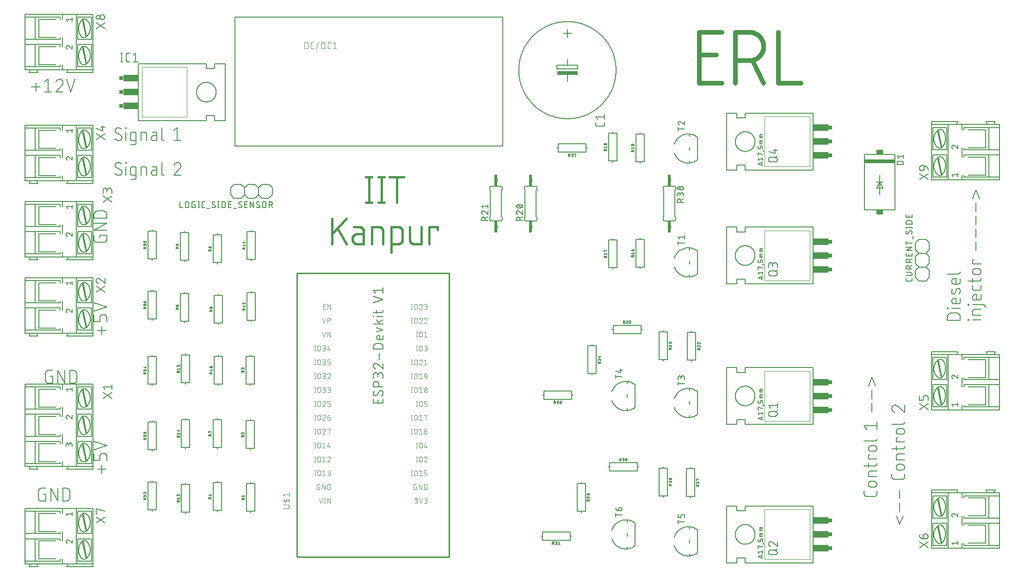
<source format=gbr>
G04 EAGLE Gerber RS-274X export*
G75*
%MOMM*%
%FSLAX34Y34*%
%LPD*%
%INSilkscreen Top*%
%IPPOS*%
%AMOC8*
5,1,8,0,0,1.08239X$1,22.5*%
G01*
%ADD10C,0.812800*%
%ADD11C,0.406400*%
%ADD12C,0.203200*%
%ADD13C,0.152400*%
%ADD14C,0.127000*%
%ADD15R,5.588000X0.762000*%
%ADD16R,1.270000X0.889000*%
%ADD17C,0.101600*%
%ADD18C,0.050800*%
%ADD19R,0.635000X0.762000*%
%ADD20R,2.794000X1.270000*%
%ADD21C,0.177800*%
%ADD22C,0.076200*%
%ADD23C,0.254000*%
%ADD24R,3.810000X0.635000*%
%ADD25C,0.609600*%
%ADD26R,0.609600X0.863600*%


D10*
X1302907Y905764D02*
X1261364Y905764D01*
X1261364Y999236D01*
X1302907Y999236D01*
X1292521Y957693D02*
X1261364Y957693D01*
X1327361Y999236D02*
X1327361Y905764D01*
X1327361Y999236D02*
X1353325Y999236D01*
X1353957Y999228D01*
X1354589Y999205D01*
X1355220Y999167D01*
X1355850Y999113D01*
X1356479Y999044D01*
X1357105Y998959D01*
X1357730Y998860D01*
X1358352Y998745D01*
X1358970Y998615D01*
X1359586Y998470D01*
X1360198Y998310D01*
X1360805Y998135D01*
X1361408Y997946D01*
X1362007Y997741D01*
X1362600Y997523D01*
X1363188Y997290D01*
X1363770Y997042D01*
X1364346Y996781D01*
X1364915Y996506D01*
X1365477Y996217D01*
X1366032Y995914D01*
X1366580Y995598D01*
X1367120Y995268D01*
X1367651Y994926D01*
X1368174Y994571D01*
X1368688Y994203D01*
X1369194Y993822D01*
X1369689Y993430D01*
X1370175Y993025D01*
X1370651Y992609D01*
X1371117Y992182D01*
X1371572Y991743D01*
X1372017Y991293D01*
X1372450Y990832D01*
X1372872Y990362D01*
X1373282Y989880D01*
X1373681Y989390D01*
X1374067Y988889D01*
X1374441Y988379D01*
X1374803Y987861D01*
X1375152Y987333D01*
X1375488Y986798D01*
X1375810Y986254D01*
X1376120Y985703D01*
X1376416Y985144D01*
X1376698Y984578D01*
X1376967Y984006D01*
X1377221Y983427D01*
X1377461Y982842D01*
X1377687Y982251D01*
X1377898Y981655D01*
X1378095Y981054D01*
X1378277Y980449D01*
X1378445Y979839D01*
X1378597Y979226D01*
X1378735Y978608D01*
X1378857Y977988D01*
X1378964Y977365D01*
X1379056Y976739D01*
X1379133Y976112D01*
X1379195Y975482D01*
X1379241Y974852D01*
X1379272Y974220D01*
X1379287Y973588D01*
X1379287Y972956D01*
X1379272Y972324D01*
X1379241Y971692D01*
X1379195Y971062D01*
X1379133Y970432D01*
X1379056Y969805D01*
X1378964Y969179D01*
X1378857Y968556D01*
X1378735Y967936D01*
X1378597Y967318D01*
X1378445Y966705D01*
X1378277Y966095D01*
X1378095Y965490D01*
X1377898Y964889D01*
X1377687Y964293D01*
X1377461Y963702D01*
X1377221Y963117D01*
X1376967Y962538D01*
X1376698Y961966D01*
X1376416Y961400D01*
X1376120Y960841D01*
X1375810Y960290D01*
X1375488Y959746D01*
X1375152Y959211D01*
X1374803Y958683D01*
X1374441Y958165D01*
X1374067Y957655D01*
X1373681Y957154D01*
X1373282Y956664D01*
X1372872Y956182D01*
X1372450Y955712D01*
X1372017Y955251D01*
X1371572Y954801D01*
X1371117Y954362D01*
X1370651Y953935D01*
X1370175Y953519D01*
X1369689Y953114D01*
X1369194Y952722D01*
X1368688Y952341D01*
X1368174Y951973D01*
X1367651Y951618D01*
X1367120Y951276D01*
X1366580Y950946D01*
X1366032Y950630D01*
X1365477Y950327D01*
X1364915Y950038D01*
X1364346Y949763D01*
X1363770Y949502D01*
X1363188Y949254D01*
X1362600Y949021D01*
X1362007Y948803D01*
X1361408Y948598D01*
X1360805Y948409D01*
X1360198Y948234D01*
X1359586Y948074D01*
X1358970Y947929D01*
X1358352Y947799D01*
X1357730Y947684D01*
X1357105Y947585D01*
X1356479Y947500D01*
X1355850Y947431D01*
X1355220Y947377D01*
X1354589Y947339D01*
X1353957Y947316D01*
X1353325Y947308D01*
X1353325Y947307D02*
X1327361Y947307D01*
X1358518Y947307D02*
X1379290Y905764D01*
X1406144Y905764D02*
X1406144Y999236D01*
X1406144Y905764D02*
X1447687Y905764D01*
D11*
X656505Y734568D02*
X656505Y687832D01*
X651312Y687832D02*
X661698Y687832D01*
X661698Y734568D02*
X651312Y734568D01*
X679365Y734568D02*
X679365Y687832D01*
X674172Y687832D02*
X684558Y687832D01*
X684558Y734568D02*
X674172Y734568D01*
X707305Y734568D02*
X707305Y687832D01*
X694323Y734568D02*
X720288Y734568D01*
X589058Y658368D02*
X589058Y611632D01*
X589058Y629807D02*
X615023Y658368D01*
X599444Y640193D02*
X615023Y611632D01*
X635158Y629807D02*
X646842Y629807D01*
X635158Y629808D02*
X634937Y629805D01*
X634716Y629797D01*
X634495Y629784D01*
X634274Y629765D01*
X634054Y629741D01*
X633835Y629711D01*
X633616Y629676D01*
X633399Y629636D01*
X633182Y629591D01*
X632967Y629540D01*
X632752Y629484D01*
X632540Y629423D01*
X632329Y629356D01*
X632119Y629285D01*
X631911Y629208D01*
X631706Y629127D01*
X631502Y629040D01*
X631301Y628949D01*
X631101Y628852D01*
X630904Y628751D01*
X630710Y628645D01*
X630519Y628535D01*
X630330Y628419D01*
X630144Y628299D01*
X629960Y628175D01*
X629780Y628046D01*
X629604Y627913D01*
X629430Y627776D01*
X629260Y627634D01*
X629093Y627488D01*
X628930Y627339D01*
X628771Y627185D01*
X628616Y627028D01*
X628464Y626867D01*
X628316Y626702D01*
X628173Y626533D01*
X628033Y626362D01*
X627898Y626186D01*
X627767Y626008D01*
X627640Y625826D01*
X627518Y625642D01*
X627401Y625454D01*
X627288Y625264D01*
X627179Y625071D01*
X627076Y624875D01*
X626977Y624677D01*
X626883Y624477D01*
X626794Y624274D01*
X626710Y624070D01*
X626631Y623863D01*
X626557Y623654D01*
X626488Y623444D01*
X626424Y623232D01*
X626366Y623019D01*
X626312Y622804D01*
X626264Y622588D01*
X626221Y622371D01*
X626184Y622153D01*
X626151Y621934D01*
X626125Y621714D01*
X626103Y621494D01*
X626087Y621273D01*
X626076Y621052D01*
X626071Y620831D01*
X626071Y620609D01*
X626076Y620388D01*
X626087Y620167D01*
X626103Y619946D01*
X626125Y619726D01*
X626151Y619506D01*
X626184Y619287D01*
X626221Y619069D01*
X626264Y618852D01*
X626312Y618636D01*
X626366Y618421D01*
X626424Y618208D01*
X626488Y617996D01*
X626557Y617786D01*
X626631Y617577D01*
X626710Y617370D01*
X626794Y617166D01*
X626883Y616963D01*
X626977Y616763D01*
X627076Y616565D01*
X627179Y616369D01*
X627288Y616176D01*
X627401Y615986D01*
X627518Y615798D01*
X627640Y615614D01*
X627767Y615432D01*
X627898Y615254D01*
X628033Y615078D01*
X628173Y614907D01*
X628316Y614738D01*
X628464Y614573D01*
X628616Y614412D01*
X628771Y614255D01*
X628930Y614101D01*
X629093Y613952D01*
X629260Y613806D01*
X629430Y613664D01*
X629604Y613527D01*
X629780Y613394D01*
X629960Y613265D01*
X630144Y613141D01*
X630330Y613021D01*
X630519Y612905D01*
X630710Y612795D01*
X630904Y612689D01*
X631101Y612588D01*
X631301Y612491D01*
X631502Y612400D01*
X631706Y612313D01*
X631911Y612232D01*
X632119Y612155D01*
X632329Y612084D01*
X632540Y612017D01*
X632752Y611956D01*
X632967Y611900D01*
X633182Y611849D01*
X633399Y611804D01*
X633616Y611764D01*
X633835Y611729D01*
X634054Y611699D01*
X634274Y611675D01*
X634495Y611656D01*
X634716Y611643D01*
X634937Y611635D01*
X635158Y611632D01*
X646842Y611632D01*
X646842Y635000D01*
X646840Y635188D01*
X646833Y635376D01*
X646822Y635564D01*
X646806Y635752D01*
X646785Y635939D01*
X646760Y636125D01*
X646731Y636311D01*
X646697Y636496D01*
X646658Y636681D01*
X646616Y636864D01*
X646568Y637046D01*
X646517Y637227D01*
X646461Y637407D01*
X646400Y637585D01*
X646336Y637762D01*
X646267Y637937D01*
X646194Y638111D01*
X646117Y638282D01*
X646035Y638452D01*
X645950Y638620D01*
X645860Y638785D01*
X645767Y638949D01*
X645670Y639110D01*
X645568Y639268D01*
X645463Y639425D01*
X645354Y639578D01*
X645242Y639729D01*
X645126Y639877D01*
X645006Y640023D01*
X644883Y640165D01*
X644757Y640304D01*
X644627Y640441D01*
X644494Y640574D01*
X644357Y640704D01*
X644218Y640830D01*
X644076Y640953D01*
X643930Y641073D01*
X643782Y641189D01*
X643631Y641301D01*
X643478Y641410D01*
X643321Y641515D01*
X643163Y641617D01*
X643002Y641714D01*
X642838Y641807D01*
X642673Y641897D01*
X642505Y641982D01*
X642335Y642064D01*
X642164Y642141D01*
X641990Y642214D01*
X641815Y642283D01*
X641638Y642347D01*
X641460Y642408D01*
X641280Y642464D01*
X641099Y642515D01*
X640917Y642563D01*
X640734Y642605D01*
X640549Y642644D01*
X640364Y642678D01*
X640178Y642707D01*
X639992Y642732D01*
X639805Y642753D01*
X639617Y642769D01*
X639429Y642780D01*
X639241Y642787D01*
X639053Y642789D01*
X628667Y642789D01*
X661599Y642789D02*
X661599Y611632D01*
X661599Y642789D02*
X674581Y642789D01*
X674769Y642787D01*
X674957Y642780D01*
X675145Y642769D01*
X675333Y642753D01*
X675520Y642732D01*
X675706Y642707D01*
X675892Y642678D01*
X676077Y642644D01*
X676262Y642605D01*
X676445Y642563D01*
X676627Y642515D01*
X676808Y642464D01*
X676988Y642408D01*
X677166Y642347D01*
X677343Y642283D01*
X677518Y642214D01*
X677692Y642141D01*
X677863Y642064D01*
X678033Y641982D01*
X678201Y641897D01*
X678366Y641807D01*
X678530Y641714D01*
X678691Y641617D01*
X678849Y641515D01*
X679006Y641410D01*
X679159Y641301D01*
X679310Y641189D01*
X679458Y641073D01*
X679604Y640953D01*
X679746Y640830D01*
X679885Y640704D01*
X680022Y640574D01*
X680155Y640441D01*
X680285Y640304D01*
X680411Y640165D01*
X680534Y640023D01*
X680654Y639877D01*
X680770Y639729D01*
X680882Y639578D01*
X680991Y639425D01*
X681096Y639268D01*
X681198Y639110D01*
X681295Y638949D01*
X681388Y638785D01*
X681478Y638620D01*
X681563Y638452D01*
X681645Y638282D01*
X681722Y638111D01*
X681795Y637937D01*
X681864Y637762D01*
X681928Y637585D01*
X681989Y637407D01*
X682045Y637227D01*
X682096Y637046D01*
X682144Y636864D01*
X682186Y636681D01*
X682225Y636496D01*
X682259Y636311D01*
X682288Y636125D01*
X682313Y635939D01*
X682334Y635752D01*
X682350Y635564D01*
X682361Y635376D01*
X682368Y635188D01*
X682370Y635000D01*
X682370Y611632D01*
X697126Y596053D02*
X697126Y642789D01*
X710108Y642789D01*
X710296Y642787D01*
X710484Y642780D01*
X710672Y642769D01*
X710860Y642753D01*
X711047Y642732D01*
X711233Y642707D01*
X711419Y642678D01*
X711604Y642644D01*
X711789Y642605D01*
X711972Y642563D01*
X712154Y642515D01*
X712335Y642464D01*
X712515Y642408D01*
X712693Y642347D01*
X712870Y642283D01*
X713045Y642214D01*
X713219Y642141D01*
X713390Y642064D01*
X713560Y641982D01*
X713728Y641897D01*
X713893Y641807D01*
X714057Y641714D01*
X714218Y641617D01*
X714376Y641515D01*
X714533Y641410D01*
X714686Y641301D01*
X714837Y641189D01*
X714985Y641073D01*
X715131Y640953D01*
X715273Y640830D01*
X715412Y640704D01*
X715549Y640574D01*
X715682Y640441D01*
X715812Y640304D01*
X715938Y640165D01*
X716061Y640023D01*
X716181Y639877D01*
X716297Y639729D01*
X716409Y639578D01*
X716518Y639425D01*
X716623Y639268D01*
X716725Y639110D01*
X716822Y638949D01*
X716915Y638785D01*
X717005Y638620D01*
X717090Y638452D01*
X717172Y638282D01*
X717249Y638111D01*
X717322Y637937D01*
X717391Y637762D01*
X717455Y637585D01*
X717516Y637407D01*
X717572Y637227D01*
X717623Y637046D01*
X717671Y636864D01*
X717713Y636681D01*
X717752Y636496D01*
X717786Y636311D01*
X717815Y636125D01*
X717840Y635939D01*
X717861Y635752D01*
X717877Y635564D01*
X717888Y635376D01*
X717895Y635188D01*
X717897Y635000D01*
X717898Y635000D02*
X717898Y619421D01*
X717897Y619421D02*
X717895Y619233D01*
X717888Y619045D01*
X717877Y618857D01*
X717861Y618669D01*
X717840Y618482D01*
X717815Y618296D01*
X717786Y618110D01*
X717752Y617925D01*
X717713Y617740D01*
X717671Y617557D01*
X717623Y617375D01*
X717572Y617194D01*
X717516Y617014D01*
X717455Y616836D01*
X717391Y616659D01*
X717322Y616484D01*
X717249Y616310D01*
X717172Y616139D01*
X717090Y615969D01*
X717005Y615801D01*
X716915Y615636D01*
X716822Y615472D01*
X716725Y615311D01*
X716623Y615153D01*
X716518Y614996D01*
X716409Y614843D01*
X716297Y614692D01*
X716181Y614544D01*
X716061Y614398D01*
X715938Y614256D01*
X715812Y614117D01*
X715682Y613980D01*
X715549Y613847D01*
X715412Y613717D01*
X715273Y613591D01*
X715131Y613468D01*
X714985Y613348D01*
X714837Y613232D01*
X714686Y613120D01*
X714533Y613011D01*
X714376Y612906D01*
X714218Y612804D01*
X714057Y612707D01*
X713893Y612614D01*
X713728Y612524D01*
X713560Y612439D01*
X713390Y612357D01*
X713219Y612280D01*
X713045Y612207D01*
X712870Y612138D01*
X712693Y612074D01*
X712515Y612013D01*
X712335Y611957D01*
X712154Y611906D01*
X711972Y611858D01*
X711789Y611816D01*
X711604Y611777D01*
X711419Y611743D01*
X711233Y611714D01*
X711047Y611689D01*
X710860Y611668D01*
X710672Y611652D01*
X710484Y611641D01*
X710296Y611634D01*
X710108Y611632D01*
X697126Y611632D01*
X731448Y619421D02*
X731448Y642789D01*
X731449Y619421D02*
X731451Y619233D01*
X731458Y619045D01*
X731469Y618857D01*
X731485Y618669D01*
X731506Y618482D01*
X731531Y618296D01*
X731560Y618110D01*
X731594Y617925D01*
X731633Y617740D01*
X731675Y617557D01*
X731723Y617375D01*
X731774Y617194D01*
X731830Y617014D01*
X731891Y616836D01*
X731955Y616659D01*
X732024Y616484D01*
X732097Y616310D01*
X732174Y616139D01*
X732256Y615969D01*
X732341Y615801D01*
X732431Y615636D01*
X732524Y615472D01*
X732621Y615311D01*
X732723Y615153D01*
X732828Y614996D01*
X732937Y614843D01*
X733049Y614692D01*
X733165Y614544D01*
X733285Y614398D01*
X733408Y614256D01*
X733534Y614117D01*
X733664Y613980D01*
X733797Y613847D01*
X733934Y613717D01*
X734073Y613591D01*
X734215Y613468D01*
X734361Y613348D01*
X734509Y613232D01*
X734660Y613120D01*
X734813Y613011D01*
X734970Y612906D01*
X735128Y612804D01*
X735289Y612707D01*
X735453Y612614D01*
X735618Y612524D01*
X735786Y612439D01*
X735956Y612357D01*
X736127Y612280D01*
X736301Y612207D01*
X736476Y612138D01*
X736653Y612074D01*
X736831Y612013D01*
X737011Y611957D01*
X737192Y611906D01*
X737374Y611858D01*
X737557Y611816D01*
X737742Y611777D01*
X737927Y611743D01*
X738113Y611714D01*
X738299Y611689D01*
X738486Y611668D01*
X738674Y611652D01*
X738862Y611641D01*
X739050Y611634D01*
X739238Y611632D01*
X752220Y611632D01*
X752220Y642789D01*
X766963Y642789D02*
X766963Y611632D01*
X766963Y642789D02*
X782542Y642789D01*
X782542Y637596D01*
D12*
X1715516Y472079D02*
X1738884Y472079D01*
X1715516Y472079D02*
X1715516Y478570D01*
X1715518Y478729D01*
X1715524Y478888D01*
X1715534Y479048D01*
X1715547Y479206D01*
X1715565Y479365D01*
X1715586Y479522D01*
X1715612Y479680D01*
X1715641Y479836D01*
X1715674Y479992D01*
X1715711Y480147D01*
X1715751Y480301D01*
X1715796Y480454D01*
X1715844Y480606D01*
X1715895Y480757D01*
X1715951Y480906D01*
X1716010Y481054D01*
X1716073Y481200D01*
X1716139Y481345D01*
X1716209Y481488D01*
X1716282Y481630D01*
X1716359Y481769D01*
X1716439Y481907D01*
X1716523Y482043D01*
X1716610Y482176D01*
X1716700Y482308D01*
X1716793Y482437D01*
X1716890Y482563D01*
X1716989Y482688D01*
X1717092Y482810D01*
X1717197Y482929D01*
X1717306Y483046D01*
X1717417Y483160D01*
X1717531Y483271D01*
X1717648Y483380D01*
X1717767Y483485D01*
X1717889Y483588D01*
X1718014Y483687D01*
X1718140Y483784D01*
X1718269Y483877D01*
X1718401Y483967D01*
X1718534Y484054D01*
X1718670Y484138D01*
X1718808Y484218D01*
X1718947Y484295D01*
X1719089Y484368D01*
X1719232Y484438D01*
X1719377Y484504D01*
X1719523Y484567D01*
X1719671Y484626D01*
X1719820Y484682D01*
X1719971Y484733D01*
X1720123Y484781D01*
X1720276Y484826D01*
X1720430Y484866D01*
X1720585Y484903D01*
X1720741Y484936D01*
X1720897Y484965D01*
X1721055Y484991D01*
X1721212Y485012D01*
X1721371Y485030D01*
X1721529Y485043D01*
X1721689Y485053D01*
X1721848Y485059D01*
X1722007Y485061D01*
X1722007Y485062D02*
X1732393Y485062D01*
X1732393Y485061D02*
X1732552Y485059D01*
X1732711Y485053D01*
X1732871Y485043D01*
X1733029Y485030D01*
X1733188Y485012D01*
X1733345Y484991D01*
X1733503Y484965D01*
X1733659Y484936D01*
X1733815Y484903D01*
X1733970Y484866D01*
X1734124Y484826D01*
X1734277Y484781D01*
X1734429Y484733D01*
X1734580Y484682D01*
X1734729Y484626D01*
X1734877Y484567D01*
X1735023Y484504D01*
X1735168Y484438D01*
X1735311Y484368D01*
X1735453Y484295D01*
X1735592Y484218D01*
X1735730Y484138D01*
X1735866Y484054D01*
X1735999Y483967D01*
X1736131Y483877D01*
X1736260Y483784D01*
X1736386Y483687D01*
X1736511Y483588D01*
X1736633Y483485D01*
X1736752Y483380D01*
X1736869Y483271D01*
X1736983Y483160D01*
X1737094Y483046D01*
X1737203Y482929D01*
X1737308Y482810D01*
X1737411Y482688D01*
X1737510Y482563D01*
X1737607Y482437D01*
X1737700Y482308D01*
X1737790Y482176D01*
X1737877Y482043D01*
X1737961Y481907D01*
X1738041Y481769D01*
X1738118Y481630D01*
X1738191Y481488D01*
X1738261Y481345D01*
X1738327Y481200D01*
X1738390Y481054D01*
X1738449Y480906D01*
X1738505Y480757D01*
X1738556Y480606D01*
X1738605Y480454D01*
X1738649Y480301D01*
X1738689Y480147D01*
X1738726Y479992D01*
X1738759Y479836D01*
X1738788Y479680D01*
X1738814Y479522D01*
X1738835Y479365D01*
X1738853Y479206D01*
X1738866Y479047D01*
X1738876Y478888D01*
X1738882Y478729D01*
X1738884Y478570D01*
X1738884Y472079D01*
X1738884Y493882D02*
X1723305Y493882D01*
X1716814Y493232D02*
X1715516Y493232D01*
X1715516Y494531D01*
X1716814Y494531D01*
X1716814Y493232D01*
X1738884Y505807D02*
X1738884Y512298D01*
X1738884Y505807D02*
X1738882Y505685D01*
X1738876Y505562D01*
X1738867Y505440D01*
X1738853Y505319D01*
X1738836Y505198D01*
X1738815Y505077D01*
X1738790Y504957D01*
X1738762Y504838D01*
X1738729Y504720D01*
X1738693Y504603D01*
X1738654Y504488D01*
X1738610Y504373D01*
X1738564Y504260D01*
X1738513Y504149D01*
X1738459Y504039D01*
X1738402Y503931D01*
X1738342Y503824D01*
X1738278Y503720D01*
X1738210Y503618D01*
X1738140Y503518D01*
X1738067Y503420D01*
X1737990Y503324D01*
X1737911Y503231D01*
X1737828Y503141D01*
X1737743Y503053D01*
X1737655Y502968D01*
X1737565Y502885D01*
X1737472Y502806D01*
X1737376Y502729D01*
X1737278Y502656D01*
X1737178Y502586D01*
X1737076Y502518D01*
X1736972Y502454D01*
X1736865Y502394D01*
X1736757Y502337D01*
X1736647Y502283D01*
X1736536Y502232D01*
X1736423Y502186D01*
X1736308Y502142D01*
X1736193Y502103D01*
X1736076Y502067D01*
X1735958Y502034D01*
X1735839Y502006D01*
X1735719Y501981D01*
X1735598Y501960D01*
X1735477Y501943D01*
X1735356Y501929D01*
X1735234Y501920D01*
X1735111Y501914D01*
X1734989Y501912D01*
X1728498Y501912D01*
X1728355Y501914D01*
X1728212Y501920D01*
X1728069Y501930D01*
X1727927Y501944D01*
X1727785Y501961D01*
X1727643Y501983D01*
X1727502Y502008D01*
X1727362Y502038D01*
X1727223Y502071D01*
X1727085Y502108D01*
X1726948Y502149D01*
X1726812Y502193D01*
X1726677Y502242D01*
X1726544Y502294D01*
X1726412Y502349D01*
X1726282Y502409D01*
X1726153Y502472D01*
X1726026Y502538D01*
X1725902Y502608D01*
X1725779Y502681D01*
X1725658Y502758D01*
X1725539Y502838D01*
X1725423Y502921D01*
X1725308Y503007D01*
X1725197Y503096D01*
X1725087Y503189D01*
X1724981Y503284D01*
X1724877Y503383D01*
X1724776Y503484D01*
X1724677Y503588D01*
X1724582Y503694D01*
X1724489Y503804D01*
X1724400Y503915D01*
X1724314Y504030D01*
X1724231Y504146D01*
X1724151Y504265D01*
X1724074Y504386D01*
X1724001Y504509D01*
X1723931Y504633D01*
X1723865Y504760D01*
X1723802Y504889D01*
X1723742Y505019D01*
X1723687Y505151D01*
X1723635Y505284D01*
X1723586Y505419D01*
X1723542Y505555D01*
X1723501Y505692D01*
X1723464Y505830D01*
X1723431Y505969D01*
X1723401Y506109D01*
X1723376Y506250D01*
X1723354Y506392D01*
X1723337Y506534D01*
X1723323Y506676D01*
X1723313Y506819D01*
X1723307Y506962D01*
X1723305Y507105D01*
X1723307Y507248D01*
X1723313Y507391D01*
X1723323Y507534D01*
X1723337Y507676D01*
X1723354Y507818D01*
X1723376Y507960D01*
X1723401Y508101D01*
X1723431Y508241D01*
X1723464Y508380D01*
X1723501Y508518D01*
X1723542Y508655D01*
X1723586Y508791D01*
X1723635Y508926D01*
X1723687Y509059D01*
X1723742Y509191D01*
X1723802Y509321D01*
X1723865Y509450D01*
X1723931Y509577D01*
X1724001Y509702D01*
X1724074Y509824D01*
X1724151Y509945D01*
X1724231Y510064D01*
X1724314Y510180D01*
X1724400Y510295D01*
X1724489Y510406D01*
X1724582Y510516D01*
X1724677Y510622D01*
X1724776Y510726D01*
X1724877Y510827D01*
X1724981Y510926D01*
X1725087Y511021D01*
X1725197Y511114D01*
X1725308Y511203D01*
X1725423Y511289D01*
X1725539Y511372D01*
X1725658Y511452D01*
X1725779Y511529D01*
X1725902Y511602D01*
X1726026Y511672D01*
X1726153Y511738D01*
X1726282Y511801D01*
X1726412Y511861D01*
X1726544Y511916D01*
X1726677Y511968D01*
X1726812Y512017D01*
X1726948Y512061D01*
X1727085Y512102D01*
X1727223Y512139D01*
X1727362Y512172D01*
X1727502Y512202D01*
X1727643Y512227D01*
X1727785Y512249D01*
X1727927Y512266D01*
X1728069Y512280D01*
X1728212Y512290D01*
X1728355Y512296D01*
X1728498Y512298D01*
X1731095Y512298D01*
X1731095Y501912D01*
X1729796Y521954D02*
X1732393Y528445D01*
X1729796Y521954D02*
X1729752Y521848D01*
X1729703Y521743D01*
X1729651Y521640D01*
X1729596Y521539D01*
X1729537Y521439D01*
X1729475Y521342D01*
X1729410Y521247D01*
X1729341Y521155D01*
X1729269Y521064D01*
X1729195Y520977D01*
X1729117Y520891D01*
X1729036Y520809D01*
X1728953Y520729D01*
X1728867Y520653D01*
X1728778Y520579D01*
X1728687Y520508D01*
X1728593Y520441D01*
X1728497Y520377D01*
X1728399Y520316D01*
X1728300Y520258D01*
X1728198Y520204D01*
X1728094Y520154D01*
X1727989Y520107D01*
X1727882Y520063D01*
X1727773Y520024D01*
X1727664Y519988D01*
X1727553Y519956D01*
X1727441Y519927D01*
X1727329Y519903D01*
X1727215Y519882D01*
X1727101Y519866D01*
X1726986Y519853D01*
X1726871Y519844D01*
X1726756Y519839D01*
X1726641Y519838D01*
X1726526Y519841D01*
X1726410Y519848D01*
X1726296Y519859D01*
X1726181Y519874D01*
X1726068Y519893D01*
X1725954Y519915D01*
X1725842Y519942D01*
X1725731Y519972D01*
X1725621Y520006D01*
X1725512Y520044D01*
X1725404Y520085D01*
X1725298Y520131D01*
X1725194Y520180D01*
X1725091Y520232D01*
X1724990Y520288D01*
X1724891Y520347D01*
X1724794Y520410D01*
X1724700Y520476D01*
X1724607Y520545D01*
X1724517Y520617D01*
X1724430Y520692D01*
X1724345Y520771D01*
X1724263Y520852D01*
X1724184Y520936D01*
X1724108Y521022D01*
X1724035Y521111D01*
X1723965Y521203D01*
X1723898Y521297D01*
X1723834Y521393D01*
X1723774Y521491D01*
X1723717Y521591D01*
X1723663Y521693D01*
X1723613Y521797D01*
X1723567Y521903D01*
X1723524Y522010D01*
X1723485Y522119D01*
X1723450Y522228D01*
X1723418Y522339D01*
X1723390Y522451D01*
X1723366Y522564D01*
X1723346Y522678D01*
X1723330Y522792D01*
X1723318Y522906D01*
X1723310Y523021D01*
X1723306Y523137D01*
X1723305Y523252D01*
X1723306Y523252D02*
X1723315Y523607D01*
X1723333Y523961D01*
X1723359Y524314D01*
X1723394Y524667D01*
X1723437Y525019D01*
X1723489Y525370D01*
X1723549Y525719D01*
X1723618Y526067D01*
X1723695Y526413D01*
X1723780Y526757D01*
X1723873Y527099D01*
X1723975Y527438D01*
X1724085Y527775D01*
X1724202Y528110D01*
X1724328Y528441D01*
X1724462Y528769D01*
X1724604Y529094D01*
X1732393Y528445D02*
X1732437Y528551D01*
X1732486Y528656D01*
X1732538Y528759D01*
X1732593Y528860D01*
X1732652Y528960D01*
X1732714Y529057D01*
X1732779Y529152D01*
X1732848Y529244D01*
X1732920Y529335D01*
X1732994Y529422D01*
X1733072Y529508D01*
X1733153Y529590D01*
X1733236Y529670D01*
X1733322Y529746D01*
X1733411Y529820D01*
X1733502Y529891D01*
X1733596Y529958D01*
X1733692Y530022D01*
X1733790Y530083D01*
X1733889Y530141D01*
X1733991Y530195D01*
X1734095Y530245D01*
X1734200Y530292D01*
X1734307Y530336D01*
X1734416Y530375D01*
X1734525Y530411D01*
X1734636Y530443D01*
X1734748Y530472D01*
X1734860Y530496D01*
X1734974Y530517D01*
X1735088Y530533D01*
X1735203Y530546D01*
X1735318Y530555D01*
X1735433Y530560D01*
X1735548Y530561D01*
X1735663Y530558D01*
X1735779Y530551D01*
X1735893Y530540D01*
X1736008Y530525D01*
X1736121Y530506D01*
X1736235Y530484D01*
X1736347Y530457D01*
X1736458Y530427D01*
X1736568Y530393D01*
X1736677Y530355D01*
X1736785Y530314D01*
X1736891Y530268D01*
X1736995Y530219D01*
X1737098Y530167D01*
X1737199Y530111D01*
X1737298Y530052D01*
X1737395Y529989D01*
X1737489Y529923D01*
X1737582Y529854D01*
X1737672Y529782D01*
X1737759Y529707D01*
X1737844Y529628D01*
X1737926Y529547D01*
X1738005Y529463D01*
X1738081Y529377D01*
X1738154Y529288D01*
X1738224Y529196D01*
X1738291Y529102D01*
X1738355Y529006D01*
X1738415Y528908D01*
X1738472Y528808D01*
X1738526Y528706D01*
X1738576Y528602D01*
X1738622Y528496D01*
X1738665Y528389D01*
X1738704Y528280D01*
X1738739Y528171D01*
X1738771Y528060D01*
X1738799Y527948D01*
X1738823Y527835D01*
X1738843Y527721D01*
X1738859Y527607D01*
X1738871Y527493D01*
X1738879Y527377D01*
X1738883Y527262D01*
X1738884Y527147D01*
X1738870Y526627D01*
X1738844Y526107D01*
X1738806Y525587D01*
X1738756Y525069D01*
X1738693Y524552D01*
X1738618Y524037D01*
X1738531Y523524D01*
X1738432Y523012D01*
X1738320Y522504D01*
X1738197Y521998D01*
X1738062Y521495D01*
X1737915Y520995D01*
X1737756Y520499D01*
X1737586Y520007D01*
X1738884Y541996D02*
X1738884Y548487D01*
X1738884Y541996D02*
X1738882Y541874D01*
X1738876Y541751D01*
X1738867Y541629D01*
X1738853Y541508D01*
X1738836Y541387D01*
X1738815Y541266D01*
X1738790Y541146D01*
X1738762Y541027D01*
X1738729Y540909D01*
X1738693Y540792D01*
X1738654Y540677D01*
X1738610Y540562D01*
X1738564Y540449D01*
X1738513Y540338D01*
X1738459Y540228D01*
X1738402Y540120D01*
X1738342Y540013D01*
X1738278Y539909D01*
X1738210Y539807D01*
X1738140Y539707D01*
X1738067Y539609D01*
X1737990Y539513D01*
X1737911Y539420D01*
X1737828Y539330D01*
X1737743Y539242D01*
X1737655Y539157D01*
X1737565Y539074D01*
X1737472Y538995D01*
X1737376Y538918D01*
X1737278Y538845D01*
X1737178Y538775D01*
X1737076Y538707D01*
X1736972Y538643D01*
X1736865Y538583D01*
X1736757Y538526D01*
X1736647Y538472D01*
X1736536Y538421D01*
X1736423Y538375D01*
X1736308Y538331D01*
X1736193Y538292D01*
X1736076Y538256D01*
X1735958Y538223D01*
X1735839Y538195D01*
X1735719Y538170D01*
X1735598Y538149D01*
X1735477Y538132D01*
X1735356Y538118D01*
X1735234Y538109D01*
X1735111Y538103D01*
X1734989Y538101D01*
X1734989Y538102D02*
X1728498Y538102D01*
X1728355Y538104D01*
X1728212Y538110D01*
X1728069Y538120D01*
X1727927Y538134D01*
X1727785Y538151D01*
X1727643Y538173D01*
X1727502Y538198D01*
X1727362Y538228D01*
X1727223Y538261D01*
X1727085Y538298D01*
X1726948Y538339D01*
X1726812Y538383D01*
X1726677Y538432D01*
X1726544Y538484D01*
X1726412Y538539D01*
X1726282Y538599D01*
X1726153Y538662D01*
X1726026Y538728D01*
X1725902Y538798D01*
X1725779Y538871D01*
X1725658Y538948D01*
X1725539Y539028D01*
X1725423Y539111D01*
X1725308Y539197D01*
X1725197Y539286D01*
X1725087Y539379D01*
X1724981Y539474D01*
X1724877Y539573D01*
X1724776Y539674D01*
X1724677Y539778D01*
X1724582Y539884D01*
X1724489Y539994D01*
X1724400Y540105D01*
X1724314Y540220D01*
X1724231Y540336D01*
X1724151Y540455D01*
X1724074Y540576D01*
X1724001Y540699D01*
X1723931Y540823D01*
X1723865Y540950D01*
X1723802Y541079D01*
X1723742Y541209D01*
X1723687Y541341D01*
X1723635Y541474D01*
X1723586Y541609D01*
X1723542Y541745D01*
X1723501Y541882D01*
X1723464Y542020D01*
X1723431Y542159D01*
X1723401Y542299D01*
X1723376Y542440D01*
X1723354Y542582D01*
X1723337Y542724D01*
X1723323Y542866D01*
X1723313Y543009D01*
X1723307Y543152D01*
X1723305Y543295D01*
X1723307Y543438D01*
X1723313Y543581D01*
X1723323Y543724D01*
X1723337Y543866D01*
X1723354Y544008D01*
X1723376Y544150D01*
X1723401Y544291D01*
X1723431Y544431D01*
X1723464Y544570D01*
X1723501Y544708D01*
X1723542Y544845D01*
X1723586Y544981D01*
X1723635Y545116D01*
X1723687Y545249D01*
X1723742Y545381D01*
X1723802Y545511D01*
X1723865Y545640D01*
X1723931Y545767D01*
X1724001Y545892D01*
X1724074Y546014D01*
X1724151Y546135D01*
X1724231Y546254D01*
X1724314Y546370D01*
X1724400Y546485D01*
X1724489Y546596D01*
X1724582Y546706D01*
X1724677Y546812D01*
X1724776Y546916D01*
X1724877Y547017D01*
X1724981Y547116D01*
X1725087Y547211D01*
X1725197Y547304D01*
X1725308Y547393D01*
X1725423Y547479D01*
X1725539Y547562D01*
X1725658Y547642D01*
X1725779Y547719D01*
X1725902Y547792D01*
X1726026Y547862D01*
X1726153Y547928D01*
X1726282Y547991D01*
X1726412Y548051D01*
X1726544Y548106D01*
X1726677Y548158D01*
X1726812Y548207D01*
X1726948Y548251D01*
X1727085Y548292D01*
X1727223Y548329D01*
X1727362Y548362D01*
X1727502Y548392D01*
X1727643Y548417D01*
X1727785Y548439D01*
X1727927Y548456D01*
X1728069Y548470D01*
X1728212Y548480D01*
X1728355Y548486D01*
X1728498Y548488D01*
X1728498Y548487D02*
X1731095Y548487D01*
X1731095Y538102D01*
X1734989Y556703D02*
X1715516Y556703D01*
X1734989Y556702D02*
X1735111Y556704D01*
X1735234Y556710D01*
X1735356Y556719D01*
X1735477Y556733D01*
X1735598Y556750D01*
X1735719Y556771D01*
X1735839Y556796D01*
X1735958Y556824D01*
X1736076Y556857D01*
X1736193Y556893D01*
X1736308Y556932D01*
X1736423Y556976D01*
X1736536Y557022D01*
X1736647Y557073D01*
X1736757Y557127D01*
X1736865Y557184D01*
X1736972Y557244D01*
X1737076Y557308D01*
X1737178Y557376D01*
X1737278Y557446D01*
X1737376Y557519D01*
X1737472Y557596D01*
X1737565Y557675D01*
X1737655Y557758D01*
X1737743Y557843D01*
X1737828Y557931D01*
X1737911Y558021D01*
X1737990Y558114D01*
X1738067Y558210D01*
X1738140Y558308D01*
X1738210Y558408D01*
X1738278Y558510D01*
X1738342Y558614D01*
X1738402Y558721D01*
X1738459Y558829D01*
X1738513Y558939D01*
X1738564Y559050D01*
X1738610Y559163D01*
X1738654Y559278D01*
X1738693Y559393D01*
X1738729Y559510D01*
X1738762Y559628D01*
X1738790Y559747D01*
X1738815Y559867D01*
X1738836Y559988D01*
X1738853Y560109D01*
X1738867Y560230D01*
X1738876Y560352D01*
X1738882Y560475D01*
X1738884Y560597D01*
X1761405Y472728D02*
X1776984Y472728D01*
X1754914Y472079D02*
X1753616Y472079D01*
X1753616Y473378D01*
X1754914Y473378D01*
X1754914Y472079D01*
X1761405Y481455D02*
X1776984Y481455D01*
X1761405Y481455D02*
X1761405Y487946D01*
X1761407Y488068D01*
X1761413Y488191D01*
X1761422Y488313D01*
X1761436Y488434D01*
X1761453Y488555D01*
X1761474Y488676D01*
X1761499Y488796D01*
X1761527Y488915D01*
X1761560Y489033D01*
X1761596Y489150D01*
X1761635Y489265D01*
X1761679Y489380D01*
X1761725Y489493D01*
X1761776Y489604D01*
X1761830Y489714D01*
X1761887Y489822D01*
X1761947Y489929D01*
X1762011Y490033D01*
X1762079Y490135D01*
X1762149Y490235D01*
X1762222Y490333D01*
X1762299Y490429D01*
X1762378Y490522D01*
X1762461Y490612D01*
X1762546Y490700D01*
X1762634Y490785D01*
X1762724Y490868D01*
X1762817Y490947D01*
X1762913Y491024D01*
X1763011Y491097D01*
X1763111Y491167D01*
X1763213Y491235D01*
X1763317Y491299D01*
X1763424Y491359D01*
X1763532Y491416D01*
X1763642Y491470D01*
X1763753Y491521D01*
X1763866Y491567D01*
X1763981Y491611D01*
X1764096Y491650D01*
X1764213Y491686D01*
X1764331Y491719D01*
X1764450Y491747D01*
X1764570Y491772D01*
X1764691Y491793D01*
X1764812Y491810D01*
X1764933Y491824D01*
X1765055Y491833D01*
X1765178Y491839D01*
X1765300Y491841D01*
X1765300Y491840D02*
X1776984Y491840D01*
X1780879Y500403D02*
X1761405Y500403D01*
X1780879Y500403D02*
X1781001Y500401D01*
X1781124Y500395D01*
X1781246Y500386D01*
X1781367Y500372D01*
X1781488Y500355D01*
X1781609Y500334D01*
X1781729Y500309D01*
X1781848Y500281D01*
X1781966Y500248D01*
X1782083Y500212D01*
X1782198Y500173D01*
X1782313Y500129D01*
X1782426Y500083D01*
X1782537Y500032D01*
X1782647Y499978D01*
X1782755Y499921D01*
X1782862Y499861D01*
X1782966Y499797D01*
X1783068Y499729D01*
X1783168Y499659D01*
X1783266Y499586D01*
X1783362Y499509D01*
X1783455Y499430D01*
X1783545Y499347D01*
X1783633Y499262D01*
X1783718Y499174D01*
X1783801Y499084D01*
X1783880Y498991D01*
X1783957Y498895D01*
X1784030Y498797D01*
X1784100Y498697D01*
X1784168Y498595D01*
X1784232Y498491D01*
X1784292Y498384D01*
X1784349Y498276D01*
X1784403Y498166D01*
X1784454Y498055D01*
X1784500Y497942D01*
X1784544Y497827D01*
X1784583Y497712D01*
X1784619Y497595D01*
X1784652Y497477D01*
X1784680Y497358D01*
X1784705Y497238D01*
X1784726Y497117D01*
X1784743Y496996D01*
X1784757Y496875D01*
X1784766Y496753D01*
X1784772Y496630D01*
X1784774Y496508D01*
X1784773Y496508D02*
X1784773Y495210D01*
X1754914Y499754D02*
X1753616Y499754D01*
X1753616Y501052D01*
X1754914Y501052D01*
X1754914Y499754D01*
X1776984Y512492D02*
X1776984Y518983D01*
X1776984Y512492D02*
X1776982Y512370D01*
X1776976Y512247D01*
X1776967Y512125D01*
X1776953Y512004D01*
X1776936Y511883D01*
X1776915Y511762D01*
X1776890Y511642D01*
X1776862Y511523D01*
X1776829Y511405D01*
X1776793Y511288D01*
X1776754Y511173D01*
X1776710Y511058D01*
X1776664Y510945D01*
X1776613Y510834D01*
X1776559Y510724D01*
X1776502Y510616D01*
X1776442Y510509D01*
X1776378Y510405D01*
X1776310Y510303D01*
X1776240Y510203D01*
X1776167Y510105D01*
X1776090Y510009D01*
X1776011Y509916D01*
X1775928Y509826D01*
X1775843Y509738D01*
X1775755Y509653D01*
X1775665Y509570D01*
X1775572Y509491D01*
X1775476Y509414D01*
X1775378Y509341D01*
X1775278Y509271D01*
X1775176Y509203D01*
X1775072Y509139D01*
X1774965Y509079D01*
X1774857Y509022D01*
X1774747Y508968D01*
X1774636Y508917D01*
X1774523Y508871D01*
X1774408Y508827D01*
X1774293Y508788D01*
X1774176Y508752D01*
X1774058Y508719D01*
X1773939Y508691D01*
X1773819Y508666D01*
X1773698Y508645D01*
X1773577Y508628D01*
X1773456Y508614D01*
X1773334Y508605D01*
X1773211Y508599D01*
X1773089Y508597D01*
X1766598Y508597D01*
X1766455Y508599D01*
X1766312Y508605D01*
X1766169Y508615D01*
X1766027Y508629D01*
X1765885Y508646D01*
X1765743Y508668D01*
X1765602Y508693D01*
X1765462Y508723D01*
X1765323Y508756D01*
X1765185Y508793D01*
X1765048Y508834D01*
X1764912Y508878D01*
X1764777Y508927D01*
X1764644Y508979D01*
X1764512Y509034D01*
X1764382Y509094D01*
X1764253Y509157D01*
X1764126Y509223D01*
X1764002Y509293D01*
X1763879Y509366D01*
X1763758Y509443D01*
X1763639Y509523D01*
X1763523Y509606D01*
X1763408Y509692D01*
X1763297Y509781D01*
X1763187Y509874D01*
X1763081Y509969D01*
X1762977Y510068D01*
X1762876Y510169D01*
X1762777Y510273D01*
X1762682Y510379D01*
X1762589Y510489D01*
X1762500Y510600D01*
X1762414Y510715D01*
X1762331Y510831D01*
X1762251Y510950D01*
X1762174Y511071D01*
X1762101Y511194D01*
X1762031Y511318D01*
X1761965Y511445D01*
X1761902Y511574D01*
X1761842Y511704D01*
X1761787Y511836D01*
X1761735Y511969D01*
X1761686Y512104D01*
X1761642Y512240D01*
X1761601Y512377D01*
X1761564Y512515D01*
X1761531Y512654D01*
X1761501Y512794D01*
X1761476Y512935D01*
X1761454Y513077D01*
X1761437Y513219D01*
X1761423Y513361D01*
X1761413Y513504D01*
X1761407Y513647D01*
X1761405Y513790D01*
X1761407Y513933D01*
X1761413Y514076D01*
X1761423Y514219D01*
X1761437Y514361D01*
X1761454Y514503D01*
X1761476Y514645D01*
X1761501Y514786D01*
X1761531Y514926D01*
X1761564Y515065D01*
X1761601Y515203D01*
X1761642Y515340D01*
X1761686Y515476D01*
X1761735Y515611D01*
X1761787Y515744D01*
X1761842Y515876D01*
X1761902Y516006D01*
X1761965Y516135D01*
X1762031Y516262D01*
X1762101Y516387D01*
X1762174Y516509D01*
X1762251Y516630D01*
X1762331Y516749D01*
X1762414Y516865D01*
X1762500Y516980D01*
X1762589Y517091D01*
X1762682Y517201D01*
X1762777Y517307D01*
X1762876Y517411D01*
X1762977Y517512D01*
X1763081Y517611D01*
X1763187Y517706D01*
X1763297Y517799D01*
X1763408Y517888D01*
X1763523Y517974D01*
X1763639Y518057D01*
X1763758Y518137D01*
X1763879Y518214D01*
X1764002Y518287D01*
X1764126Y518357D01*
X1764253Y518423D01*
X1764382Y518486D01*
X1764512Y518546D01*
X1764644Y518601D01*
X1764777Y518653D01*
X1764912Y518702D01*
X1765048Y518746D01*
X1765185Y518787D01*
X1765323Y518824D01*
X1765462Y518857D01*
X1765602Y518887D01*
X1765743Y518912D01*
X1765885Y518934D01*
X1766027Y518951D01*
X1766169Y518965D01*
X1766312Y518975D01*
X1766455Y518981D01*
X1766598Y518983D01*
X1769195Y518983D01*
X1769195Y508597D01*
X1776984Y530601D02*
X1776984Y535794D01*
X1776984Y530601D02*
X1776982Y530479D01*
X1776976Y530356D01*
X1776967Y530234D01*
X1776953Y530113D01*
X1776936Y529992D01*
X1776915Y529871D01*
X1776890Y529751D01*
X1776862Y529632D01*
X1776829Y529514D01*
X1776793Y529397D01*
X1776754Y529282D01*
X1776710Y529167D01*
X1776664Y529054D01*
X1776613Y528943D01*
X1776559Y528833D01*
X1776502Y528725D01*
X1776442Y528618D01*
X1776378Y528514D01*
X1776310Y528412D01*
X1776240Y528312D01*
X1776167Y528214D01*
X1776090Y528118D01*
X1776011Y528025D01*
X1775928Y527935D01*
X1775843Y527847D01*
X1775755Y527762D01*
X1775665Y527679D01*
X1775572Y527600D01*
X1775476Y527523D01*
X1775378Y527450D01*
X1775278Y527380D01*
X1775176Y527312D01*
X1775072Y527248D01*
X1774965Y527188D01*
X1774857Y527131D01*
X1774747Y527077D01*
X1774636Y527026D01*
X1774523Y526980D01*
X1774408Y526936D01*
X1774293Y526897D01*
X1774176Y526861D01*
X1774058Y526828D01*
X1773939Y526800D01*
X1773819Y526775D01*
X1773698Y526754D01*
X1773577Y526737D01*
X1773456Y526723D01*
X1773334Y526714D01*
X1773211Y526708D01*
X1773089Y526706D01*
X1765300Y526706D01*
X1765178Y526708D01*
X1765055Y526714D01*
X1764933Y526723D01*
X1764812Y526737D01*
X1764691Y526754D01*
X1764570Y526775D01*
X1764450Y526800D01*
X1764331Y526828D01*
X1764213Y526861D01*
X1764096Y526897D01*
X1763981Y526936D01*
X1763866Y526980D01*
X1763753Y527026D01*
X1763642Y527077D01*
X1763532Y527131D01*
X1763424Y527188D01*
X1763317Y527248D01*
X1763213Y527312D01*
X1763111Y527380D01*
X1763011Y527450D01*
X1762913Y527523D01*
X1762817Y527600D01*
X1762724Y527679D01*
X1762634Y527762D01*
X1762546Y527847D01*
X1762461Y527935D01*
X1762378Y528025D01*
X1762299Y528118D01*
X1762222Y528214D01*
X1762149Y528312D01*
X1762079Y528412D01*
X1762011Y528514D01*
X1761947Y528618D01*
X1761887Y528725D01*
X1761830Y528833D01*
X1761776Y528943D01*
X1761725Y529054D01*
X1761679Y529167D01*
X1761635Y529282D01*
X1761596Y529397D01*
X1761560Y529514D01*
X1761527Y529632D01*
X1761499Y529751D01*
X1761474Y529871D01*
X1761453Y529992D01*
X1761436Y530113D01*
X1761422Y530234D01*
X1761413Y530356D01*
X1761407Y530479D01*
X1761405Y530601D01*
X1761405Y535794D01*
X1761405Y541130D02*
X1761405Y548919D01*
X1753616Y543726D02*
X1773089Y543726D01*
X1773211Y543728D01*
X1773334Y543734D01*
X1773456Y543743D01*
X1773577Y543757D01*
X1773698Y543774D01*
X1773819Y543795D01*
X1773939Y543820D01*
X1774058Y543848D01*
X1774176Y543881D01*
X1774293Y543917D01*
X1774408Y543956D01*
X1774523Y544000D01*
X1774636Y544046D01*
X1774747Y544097D01*
X1774857Y544151D01*
X1774965Y544208D01*
X1775072Y544268D01*
X1775176Y544332D01*
X1775278Y544400D01*
X1775378Y544470D01*
X1775476Y544543D01*
X1775572Y544620D01*
X1775665Y544699D01*
X1775755Y544782D01*
X1775843Y544867D01*
X1775928Y544955D01*
X1776011Y545045D01*
X1776090Y545138D01*
X1776167Y545234D01*
X1776240Y545332D01*
X1776310Y545432D01*
X1776378Y545534D01*
X1776442Y545638D01*
X1776502Y545745D01*
X1776559Y545853D01*
X1776613Y545963D01*
X1776664Y546074D01*
X1776710Y546187D01*
X1776754Y546302D01*
X1776793Y546417D01*
X1776829Y546534D01*
X1776862Y546652D01*
X1776890Y546771D01*
X1776915Y546891D01*
X1776936Y547012D01*
X1776953Y547133D01*
X1776967Y547254D01*
X1776976Y547376D01*
X1776982Y547499D01*
X1776984Y547621D01*
X1776984Y548919D01*
X1771791Y555922D02*
X1766598Y555922D01*
X1766455Y555924D01*
X1766312Y555930D01*
X1766169Y555940D01*
X1766027Y555954D01*
X1765885Y555971D01*
X1765743Y555993D01*
X1765602Y556018D01*
X1765462Y556048D01*
X1765323Y556081D01*
X1765185Y556118D01*
X1765048Y556159D01*
X1764912Y556203D01*
X1764777Y556252D01*
X1764644Y556304D01*
X1764512Y556359D01*
X1764382Y556419D01*
X1764253Y556482D01*
X1764126Y556548D01*
X1764002Y556618D01*
X1763879Y556691D01*
X1763758Y556768D01*
X1763639Y556848D01*
X1763523Y556931D01*
X1763408Y557017D01*
X1763297Y557106D01*
X1763187Y557199D01*
X1763081Y557294D01*
X1762977Y557393D01*
X1762876Y557494D01*
X1762777Y557598D01*
X1762682Y557704D01*
X1762589Y557814D01*
X1762500Y557925D01*
X1762414Y558040D01*
X1762331Y558156D01*
X1762251Y558275D01*
X1762174Y558396D01*
X1762101Y558519D01*
X1762031Y558643D01*
X1761965Y558770D01*
X1761902Y558899D01*
X1761842Y559029D01*
X1761787Y559161D01*
X1761735Y559294D01*
X1761686Y559429D01*
X1761642Y559565D01*
X1761601Y559702D01*
X1761564Y559840D01*
X1761531Y559979D01*
X1761501Y560119D01*
X1761476Y560260D01*
X1761454Y560402D01*
X1761437Y560544D01*
X1761423Y560686D01*
X1761413Y560829D01*
X1761407Y560972D01*
X1761405Y561115D01*
X1761407Y561258D01*
X1761413Y561401D01*
X1761423Y561544D01*
X1761437Y561686D01*
X1761454Y561828D01*
X1761476Y561970D01*
X1761501Y562111D01*
X1761531Y562251D01*
X1761564Y562390D01*
X1761601Y562528D01*
X1761642Y562665D01*
X1761686Y562801D01*
X1761735Y562936D01*
X1761787Y563069D01*
X1761842Y563201D01*
X1761902Y563331D01*
X1761965Y563460D01*
X1762031Y563587D01*
X1762101Y563712D01*
X1762174Y563834D01*
X1762251Y563955D01*
X1762331Y564074D01*
X1762414Y564190D01*
X1762500Y564305D01*
X1762589Y564416D01*
X1762682Y564526D01*
X1762777Y564632D01*
X1762876Y564736D01*
X1762977Y564837D01*
X1763081Y564936D01*
X1763187Y565031D01*
X1763297Y565124D01*
X1763408Y565213D01*
X1763523Y565299D01*
X1763639Y565382D01*
X1763758Y565462D01*
X1763879Y565539D01*
X1764002Y565612D01*
X1764126Y565682D01*
X1764253Y565748D01*
X1764382Y565811D01*
X1764512Y565871D01*
X1764644Y565926D01*
X1764777Y565978D01*
X1764912Y566027D01*
X1765048Y566071D01*
X1765185Y566112D01*
X1765323Y566149D01*
X1765462Y566182D01*
X1765602Y566212D01*
X1765743Y566237D01*
X1765885Y566259D01*
X1766027Y566276D01*
X1766169Y566290D01*
X1766312Y566300D01*
X1766455Y566306D01*
X1766598Y566308D01*
X1771791Y566308D01*
X1771934Y566306D01*
X1772077Y566300D01*
X1772220Y566290D01*
X1772362Y566276D01*
X1772504Y566259D01*
X1772646Y566237D01*
X1772787Y566212D01*
X1772927Y566182D01*
X1773066Y566149D01*
X1773204Y566112D01*
X1773341Y566071D01*
X1773477Y566027D01*
X1773612Y565978D01*
X1773745Y565926D01*
X1773877Y565871D01*
X1774007Y565811D01*
X1774136Y565748D01*
X1774263Y565682D01*
X1774388Y565612D01*
X1774510Y565539D01*
X1774631Y565462D01*
X1774750Y565382D01*
X1774866Y565299D01*
X1774981Y565213D01*
X1775092Y565124D01*
X1775202Y565031D01*
X1775308Y564936D01*
X1775412Y564837D01*
X1775513Y564736D01*
X1775612Y564632D01*
X1775707Y564526D01*
X1775800Y564416D01*
X1775889Y564305D01*
X1775975Y564190D01*
X1776058Y564074D01*
X1776138Y563955D01*
X1776215Y563834D01*
X1776288Y563711D01*
X1776358Y563587D01*
X1776424Y563460D01*
X1776487Y563331D01*
X1776547Y563201D01*
X1776602Y563069D01*
X1776654Y562936D01*
X1776703Y562801D01*
X1776747Y562665D01*
X1776788Y562528D01*
X1776825Y562390D01*
X1776858Y562251D01*
X1776888Y562111D01*
X1776913Y561970D01*
X1776935Y561828D01*
X1776952Y561686D01*
X1776966Y561544D01*
X1776976Y561401D01*
X1776982Y561258D01*
X1776984Y561115D01*
X1776982Y560972D01*
X1776976Y560829D01*
X1776966Y560686D01*
X1776952Y560544D01*
X1776935Y560402D01*
X1776913Y560260D01*
X1776888Y560119D01*
X1776858Y559979D01*
X1776825Y559840D01*
X1776788Y559702D01*
X1776747Y559565D01*
X1776703Y559429D01*
X1776654Y559294D01*
X1776602Y559161D01*
X1776547Y559029D01*
X1776487Y558899D01*
X1776424Y558770D01*
X1776358Y558643D01*
X1776288Y558519D01*
X1776215Y558396D01*
X1776138Y558275D01*
X1776058Y558156D01*
X1775975Y558040D01*
X1775889Y557925D01*
X1775800Y557814D01*
X1775707Y557704D01*
X1775612Y557598D01*
X1775513Y557494D01*
X1775412Y557393D01*
X1775308Y557294D01*
X1775202Y557199D01*
X1775092Y557106D01*
X1774981Y557017D01*
X1774866Y556931D01*
X1774750Y556848D01*
X1774631Y556768D01*
X1774510Y556691D01*
X1774388Y556618D01*
X1774263Y556548D01*
X1774136Y556482D01*
X1774007Y556419D01*
X1773877Y556359D01*
X1773745Y556304D01*
X1773612Y556252D01*
X1773477Y556203D01*
X1773341Y556159D01*
X1773204Y556118D01*
X1773066Y556081D01*
X1772927Y556048D01*
X1772787Y556018D01*
X1772646Y555993D01*
X1772504Y555971D01*
X1772362Y555954D01*
X1772220Y555940D01*
X1772077Y555930D01*
X1771934Y555924D01*
X1771791Y555922D01*
X1776984Y574777D02*
X1761405Y574777D01*
X1761405Y582566D01*
X1764002Y582566D01*
X1767896Y599955D02*
X1767896Y615534D01*
X1767896Y623618D02*
X1767896Y639196D01*
X1767896Y647280D02*
X1767896Y662859D01*
X1767896Y670943D02*
X1767896Y686521D01*
X1761405Y694605D02*
X1767896Y710184D01*
X1774388Y694605D01*
X1586484Y159450D02*
X1586484Y154257D01*
X1586482Y154114D01*
X1586476Y153971D01*
X1586466Y153828D01*
X1586452Y153686D01*
X1586435Y153544D01*
X1586413Y153402D01*
X1586388Y153261D01*
X1586358Y153121D01*
X1586325Y152982D01*
X1586288Y152844D01*
X1586247Y152707D01*
X1586203Y152571D01*
X1586154Y152436D01*
X1586102Y152303D01*
X1586047Y152171D01*
X1585987Y152041D01*
X1585924Y151912D01*
X1585858Y151785D01*
X1585788Y151660D01*
X1585715Y151538D01*
X1585638Y151417D01*
X1585558Y151298D01*
X1585475Y151182D01*
X1585389Y151067D01*
X1585300Y150956D01*
X1585207Y150846D01*
X1585112Y150740D01*
X1585013Y150636D01*
X1584912Y150535D01*
X1584808Y150436D01*
X1584702Y150341D01*
X1584592Y150248D01*
X1584481Y150159D01*
X1584366Y150073D01*
X1584250Y149990D01*
X1584131Y149910D01*
X1584010Y149833D01*
X1583888Y149760D01*
X1583763Y149690D01*
X1583636Y149624D01*
X1583507Y149561D01*
X1583377Y149501D01*
X1583245Y149446D01*
X1583112Y149394D01*
X1582977Y149345D01*
X1582841Y149301D01*
X1582704Y149260D01*
X1582566Y149223D01*
X1582427Y149190D01*
X1582287Y149160D01*
X1582146Y149135D01*
X1582004Y149113D01*
X1581862Y149096D01*
X1581720Y149082D01*
X1581577Y149072D01*
X1581434Y149066D01*
X1581291Y149064D01*
X1568309Y149064D01*
X1568166Y149066D01*
X1568023Y149072D01*
X1567880Y149082D01*
X1567738Y149096D01*
X1567596Y149113D01*
X1567454Y149135D01*
X1567313Y149160D01*
X1567173Y149190D01*
X1567034Y149223D01*
X1566896Y149260D01*
X1566759Y149301D01*
X1566623Y149345D01*
X1566488Y149394D01*
X1566355Y149446D01*
X1566223Y149501D01*
X1566093Y149561D01*
X1565964Y149624D01*
X1565837Y149690D01*
X1565713Y149760D01*
X1565590Y149833D01*
X1565469Y149910D01*
X1565350Y149989D01*
X1565234Y150073D01*
X1565119Y150159D01*
X1565008Y150248D01*
X1564899Y150341D01*
X1564792Y150436D01*
X1564688Y150535D01*
X1564587Y150636D01*
X1564488Y150740D01*
X1564393Y150846D01*
X1564300Y150956D01*
X1564211Y151067D01*
X1564125Y151181D01*
X1564042Y151298D01*
X1563962Y151417D01*
X1563885Y151538D01*
X1563812Y151660D01*
X1563742Y151785D01*
X1563676Y151912D01*
X1563613Y152041D01*
X1563553Y152171D01*
X1563498Y152303D01*
X1563446Y152436D01*
X1563397Y152571D01*
X1563353Y152707D01*
X1563312Y152844D01*
X1563275Y152982D01*
X1563242Y153121D01*
X1563212Y153261D01*
X1563187Y153402D01*
X1563165Y153544D01*
X1563148Y153686D01*
X1563134Y153828D01*
X1563124Y153971D01*
X1563118Y154114D01*
X1563116Y154257D01*
X1563116Y159450D01*
X1576098Y166393D02*
X1581291Y166393D01*
X1576098Y166393D02*
X1575955Y166395D01*
X1575812Y166401D01*
X1575669Y166411D01*
X1575527Y166425D01*
X1575385Y166442D01*
X1575243Y166464D01*
X1575102Y166489D01*
X1574962Y166519D01*
X1574823Y166552D01*
X1574685Y166589D01*
X1574548Y166630D01*
X1574412Y166674D01*
X1574277Y166723D01*
X1574144Y166775D01*
X1574012Y166830D01*
X1573882Y166890D01*
X1573753Y166953D01*
X1573626Y167019D01*
X1573502Y167089D01*
X1573379Y167162D01*
X1573258Y167239D01*
X1573139Y167319D01*
X1573023Y167402D01*
X1572908Y167488D01*
X1572797Y167577D01*
X1572687Y167670D01*
X1572581Y167765D01*
X1572477Y167864D01*
X1572376Y167965D01*
X1572277Y168069D01*
X1572182Y168175D01*
X1572089Y168285D01*
X1572000Y168396D01*
X1571914Y168511D01*
X1571831Y168627D01*
X1571751Y168746D01*
X1571674Y168867D01*
X1571601Y168990D01*
X1571531Y169114D01*
X1571465Y169241D01*
X1571402Y169370D01*
X1571342Y169500D01*
X1571287Y169632D01*
X1571235Y169765D01*
X1571186Y169900D01*
X1571142Y170036D01*
X1571101Y170173D01*
X1571064Y170311D01*
X1571031Y170450D01*
X1571001Y170590D01*
X1570976Y170731D01*
X1570954Y170873D01*
X1570937Y171015D01*
X1570923Y171157D01*
X1570913Y171300D01*
X1570907Y171443D01*
X1570905Y171586D01*
X1570907Y171729D01*
X1570913Y171872D01*
X1570923Y172015D01*
X1570937Y172157D01*
X1570954Y172299D01*
X1570976Y172441D01*
X1571001Y172582D01*
X1571031Y172722D01*
X1571064Y172861D01*
X1571101Y172999D01*
X1571142Y173136D01*
X1571186Y173272D01*
X1571235Y173407D01*
X1571287Y173540D01*
X1571342Y173672D01*
X1571402Y173802D01*
X1571465Y173931D01*
X1571531Y174058D01*
X1571601Y174183D01*
X1571674Y174305D01*
X1571751Y174426D01*
X1571831Y174545D01*
X1571914Y174661D01*
X1572000Y174776D01*
X1572089Y174887D01*
X1572182Y174997D01*
X1572277Y175103D01*
X1572376Y175207D01*
X1572477Y175308D01*
X1572581Y175407D01*
X1572687Y175502D01*
X1572797Y175595D01*
X1572908Y175684D01*
X1573023Y175770D01*
X1573139Y175853D01*
X1573258Y175933D01*
X1573379Y176010D01*
X1573502Y176083D01*
X1573626Y176153D01*
X1573753Y176219D01*
X1573882Y176282D01*
X1574012Y176342D01*
X1574144Y176397D01*
X1574277Y176449D01*
X1574412Y176498D01*
X1574548Y176542D01*
X1574685Y176583D01*
X1574823Y176620D01*
X1574962Y176653D01*
X1575102Y176683D01*
X1575243Y176708D01*
X1575385Y176730D01*
X1575527Y176747D01*
X1575669Y176761D01*
X1575812Y176771D01*
X1575955Y176777D01*
X1576098Y176779D01*
X1581291Y176779D01*
X1581434Y176777D01*
X1581577Y176771D01*
X1581720Y176761D01*
X1581862Y176747D01*
X1582004Y176730D01*
X1582146Y176708D01*
X1582287Y176683D01*
X1582427Y176653D01*
X1582566Y176620D01*
X1582704Y176583D01*
X1582841Y176542D01*
X1582977Y176498D01*
X1583112Y176449D01*
X1583245Y176397D01*
X1583377Y176342D01*
X1583507Y176282D01*
X1583636Y176219D01*
X1583763Y176153D01*
X1583888Y176083D01*
X1584010Y176010D01*
X1584131Y175933D01*
X1584250Y175853D01*
X1584366Y175770D01*
X1584481Y175684D01*
X1584592Y175595D01*
X1584702Y175502D01*
X1584808Y175407D01*
X1584912Y175308D01*
X1585013Y175207D01*
X1585112Y175103D01*
X1585207Y174997D01*
X1585300Y174887D01*
X1585389Y174776D01*
X1585475Y174661D01*
X1585558Y174545D01*
X1585638Y174426D01*
X1585715Y174305D01*
X1585788Y174182D01*
X1585858Y174058D01*
X1585924Y173931D01*
X1585987Y173802D01*
X1586047Y173672D01*
X1586102Y173540D01*
X1586154Y173407D01*
X1586203Y173272D01*
X1586247Y173136D01*
X1586288Y172999D01*
X1586325Y172861D01*
X1586358Y172722D01*
X1586388Y172582D01*
X1586413Y172441D01*
X1586435Y172299D01*
X1586452Y172157D01*
X1586466Y172015D01*
X1586476Y171872D01*
X1586482Y171729D01*
X1586484Y171586D01*
X1586482Y171443D01*
X1586476Y171300D01*
X1586466Y171157D01*
X1586452Y171015D01*
X1586435Y170873D01*
X1586413Y170731D01*
X1586388Y170590D01*
X1586358Y170450D01*
X1586325Y170311D01*
X1586288Y170173D01*
X1586247Y170036D01*
X1586203Y169900D01*
X1586154Y169765D01*
X1586102Y169632D01*
X1586047Y169500D01*
X1585987Y169370D01*
X1585924Y169241D01*
X1585858Y169114D01*
X1585788Y168989D01*
X1585715Y168867D01*
X1585638Y168746D01*
X1585558Y168627D01*
X1585475Y168511D01*
X1585389Y168396D01*
X1585300Y168285D01*
X1585207Y168175D01*
X1585112Y168069D01*
X1585013Y167965D01*
X1584912Y167864D01*
X1584808Y167765D01*
X1584702Y167670D01*
X1584592Y167577D01*
X1584481Y167488D01*
X1584366Y167402D01*
X1584250Y167319D01*
X1584131Y167239D01*
X1584010Y167162D01*
X1583888Y167089D01*
X1583763Y167019D01*
X1583636Y166953D01*
X1583507Y166890D01*
X1583377Y166830D01*
X1583245Y166775D01*
X1583112Y166723D01*
X1582977Y166674D01*
X1582841Y166630D01*
X1582704Y166589D01*
X1582566Y166552D01*
X1582427Y166519D01*
X1582287Y166489D01*
X1582146Y166464D01*
X1582004Y166442D01*
X1581862Y166425D01*
X1581720Y166411D01*
X1581577Y166401D01*
X1581434Y166395D01*
X1581291Y166393D01*
X1586484Y185184D02*
X1570905Y185184D01*
X1570905Y191675D01*
X1570907Y191797D01*
X1570913Y191920D01*
X1570922Y192042D01*
X1570936Y192163D01*
X1570953Y192284D01*
X1570974Y192405D01*
X1570999Y192525D01*
X1571027Y192644D01*
X1571060Y192762D01*
X1571096Y192879D01*
X1571135Y192994D01*
X1571179Y193109D01*
X1571225Y193222D01*
X1571276Y193333D01*
X1571330Y193443D01*
X1571387Y193551D01*
X1571447Y193658D01*
X1571511Y193762D01*
X1571579Y193864D01*
X1571649Y193964D01*
X1571722Y194062D01*
X1571799Y194158D01*
X1571878Y194251D01*
X1571961Y194341D01*
X1572046Y194429D01*
X1572134Y194514D01*
X1572224Y194597D01*
X1572317Y194676D01*
X1572413Y194753D01*
X1572511Y194826D01*
X1572611Y194896D01*
X1572713Y194964D01*
X1572817Y195028D01*
X1572924Y195088D01*
X1573032Y195145D01*
X1573142Y195199D01*
X1573253Y195250D01*
X1573366Y195296D01*
X1573481Y195340D01*
X1573596Y195379D01*
X1573713Y195415D01*
X1573831Y195448D01*
X1573950Y195476D01*
X1574070Y195501D01*
X1574191Y195522D01*
X1574312Y195539D01*
X1574433Y195553D01*
X1574555Y195562D01*
X1574678Y195568D01*
X1574800Y195570D01*
X1586484Y195570D01*
X1570905Y202405D02*
X1570905Y210195D01*
X1563116Y205002D02*
X1582589Y205002D01*
X1582589Y205001D02*
X1582711Y205003D01*
X1582834Y205009D01*
X1582956Y205018D01*
X1583077Y205032D01*
X1583198Y205049D01*
X1583319Y205070D01*
X1583439Y205095D01*
X1583558Y205123D01*
X1583676Y205156D01*
X1583793Y205192D01*
X1583908Y205231D01*
X1584023Y205275D01*
X1584136Y205321D01*
X1584247Y205372D01*
X1584357Y205426D01*
X1584465Y205483D01*
X1584572Y205543D01*
X1584676Y205607D01*
X1584778Y205675D01*
X1584878Y205745D01*
X1584976Y205818D01*
X1585072Y205895D01*
X1585165Y205974D01*
X1585255Y206057D01*
X1585343Y206142D01*
X1585428Y206230D01*
X1585511Y206320D01*
X1585590Y206413D01*
X1585667Y206509D01*
X1585740Y206607D01*
X1585810Y206707D01*
X1585878Y206809D01*
X1585942Y206913D01*
X1586002Y207020D01*
X1586059Y207128D01*
X1586113Y207238D01*
X1586164Y207349D01*
X1586210Y207462D01*
X1586254Y207577D01*
X1586293Y207692D01*
X1586329Y207809D01*
X1586362Y207927D01*
X1586390Y208046D01*
X1586415Y208166D01*
X1586436Y208287D01*
X1586453Y208408D01*
X1586467Y208529D01*
X1586476Y208651D01*
X1586482Y208774D01*
X1586484Y208896D01*
X1586484Y210195D01*
X1586484Y217958D02*
X1570905Y217958D01*
X1570905Y225747D01*
X1573502Y225747D01*
X1576098Y231813D02*
X1581291Y231813D01*
X1576098Y231813D02*
X1575955Y231815D01*
X1575812Y231821D01*
X1575669Y231831D01*
X1575527Y231845D01*
X1575385Y231862D01*
X1575243Y231884D01*
X1575102Y231909D01*
X1574962Y231939D01*
X1574823Y231972D01*
X1574685Y232009D01*
X1574548Y232050D01*
X1574412Y232094D01*
X1574277Y232143D01*
X1574144Y232195D01*
X1574012Y232250D01*
X1573882Y232310D01*
X1573753Y232373D01*
X1573626Y232439D01*
X1573502Y232509D01*
X1573379Y232582D01*
X1573258Y232659D01*
X1573139Y232739D01*
X1573023Y232822D01*
X1572908Y232908D01*
X1572797Y232997D01*
X1572687Y233090D01*
X1572581Y233185D01*
X1572477Y233284D01*
X1572376Y233385D01*
X1572277Y233489D01*
X1572182Y233595D01*
X1572089Y233705D01*
X1572000Y233816D01*
X1571914Y233931D01*
X1571831Y234047D01*
X1571751Y234166D01*
X1571674Y234287D01*
X1571601Y234410D01*
X1571531Y234534D01*
X1571465Y234661D01*
X1571402Y234790D01*
X1571342Y234920D01*
X1571287Y235052D01*
X1571235Y235185D01*
X1571186Y235320D01*
X1571142Y235456D01*
X1571101Y235593D01*
X1571064Y235731D01*
X1571031Y235870D01*
X1571001Y236010D01*
X1570976Y236151D01*
X1570954Y236293D01*
X1570937Y236435D01*
X1570923Y236577D01*
X1570913Y236720D01*
X1570907Y236863D01*
X1570905Y237006D01*
X1570907Y237149D01*
X1570913Y237292D01*
X1570923Y237435D01*
X1570937Y237577D01*
X1570954Y237719D01*
X1570976Y237861D01*
X1571001Y238002D01*
X1571031Y238142D01*
X1571064Y238281D01*
X1571101Y238419D01*
X1571142Y238556D01*
X1571186Y238692D01*
X1571235Y238827D01*
X1571287Y238960D01*
X1571342Y239092D01*
X1571402Y239222D01*
X1571465Y239351D01*
X1571531Y239478D01*
X1571601Y239603D01*
X1571674Y239725D01*
X1571751Y239846D01*
X1571831Y239965D01*
X1571914Y240081D01*
X1572000Y240196D01*
X1572089Y240307D01*
X1572182Y240417D01*
X1572277Y240523D01*
X1572376Y240627D01*
X1572477Y240728D01*
X1572581Y240827D01*
X1572687Y240922D01*
X1572797Y241015D01*
X1572908Y241104D01*
X1573023Y241190D01*
X1573139Y241273D01*
X1573258Y241353D01*
X1573379Y241430D01*
X1573502Y241503D01*
X1573626Y241573D01*
X1573753Y241639D01*
X1573882Y241702D01*
X1574012Y241762D01*
X1574144Y241817D01*
X1574277Y241869D01*
X1574412Y241918D01*
X1574548Y241962D01*
X1574685Y242003D01*
X1574823Y242040D01*
X1574962Y242073D01*
X1575102Y242103D01*
X1575243Y242128D01*
X1575385Y242150D01*
X1575527Y242167D01*
X1575669Y242181D01*
X1575812Y242191D01*
X1575955Y242197D01*
X1576098Y242199D01*
X1581291Y242199D01*
X1581434Y242197D01*
X1581577Y242191D01*
X1581720Y242181D01*
X1581862Y242167D01*
X1582004Y242150D01*
X1582146Y242128D01*
X1582287Y242103D01*
X1582427Y242073D01*
X1582566Y242040D01*
X1582704Y242003D01*
X1582841Y241962D01*
X1582977Y241918D01*
X1583112Y241869D01*
X1583245Y241817D01*
X1583377Y241762D01*
X1583507Y241702D01*
X1583636Y241639D01*
X1583763Y241573D01*
X1583888Y241503D01*
X1584010Y241430D01*
X1584131Y241353D01*
X1584250Y241273D01*
X1584366Y241190D01*
X1584481Y241104D01*
X1584592Y241015D01*
X1584702Y240922D01*
X1584808Y240827D01*
X1584912Y240728D01*
X1585013Y240627D01*
X1585112Y240523D01*
X1585207Y240417D01*
X1585300Y240307D01*
X1585389Y240196D01*
X1585475Y240081D01*
X1585558Y239965D01*
X1585638Y239846D01*
X1585715Y239725D01*
X1585788Y239602D01*
X1585858Y239478D01*
X1585924Y239351D01*
X1585987Y239222D01*
X1586047Y239092D01*
X1586102Y238960D01*
X1586154Y238827D01*
X1586203Y238692D01*
X1586247Y238556D01*
X1586288Y238419D01*
X1586325Y238281D01*
X1586358Y238142D01*
X1586388Y238002D01*
X1586413Y237861D01*
X1586435Y237719D01*
X1586452Y237577D01*
X1586466Y237435D01*
X1586476Y237292D01*
X1586482Y237149D01*
X1586484Y237006D01*
X1586482Y236863D01*
X1586476Y236720D01*
X1586466Y236577D01*
X1586452Y236435D01*
X1586435Y236293D01*
X1586413Y236151D01*
X1586388Y236010D01*
X1586358Y235870D01*
X1586325Y235731D01*
X1586288Y235593D01*
X1586247Y235456D01*
X1586203Y235320D01*
X1586154Y235185D01*
X1586102Y235052D01*
X1586047Y234920D01*
X1585987Y234790D01*
X1585924Y234661D01*
X1585858Y234534D01*
X1585788Y234409D01*
X1585715Y234287D01*
X1585638Y234166D01*
X1585558Y234047D01*
X1585475Y233931D01*
X1585389Y233816D01*
X1585300Y233705D01*
X1585207Y233595D01*
X1585112Y233489D01*
X1585013Y233385D01*
X1584912Y233284D01*
X1584808Y233185D01*
X1584702Y233090D01*
X1584592Y232997D01*
X1584481Y232908D01*
X1584366Y232822D01*
X1584250Y232739D01*
X1584131Y232659D01*
X1584010Y232582D01*
X1583888Y232509D01*
X1583763Y232439D01*
X1583636Y232373D01*
X1583507Y232310D01*
X1583377Y232250D01*
X1583245Y232195D01*
X1583112Y232143D01*
X1582977Y232094D01*
X1582841Y232050D01*
X1582704Y232009D01*
X1582566Y231972D01*
X1582427Y231939D01*
X1582287Y231909D01*
X1582146Y231884D01*
X1582004Y231862D01*
X1581862Y231845D01*
X1581720Y231831D01*
X1581577Y231821D01*
X1581434Y231815D01*
X1581291Y231813D01*
X1582589Y250414D02*
X1563116Y250414D01*
X1582589Y250414D02*
X1582711Y250416D01*
X1582834Y250422D01*
X1582956Y250431D01*
X1583077Y250445D01*
X1583198Y250462D01*
X1583319Y250483D01*
X1583439Y250508D01*
X1583558Y250536D01*
X1583676Y250569D01*
X1583793Y250605D01*
X1583908Y250644D01*
X1584023Y250688D01*
X1584136Y250734D01*
X1584247Y250785D01*
X1584357Y250839D01*
X1584465Y250896D01*
X1584572Y250956D01*
X1584676Y251020D01*
X1584778Y251088D01*
X1584878Y251158D01*
X1584976Y251231D01*
X1585072Y251308D01*
X1585165Y251387D01*
X1585255Y251470D01*
X1585343Y251555D01*
X1585428Y251643D01*
X1585511Y251733D01*
X1585590Y251826D01*
X1585667Y251922D01*
X1585740Y252020D01*
X1585810Y252120D01*
X1585878Y252222D01*
X1585942Y252326D01*
X1586002Y252433D01*
X1586059Y252541D01*
X1586113Y252651D01*
X1586164Y252762D01*
X1586210Y252875D01*
X1586254Y252990D01*
X1586293Y253105D01*
X1586329Y253222D01*
X1586362Y253340D01*
X1586390Y253459D01*
X1586415Y253579D01*
X1586436Y253700D01*
X1586453Y253821D01*
X1586467Y253942D01*
X1586476Y254064D01*
X1586482Y254187D01*
X1586484Y254309D01*
X1568309Y272272D02*
X1563116Y278763D01*
X1586484Y278763D01*
X1586484Y272272D02*
X1586484Y285255D01*
X1577396Y304380D02*
X1577396Y319959D01*
X1577396Y328043D02*
X1577396Y343621D01*
X1570905Y351705D02*
X1577396Y367284D01*
X1583888Y351705D01*
X1621705Y113867D02*
X1628196Y98288D01*
X1634688Y113867D01*
X1628196Y121950D02*
X1628196Y137529D01*
X1628196Y145613D02*
X1628196Y161192D01*
X1637284Y185486D02*
X1637284Y190679D01*
X1637284Y185486D02*
X1637282Y185343D01*
X1637276Y185200D01*
X1637266Y185057D01*
X1637252Y184915D01*
X1637235Y184773D01*
X1637213Y184631D01*
X1637188Y184490D01*
X1637158Y184350D01*
X1637125Y184211D01*
X1637088Y184073D01*
X1637047Y183936D01*
X1637003Y183800D01*
X1636954Y183665D01*
X1636902Y183532D01*
X1636847Y183400D01*
X1636787Y183270D01*
X1636724Y183141D01*
X1636658Y183014D01*
X1636588Y182889D01*
X1636515Y182767D01*
X1636438Y182646D01*
X1636358Y182527D01*
X1636275Y182411D01*
X1636189Y182296D01*
X1636100Y182185D01*
X1636007Y182075D01*
X1635912Y181969D01*
X1635813Y181865D01*
X1635712Y181764D01*
X1635608Y181665D01*
X1635502Y181570D01*
X1635392Y181477D01*
X1635281Y181388D01*
X1635166Y181302D01*
X1635050Y181219D01*
X1634931Y181139D01*
X1634810Y181062D01*
X1634688Y180989D01*
X1634563Y180919D01*
X1634436Y180853D01*
X1634307Y180790D01*
X1634177Y180730D01*
X1634045Y180675D01*
X1633912Y180623D01*
X1633777Y180574D01*
X1633641Y180530D01*
X1633504Y180489D01*
X1633366Y180452D01*
X1633227Y180419D01*
X1633087Y180389D01*
X1632946Y180364D01*
X1632804Y180342D01*
X1632662Y180325D01*
X1632520Y180311D01*
X1632377Y180301D01*
X1632234Y180295D01*
X1632091Y180293D01*
X1632091Y180294D02*
X1619109Y180294D01*
X1618966Y180296D01*
X1618823Y180302D01*
X1618680Y180312D01*
X1618538Y180326D01*
X1618396Y180343D01*
X1618254Y180365D01*
X1618113Y180390D01*
X1617973Y180420D01*
X1617834Y180453D01*
X1617696Y180490D01*
X1617559Y180531D01*
X1617423Y180575D01*
X1617288Y180624D01*
X1617155Y180676D01*
X1617023Y180731D01*
X1616893Y180791D01*
X1616764Y180854D01*
X1616637Y180920D01*
X1616513Y180990D01*
X1616390Y181063D01*
X1616269Y181140D01*
X1616150Y181219D01*
X1616034Y181303D01*
X1615919Y181389D01*
X1615808Y181478D01*
X1615699Y181571D01*
X1615592Y181666D01*
X1615488Y181765D01*
X1615387Y181866D01*
X1615288Y181970D01*
X1615193Y182076D01*
X1615100Y182186D01*
X1615011Y182297D01*
X1614925Y182411D01*
X1614842Y182528D01*
X1614762Y182647D01*
X1614685Y182768D01*
X1614612Y182890D01*
X1614542Y183015D01*
X1614476Y183142D01*
X1614413Y183271D01*
X1614353Y183401D01*
X1614298Y183533D01*
X1614246Y183666D01*
X1614197Y183801D01*
X1614153Y183937D01*
X1614112Y184074D01*
X1614075Y184212D01*
X1614042Y184351D01*
X1614012Y184491D01*
X1613987Y184632D01*
X1613965Y184774D01*
X1613948Y184916D01*
X1613934Y185058D01*
X1613924Y185201D01*
X1613918Y185344D01*
X1613916Y185487D01*
X1613916Y185486D02*
X1613916Y190679D01*
X1626898Y197623D02*
X1632091Y197623D01*
X1626898Y197622D02*
X1626755Y197624D01*
X1626612Y197630D01*
X1626469Y197640D01*
X1626327Y197654D01*
X1626185Y197671D01*
X1626043Y197693D01*
X1625902Y197718D01*
X1625762Y197748D01*
X1625623Y197781D01*
X1625485Y197818D01*
X1625348Y197859D01*
X1625212Y197903D01*
X1625077Y197952D01*
X1624944Y198004D01*
X1624812Y198059D01*
X1624682Y198119D01*
X1624553Y198182D01*
X1624426Y198248D01*
X1624302Y198318D01*
X1624179Y198391D01*
X1624058Y198468D01*
X1623939Y198548D01*
X1623823Y198631D01*
X1623708Y198717D01*
X1623597Y198806D01*
X1623487Y198899D01*
X1623381Y198994D01*
X1623277Y199093D01*
X1623176Y199194D01*
X1623077Y199298D01*
X1622982Y199404D01*
X1622889Y199514D01*
X1622800Y199625D01*
X1622714Y199740D01*
X1622631Y199856D01*
X1622551Y199975D01*
X1622474Y200096D01*
X1622401Y200219D01*
X1622331Y200343D01*
X1622265Y200470D01*
X1622202Y200599D01*
X1622142Y200729D01*
X1622087Y200861D01*
X1622035Y200994D01*
X1621986Y201129D01*
X1621942Y201265D01*
X1621901Y201402D01*
X1621864Y201540D01*
X1621831Y201679D01*
X1621801Y201819D01*
X1621776Y201960D01*
X1621754Y202102D01*
X1621737Y202244D01*
X1621723Y202386D01*
X1621713Y202529D01*
X1621707Y202672D01*
X1621705Y202815D01*
X1621707Y202958D01*
X1621713Y203101D01*
X1621723Y203244D01*
X1621737Y203386D01*
X1621754Y203528D01*
X1621776Y203670D01*
X1621801Y203811D01*
X1621831Y203951D01*
X1621864Y204090D01*
X1621901Y204228D01*
X1621942Y204365D01*
X1621986Y204501D01*
X1622035Y204636D01*
X1622087Y204769D01*
X1622142Y204901D01*
X1622202Y205031D01*
X1622265Y205160D01*
X1622331Y205287D01*
X1622401Y205412D01*
X1622474Y205534D01*
X1622551Y205655D01*
X1622631Y205774D01*
X1622714Y205890D01*
X1622800Y206005D01*
X1622889Y206116D01*
X1622982Y206226D01*
X1623077Y206332D01*
X1623176Y206436D01*
X1623277Y206537D01*
X1623381Y206636D01*
X1623487Y206731D01*
X1623597Y206824D01*
X1623708Y206913D01*
X1623823Y206999D01*
X1623939Y207082D01*
X1624058Y207162D01*
X1624179Y207239D01*
X1624302Y207312D01*
X1624426Y207382D01*
X1624553Y207448D01*
X1624682Y207511D01*
X1624812Y207571D01*
X1624944Y207626D01*
X1625077Y207678D01*
X1625212Y207727D01*
X1625348Y207771D01*
X1625485Y207812D01*
X1625623Y207849D01*
X1625762Y207882D01*
X1625902Y207912D01*
X1626043Y207937D01*
X1626185Y207959D01*
X1626327Y207976D01*
X1626469Y207990D01*
X1626612Y208000D01*
X1626755Y208006D01*
X1626898Y208008D01*
X1632091Y208008D01*
X1632234Y208006D01*
X1632377Y208000D01*
X1632520Y207990D01*
X1632662Y207976D01*
X1632804Y207959D01*
X1632946Y207937D01*
X1633087Y207912D01*
X1633227Y207882D01*
X1633366Y207849D01*
X1633504Y207812D01*
X1633641Y207771D01*
X1633777Y207727D01*
X1633912Y207678D01*
X1634045Y207626D01*
X1634177Y207571D01*
X1634307Y207511D01*
X1634436Y207448D01*
X1634563Y207382D01*
X1634688Y207312D01*
X1634810Y207239D01*
X1634931Y207162D01*
X1635050Y207082D01*
X1635166Y206999D01*
X1635281Y206913D01*
X1635392Y206824D01*
X1635502Y206731D01*
X1635608Y206636D01*
X1635712Y206537D01*
X1635813Y206436D01*
X1635912Y206332D01*
X1636007Y206226D01*
X1636100Y206116D01*
X1636189Y206005D01*
X1636275Y205890D01*
X1636358Y205774D01*
X1636438Y205655D01*
X1636515Y205534D01*
X1636588Y205411D01*
X1636658Y205287D01*
X1636724Y205160D01*
X1636787Y205031D01*
X1636847Y204901D01*
X1636902Y204769D01*
X1636954Y204636D01*
X1637003Y204501D01*
X1637047Y204365D01*
X1637088Y204228D01*
X1637125Y204090D01*
X1637158Y203951D01*
X1637188Y203811D01*
X1637213Y203670D01*
X1637235Y203528D01*
X1637252Y203386D01*
X1637266Y203244D01*
X1637276Y203101D01*
X1637282Y202958D01*
X1637284Y202815D01*
X1637282Y202672D01*
X1637276Y202529D01*
X1637266Y202386D01*
X1637252Y202244D01*
X1637235Y202102D01*
X1637213Y201960D01*
X1637188Y201819D01*
X1637158Y201679D01*
X1637125Y201540D01*
X1637088Y201402D01*
X1637047Y201265D01*
X1637003Y201129D01*
X1636954Y200994D01*
X1636902Y200861D01*
X1636847Y200729D01*
X1636787Y200599D01*
X1636724Y200470D01*
X1636658Y200343D01*
X1636588Y200218D01*
X1636515Y200096D01*
X1636438Y199975D01*
X1636358Y199856D01*
X1636275Y199740D01*
X1636189Y199625D01*
X1636100Y199514D01*
X1636007Y199404D01*
X1635912Y199298D01*
X1635813Y199194D01*
X1635712Y199093D01*
X1635608Y198994D01*
X1635502Y198899D01*
X1635392Y198806D01*
X1635281Y198717D01*
X1635166Y198631D01*
X1635050Y198548D01*
X1634931Y198468D01*
X1634810Y198391D01*
X1634688Y198318D01*
X1634563Y198248D01*
X1634436Y198182D01*
X1634307Y198119D01*
X1634177Y198059D01*
X1634045Y198004D01*
X1633912Y197952D01*
X1633777Y197903D01*
X1633641Y197859D01*
X1633504Y197818D01*
X1633366Y197781D01*
X1633227Y197748D01*
X1633087Y197718D01*
X1632946Y197693D01*
X1632804Y197671D01*
X1632662Y197654D01*
X1632520Y197640D01*
X1632377Y197630D01*
X1632234Y197624D01*
X1632091Y197622D01*
X1637284Y216413D02*
X1621705Y216413D01*
X1621705Y222904D01*
X1621707Y223026D01*
X1621713Y223149D01*
X1621722Y223271D01*
X1621736Y223392D01*
X1621753Y223513D01*
X1621774Y223634D01*
X1621799Y223754D01*
X1621827Y223873D01*
X1621860Y223991D01*
X1621896Y224108D01*
X1621935Y224223D01*
X1621979Y224338D01*
X1622025Y224451D01*
X1622076Y224562D01*
X1622130Y224672D01*
X1622187Y224780D01*
X1622247Y224887D01*
X1622311Y224991D01*
X1622379Y225093D01*
X1622449Y225193D01*
X1622522Y225291D01*
X1622599Y225387D01*
X1622678Y225480D01*
X1622761Y225570D01*
X1622846Y225658D01*
X1622934Y225743D01*
X1623024Y225826D01*
X1623117Y225905D01*
X1623213Y225982D01*
X1623311Y226055D01*
X1623411Y226125D01*
X1623513Y226193D01*
X1623617Y226257D01*
X1623724Y226317D01*
X1623832Y226374D01*
X1623942Y226428D01*
X1624053Y226479D01*
X1624166Y226525D01*
X1624281Y226569D01*
X1624396Y226608D01*
X1624513Y226644D01*
X1624631Y226677D01*
X1624750Y226705D01*
X1624870Y226730D01*
X1624991Y226751D01*
X1625112Y226768D01*
X1625233Y226782D01*
X1625355Y226791D01*
X1625478Y226797D01*
X1625600Y226799D01*
X1637284Y226799D01*
X1621705Y233635D02*
X1621705Y241424D01*
X1613916Y236231D02*
X1633389Y236231D01*
X1633511Y236233D01*
X1633634Y236239D01*
X1633756Y236248D01*
X1633877Y236262D01*
X1633998Y236279D01*
X1634119Y236300D01*
X1634239Y236325D01*
X1634358Y236353D01*
X1634476Y236386D01*
X1634593Y236422D01*
X1634708Y236461D01*
X1634823Y236505D01*
X1634936Y236551D01*
X1635047Y236602D01*
X1635157Y236656D01*
X1635265Y236713D01*
X1635372Y236773D01*
X1635476Y236837D01*
X1635578Y236905D01*
X1635678Y236975D01*
X1635776Y237048D01*
X1635872Y237125D01*
X1635965Y237204D01*
X1636055Y237287D01*
X1636143Y237372D01*
X1636228Y237460D01*
X1636311Y237550D01*
X1636390Y237643D01*
X1636467Y237739D01*
X1636540Y237837D01*
X1636610Y237937D01*
X1636678Y238039D01*
X1636742Y238143D01*
X1636802Y238250D01*
X1636859Y238358D01*
X1636913Y238468D01*
X1636964Y238579D01*
X1637010Y238692D01*
X1637054Y238807D01*
X1637093Y238922D01*
X1637129Y239039D01*
X1637162Y239157D01*
X1637190Y239276D01*
X1637215Y239396D01*
X1637236Y239517D01*
X1637253Y239638D01*
X1637267Y239759D01*
X1637276Y239881D01*
X1637282Y240004D01*
X1637284Y240126D01*
X1637284Y241424D01*
X1637284Y249187D02*
X1621705Y249187D01*
X1621705Y256977D01*
X1624302Y256977D01*
X1626898Y263043D02*
X1632091Y263043D01*
X1626898Y263042D02*
X1626755Y263044D01*
X1626612Y263050D01*
X1626469Y263060D01*
X1626327Y263074D01*
X1626185Y263091D01*
X1626043Y263113D01*
X1625902Y263138D01*
X1625762Y263168D01*
X1625623Y263201D01*
X1625485Y263238D01*
X1625348Y263279D01*
X1625212Y263323D01*
X1625077Y263372D01*
X1624944Y263424D01*
X1624812Y263479D01*
X1624682Y263539D01*
X1624553Y263602D01*
X1624426Y263668D01*
X1624302Y263738D01*
X1624179Y263811D01*
X1624058Y263888D01*
X1623939Y263968D01*
X1623823Y264051D01*
X1623708Y264137D01*
X1623597Y264226D01*
X1623487Y264319D01*
X1623381Y264414D01*
X1623277Y264513D01*
X1623176Y264614D01*
X1623077Y264718D01*
X1622982Y264824D01*
X1622889Y264934D01*
X1622800Y265045D01*
X1622714Y265160D01*
X1622631Y265276D01*
X1622551Y265395D01*
X1622474Y265516D01*
X1622401Y265639D01*
X1622331Y265763D01*
X1622265Y265890D01*
X1622202Y266019D01*
X1622142Y266149D01*
X1622087Y266281D01*
X1622035Y266414D01*
X1621986Y266549D01*
X1621942Y266685D01*
X1621901Y266822D01*
X1621864Y266960D01*
X1621831Y267099D01*
X1621801Y267239D01*
X1621776Y267380D01*
X1621754Y267522D01*
X1621737Y267664D01*
X1621723Y267806D01*
X1621713Y267949D01*
X1621707Y268092D01*
X1621705Y268235D01*
X1621707Y268378D01*
X1621713Y268521D01*
X1621723Y268664D01*
X1621737Y268806D01*
X1621754Y268948D01*
X1621776Y269090D01*
X1621801Y269231D01*
X1621831Y269371D01*
X1621864Y269510D01*
X1621901Y269648D01*
X1621942Y269785D01*
X1621986Y269921D01*
X1622035Y270056D01*
X1622087Y270189D01*
X1622142Y270321D01*
X1622202Y270451D01*
X1622265Y270580D01*
X1622331Y270707D01*
X1622401Y270832D01*
X1622474Y270954D01*
X1622551Y271075D01*
X1622631Y271194D01*
X1622714Y271310D01*
X1622800Y271425D01*
X1622889Y271536D01*
X1622982Y271646D01*
X1623077Y271752D01*
X1623176Y271856D01*
X1623277Y271957D01*
X1623381Y272056D01*
X1623487Y272151D01*
X1623597Y272244D01*
X1623708Y272333D01*
X1623823Y272419D01*
X1623939Y272502D01*
X1624058Y272582D01*
X1624179Y272659D01*
X1624302Y272732D01*
X1624426Y272802D01*
X1624553Y272868D01*
X1624682Y272931D01*
X1624812Y272991D01*
X1624944Y273046D01*
X1625077Y273098D01*
X1625212Y273147D01*
X1625348Y273191D01*
X1625485Y273232D01*
X1625623Y273269D01*
X1625762Y273302D01*
X1625902Y273332D01*
X1626043Y273357D01*
X1626185Y273379D01*
X1626327Y273396D01*
X1626469Y273410D01*
X1626612Y273420D01*
X1626755Y273426D01*
X1626898Y273428D01*
X1632091Y273428D01*
X1632234Y273426D01*
X1632377Y273420D01*
X1632520Y273410D01*
X1632662Y273396D01*
X1632804Y273379D01*
X1632946Y273357D01*
X1633087Y273332D01*
X1633227Y273302D01*
X1633366Y273269D01*
X1633504Y273232D01*
X1633641Y273191D01*
X1633777Y273147D01*
X1633912Y273098D01*
X1634045Y273046D01*
X1634177Y272991D01*
X1634307Y272931D01*
X1634436Y272868D01*
X1634563Y272802D01*
X1634688Y272732D01*
X1634810Y272659D01*
X1634931Y272582D01*
X1635050Y272502D01*
X1635166Y272419D01*
X1635281Y272333D01*
X1635392Y272244D01*
X1635502Y272151D01*
X1635608Y272056D01*
X1635712Y271957D01*
X1635813Y271856D01*
X1635912Y271752D01*
X1636007Y271646D01*
X1636100Y271536D01*
X1636189Y271425D01*
X1636275Y271310D01*
X1636358Y271194D01*
X1636438Y271075D01*
X1636515Y270954D01*
X1636588Y270831D01*
X1636658Y270707D01*
X1636724Y270580D01*
X1636787Y270451D01*
X1636847Y270321D01*
X1636902Y270189D01*
X1636954Y270056D01*
X1637003Y269921D01*
X1637047Y269785D01*
X1637088Y269648D01*
X1637125Y269510D01*
X1637158Y269371D01*
X1637188Y269231D01*
X1637213Y269090D01*
X1637235Y268948D01*
X1637252Y268806D01*
X1637266Y268664D01*
X1637276Y268521D01*
X1637282Y268378D01*
X1637284Y268235D01*
X1637282Y268092D01*
X1637276Y267949D01*
X1637266Y267806D01*
X1637252Y267664D01*
X1637235Y267522D01*
X1637213Y267380D01*
X1637188Y267239D01*
X1637158Y267099D01*
X1637125Y266960D01*
X1637088Y266822D01*
X1637047Y266685D01*
X1637003Y266549D01*
X1636954Y266414D01*
X1636902Y266281D01*
X1636847Y266149D01*
X1636787Y266019D01*
X1636724Y265890D01*
X1636658Y265763D01*
X1636588Y265638D01*
X1636515Y265516D01*
X1636438Y265395D01*
X1636358Y265276D01*
X1636275Y265160D01*
X1636189Y265045D01*
X1636100Y264934D01*
X1636007Y264824D01*
X1635912Y264718D01*
X1635813Y264614D01*
X1635712Y264513D01*
X1635608Y264414D01*
X1635502Y264319D01*
X1635392Y264226D01*
X1635281Y264137D01*
X1635166Y264051D01*
X1635050Y263968D01*
X1634931Y263888D01*
X1634810Y263811D01*
X1634688Y263738D01*
X1634563Y263668D01*
X1634436Y263602D01*
X1634307Y263539D01*
X1634177Y263479D01*
X1634045Y263424D01*
X1633912Y263372D01*
X1633777Y263323D01*
X1633641Y263279D01*
X1633504Y263238D01*
X1633366Y263201D01*
X1633227Y263168D01*
X1633087Y263138D01*
X1632946Y263113D01*
X1632804Y263091D01*
X1632662Y263074D01*
X1632520Y263060D01*
X1632377Y263050D01*
X1632234Y263044D01*
X1632091Y263042D01*
X1633389Y281643D02*
X1613916Y281643D01*
X1633389Y281643D02*
X1633511Y281645D01*
X1633634Y281651D01*
X1633756Y281660D01*
X1633877Y281674D01*
X1633998Y281691D01*
X1634119Y281712D01*
X1634239Y281737D01*
X1634358Y281765D01*
X1634476Y281798D01*
X1634593Y281834D01*
X1634708Y281873D01*
X1634823Y281917D01*
X1634936Y281963D01*
X1635047Y282014D01*
X1635157Y282068D01*
X1635265Y282125D01*
X1635372Y282185D01*
X1635476Y282249D01*
X1635578Y282317D01*
X1635678Y282387D01*
X1635776Y282460D01*
X1635872Y282537D01*
X1635965Y282616D01*
X1636055Y282699D01*
X1636143Y282784D01*
X1636228Y282872D01*
X1636311Y282962D01*
X1636390Y283055D01*
X1636467Y283151D01*
X1636540Y283249D01*
X1636610Y283349D01*
X1636678Y283451D01*
X1636742Y283555D01*
X1636802Y283662D01*
X1636859Y283770D01*
X1636913Y283880D01*
X1636964Y283991D01*
X1637010Y284104D01*
X1637054Y284219D01*
X1637093Y284334D01*
X1637129Y284451D01*
X1637162Y284569D01*
X1637190Y284688D01*
X1637215Y284808D01*
X1637236Y284929D01*
X1637253Y285050D01*
X1637267Y285171D01*
X1637276Y285293D01*
X1637282Y285416D01*
X1637284Y285538D01*
X1613916Y310642D02*
X1613918Y310792D01*
X1613924Y310943D01*
X1613933Y311093D01*
X1613947Y311243D01*
X1613964Y311392D01*
X1613986Y311541D01*
X1614011Y311689D01*
X1614040Y311837D01*
X1614072Y311984D01*
X1614109Y312130D01*
X1614149Y312275D01*
X1614193Y312419D01*
X1614240Y312561D01*
X1614292Y312703D01*
X1614346Y312843D01*
X1614405Y312981D01*
X1614467Y313119D01*
X1614532Y313254D01*
X1614601Y313388D01*
X1614674Y313519D01*
X1614750Y313649D01*
X1614829Y313777D01*
X1614911Y313903D01*
X1614997Y314027D01*
X1615085Y314148D01*
X1615177Y314268D01*
X1615272Y314384D01*
X1615370Y314499D01*
X1615471Y314610D01*
X1615574Y314719D01*
X1615681Y314826D01*
X1615790Y314929D01*
X1615901Y315030D01*
X1616016Y315128D01*
X1616132Y315223D01*
X1616252Y315315D01*
X1616373Y315403D01*
X1616497Y315489D01*
X1616623Y315571D01*
X1616751Y315650D01*
X1616881Y315726D01*
X1617012Y315799D01*
X1617146Y315868D01*
X1617281Y315933D01*
X1617419Y315995D01*
X1617557Y316054D01*
X1617697Y316108D01*
X1617839Y316160D01*
X1617981Y316207D01*
X1618125Y316251D01*
X1618270Y316291D01*
X1618416Y316328D01*
X1618563Y316360D01*
X1618711Y316389D01*
X1618859Y316414D01*
X1619008Y316436D01*
X1619157Y316453D01*
X1619307Y316467D01*
X1619457Y316476D01*
X1619608Y316482D01*
X1619758Y316484D01*
X1613916Y310642D02*
X1613918Y310461D01*
X1613925Y310279D01*
X1613936Y310098D01*
X1613951Y309917D01*
X1613971Y309737D01*
X1613995Y309557D01*
X1614023Y309378D01*
X1614056Y309199D01*
X1614093Y309021D01*
X1614134Y308845D01*
X1614180Y308669D01*
X1614230Y308494D01*
X1614284Y308321D01*
X1614342Y308149D01*
X1614404Y307979D01*
X1614471Y307810D01*
X1614541Y307643D01*
X1614616Y307477D01*
X1614694Y307313D01*
X1614777Y307152D01*
X1614863Y306992D01*
X1614953Y306835D01*
X1615047Y306679D01*
X1615145Y306526D01*
X1615246Y306376D01*
X1615351Y306228D01*
X1615460Y306082D01*
X1615572Y305939D01*
X1615687Y305799D01*
X1615806Y305662D01*
X1615928Y305528D01*
X1616054Y305397D01*
X1616182Y305268D01*
X1616313Y305143D01*
X1616448Y305021D01*
X1616585Y304903D01*
X1616725Y304787D01*
X1616868Y304676D01*
X1617014Y304567D01*
X1617162Y304462D01*
X1617313Y304361D01*
X1617466Y304264D01*
X1617621Y304170D01*
X1617779Y304080D01*
X1617939Y303994D01*
X1618101Y303911D01*
X1618264Y303833D01*
X1618430Y303759D01*
X1618597Y303689D01*
X1618766Y303622D01*
X1618937Y303560D01*
X1619109Y303502D01*
X1624302Y314537D02*
X1624194Y314647D01*
X1624084Y314754D01*
X1623971Y314859D01*
X1623856Y314961D01*
X1623738Y315060D01*
X1623618Y315156D01*
X1623495Y315250D01*
X1623371Y315340D01*
X1623244Y315427D01*
X1623115Y315511D01*
X1622983Y315592D01*
X1622850Y315669D01*
X1622715Y315743D01*
X1622579Y315814D01*
X1622440Y315882D01*
X1622300Y315946D01*
X1622159Y316007D01*
X1622016Y316064D01*
X1621872Y316117D01*
X1621726Y316167D01*
X1621579Y316214D01*
X1621431Y316257D01*
X1621282Y316296D01*
X1621133Y316332D01*
X1620982Y316363D01*
X1620831Y316392D01*
X1620679Y316416D01*
X1620526Y316437D01*
X1620373Y316454D01*
X1620220Y316467D01*
X1620066Y316476D01*
X1619912Y316482D01*
X1619758Y316484D01*
X1624302Y314537D02*
X1637284Y303502D01*
X1637284Y316484D01*
X54695Y899104D02*
X39116Y899104D01*
X46905Y906893D02*
X46905Y891314D01*
X62685Y908191D02*
X69176Y913384D01*
X69176Y890016D01*
X62685Y890016D02*
X75667Y890016D01*
X96546Y907542D02*
X96544Y907692D01*
X96538Y907843D01*
X96529Y907993D01*
X96515Y908143D01*
X96498Y908292D01*
X96476Y908441D01*
X96451Y908589D01*
X96422Y908737D01*
X96390Y908884D01*
X96353Y909030D01*
X96313Y909175D01*
X96269Y909319D01*
X96222Y909461D01*
X96170Y909603D01*
X96116Y909743D01*
X96057Y909881D01*
X95995Y910019D01*
X95930Y910154D01*
X95861Y910288D01*
X95788Y910419D01*
X95712Y910549D01*
X95633Y910677D01*
X95551Y910803D01*
X95465Y910927D01*
X95377Y911048D01*
X95285Y911168D01*
X95190Y911284D01*
X95092Y911399D01*
X94991Y911510D01*
X94888Y911619D01*
X94781Y911726D01*
X94672Y911829D01*
X94561Y911930D01*
X94446Y912028D01*
X94330Y912123D01*
X94210Y912215D01*
X94089Y912303D01*
X93965Y912389D01*
X93839Y912471D01*
X93711Y912550D01*
X93581Y912626D01*
X93450Y912699D01*
X93316Y912768D01*
X93181Y912833D01*
X93043Y912895D01*
X92905Y912954D01*
X92765Y913008D01*
X92623Y913060D01*
X92481Y913107D01*
X92337Y913151D01*
X92192Y913191D01*
X92046Y913228D01*
X91899Y913260D01*
X91751Y913289D01*
X91603Y913314D01*
X91454Y913336D01*
X91305Y913353D01*
X91155Y913367D01*
X91005Y913376D01*
X90854Y913382D01*
X90704Y913384D01*
X90523Y913382D01*
X90341Y913375D01*
X90160Y913364D01*
X89979Y913349D01*
X89799Y913329D01*
X89619Y913305D01*
X89440Y913277D01*
X89261Y913244D01*
X89083Y913207D01*
X88907Y913166D01*
X88731Y913120D01*
X88556Y913070D01*
X88383Y913016D01*
X88211Y912958D01*
X88041Y912896D01*
X87872Y912829D01*
X87705Y912759D01*
X87539Y912684D01*
X87376Y912606D01*
X87214Y912523D01*
X87054Y912437D01*
X86897Y912347D01*
X86741Y912253D01*
X86588Y912155D01*
X86438Y912054D01*
X86290Y911949D01*
X86144Y911840D01*
X86001Y911728D01*
X85861Y911613D01*
X85724Y911494D01*
X85590Y911372D01*
X85459Y911246D01*
X85330Y911118D01*
X85205Y910987D01*
X85083Y910852D01*
X84965Y910715D01*
X84849Y910575D01*
X84738Y910432D01*
X84629Y910286D01*
X84524Y910138D01*
X84423Y909987D01*
X84326Y909834D01*
X84232Y909679D01*
X84142Y909521D01*
X84056Y909361D01*
X83974Y909199D01*
X83895Y909036D01*
X83821Y908870D01*
X83751Y908703D01*
X83684Y908534D01*
X83622Y908363D01*
X83564Y908191D01*
X94599Y902998D02*
X94709Y903106D01*
X94816Y903216D01*
X94921Y903329D01*
X95023Y903444D01*
X95122Y903562D01*
X95218Y903682D01*
X95312Y903805D01*
X95402Y903929D01*
X95489Y904056D01*
X95573Y904185D01*
X95654Y904317D01*
X95731Y904450D01*
X95805Y904585D01*
X95876Y904721D01*
X95944Y904860D01*
X96008Y905000D01*
X96069Y905141D01*
X96126Y905284D01*
X96179Y905428D01*
X96229Y905574D01*
X96276Y905721D01*
X96319Y905869D01*
X96358Y906018D01*
X96394Y906167D01*
X96425Y906318D01*
X96454Y906469D01*
X96478Y906621D01*
X96499Y906774D01*
X96516Y906927D01*
X96529Y907080D01*
X96538Y907234D01*
X96544Y907388D01*
X96546Y907542D01*
X94599Y902998D02*
X83564Y890016D01*
X96546Y890016D01*
X110934Y890016D02*
X103144Y913384D01*
X118723Y913384D02*
X110934Y890016D01*
X64798Y153698D02*
X60904Y153698D01*
X64798Y153698D02*
X64798Y140716D01*
X57009Y140716D01*
X56866Y140718D01*
X56723Y140724D01*
X56580Y140734D01*
X56438Y140748D01*
X56296Y140765D01*
X56154Y140787D01*
X56013Y140812D01*
X55873Y140842D01*
X55734Y140875D01*
X55596Y140912D01*
X55459Y140953D01*
X55323Y140997D01*
X55188Y141046D01*
X55055Y141098D01*
X54923Y141153D01*
X54793Y141213D01*
X54664Y141276D01*
X54537Y141342D01*
X54412Y141412D01*
X54290Y141485D01*
X54169Y141562D01*
X54050Y141642D01*
X53934Y141725D01*
X53819Y141811D01*
X53708Y141900D01*
X53598Y141993D01*
X53492Y142088D01*
X53388Y142187D01*
X53287Y142288D01*
X53188Y142392D01*
X53093Y142498D01*
X53000Y142608D01*
X52911Y142719D01*
X52825Y142834D01*
X52742Y142950D01*
X52662Y143069D01*
X52585Y143190D01*
X52512Y143313D01*
X52442Y143437D01*
X52376Y143564D01*
X52313Y143693D01*
X52253Y143823D01*
X52198Y143955D01*
X52146Y144088D01*
X52097Y144223D01*
X52053Y144359D01*
X52012Y144496D01*
X51975Y144634D01*
X51942Y144773D01*
X51912Y144913D01*
X51887Y145054D01*
X51865Y145196D01*
X51848Y145338D01*
X51834Y145480D01*
X51824Y145623D01*
X51818Y145766D01*
X51816Y145909D01*
X51816Y158891D01*
X51818Y159034D01*
X51824Y159177D01*
X51834Y159320D01*
X51848Y159462D01*
X51865Y159604D01*
X51887Y159746D01*
X51912Y159887D01*
X51942Y160027D01*
X51975Y160166D01*
X52012Y160304D01*
X52053Y160441D01*
X52097Y160577D01*
X52146Y160712D01*
X52198Y160845D01*
X52253Y160977D01*
X52313Y161107D01*
X52376Y161236D01*
X52442Y161363D01*
X52512Y161487D01*
X52585Y161610D01*
X52662Y161731D01*
X52742Y161850D01*
X52825Y161966D01*
X52911Y162081D01*
X53000Y162192D01*
X53093Y162302D01*
X53188Y162408D01*
X53287Y162512D01*
X53388Y162613D01*
X53492Y162712D01*
X53598Y162807D01*
X53708Y162900D01*
X53819Y162989D01*
X53934Y163075D01*
X54050Y163158D01*
X54169Y163238D01*
X54290Y163315D01*
X54412Y163388D01*
X54537Y163458D01*
X54664Y163524D01*
X54793Y163587D01*
X54923Y163647D01*
X55055Y163702D01*
X55188Y163754D01*
X55323Y163803D01*
X55459Y163847D01*
X55596Y163888D01*
X55734Y163925D01*
X55873Y163958D01*
X56013Y163988D01*
X56154Y164013D01*
X56296Y164035D01*
X56438Y164052D01*
X56580Y164066D01*
X56723Y164076D01*
X56866Y164082D01*
X57009Y164084D01*
X64798Y164084D01*
X74087Y164084D02*
X74087Y140716D01*
X87069Y140716D02*
X74087Y164084D01*
X87069Y164084D02*
X87069Y140716D01*
X96357Y140716D02*
X96357Y164084D01*
X102848Y164084D01*
X103007Y164082D01*
X103166Y164076D01*
X103326Y164066D01*
X103484Y164053D01*
X103643Y164035D01*
X103800Y164014D01*
X103958Y163988D01*
X104114Y163959D01*
X104270Y163926D01*
X104425Y163889D01*
X104579Y163849D01*
X104732Y163804D01*
X104884Y163756D01*
X105035Y163705D01*
X105184Y163649D01*
X105332Y163590D01*
X105478Y163527D01*
X105623Y163461D01*
X105766Y163391D01*
X105908Y163318D01*
X106047Y163241D01*
X106185Y163161D01*
X106321Y163077D01*
X106454Y162990D01*
X106586Y162900D01*
X106715Y162807D01*
X106841Y162710D01*
X106966Y162611D01*
X107088Y162508D01*
X107207Y162403D01*
X107324Y162294D01*
X107438Y162183D01*
X107549Y162069D01*
X107658Y161952D01*
X107763Y161833D01*
X107866Y161711D01*
X107965Y161586D01*
X108062Y161460D01*
X108155Y161331D01*
X108245Y161199D01*
X108332Y161066D01*
X108416Y160930D01*
X108496Y160792D01*
X108573Y160653D01*
X108646Y160511D01*
X108716Y160368D01*
X108782Y160223D01*
X108845Y160077D01*
X108904Y159929D01*
X108960Y159780D01*
X109011Y159629D01*
X109059Y159477D01*
X109104Y159324D01*
X109144Y159170D01*
X109181Y159015D01*
X109214Y158859D01*
X109243Y158703D01*
X109269Y158545D01*
X109290Y158388D01*
X109308Y158229D01*
X109321Y158071D01*
X109331Y157911D01*
X109337Y157752D01*
X109339Y157593D01*
X109340Y157593D02*
X109340Y147207D01*
X109339Y147207D02*
X109337Y147048D01*
X109331Y146889D01*
X109321Y146729D01*
X109308Y146571D01*
X109290Y146412D01*
X109269Y146255D01*
X109243Y146097D01*
X109214Y145941D01*
X109181Y145785D01*
X109144Y145630D01*
X109104Y145476D01*
X109059Y145323D01*
X109011Y145171D01*
X108960Y145020D01*
X108904Y144871D01*
X108845Y144723D01*
X108782Y144577D01*
X108716Y144432D01*
X108646Y144289D01*
X108573Y144147D01*
X108496Y144008D01*
X108416Y143870D01*
X108332Y143734D01*
X108245Y143601D01*
X108155Y143469D01*
X108062Y143340D01*
X107965Y143214D01*
X107866Y143089D01*
X107763Y142967D01*
X107658Y142848D01*
X107549Y142731D01*
X107438Y142617D01*
X107324Y142506D01*
X107207Y142397D01*
X107088Y142292D01*
X106966Y142189D01*
X106841Y142090D01*
X106715Y141993D01*
X106586Y141900D01*
X106454Y141810D01*
X106321Y141723D01*
X106185Y141639D01*
X106047Y141559D01*
X105908Y141482D01*
X105766Y141409D01*
X105623Y141339D01*
X105478Y141273D01*
X105332Y141210D01*
X105184Y141151D01*
X105035Y141095D01*
X104884Y141044D01*
X104732Y140995D01*
X104579Y140951D01*
X104425Y140911D01*
X104270Y140874D01*
X104114Y140841D01*
X103958Y140812D01*
X103800Y140786D01*
X103643Y140765D01*
X103484Y140747D01*
X103325Y140734D01*
X103166Y140724D01*
X103007Y140718D01*
X102848Y140716D01*
X96357Y140716D01*
X77498Y369598D02*
X73604Y369598D01*
X77498Y369598D02*
X77498Y356616D01*
X69709Y356616D01*
X69566Y356618D01*
X69423Y356624D01*
X69280Y356634D01*
X69138Y356648D01*
X68996Y356665D01*
X68854Y356687D01*
X68713Y356712D01*
X68573Y356742D01*
X68434Y356775D01*
X68296Y356812D01*
X68159Y356853D01*
X68023Y356897D01*
X67888Y356946D01*
X67755Y356998D01*
X67623Y357053D01*
X67493Y357113D01*
X67364Y357176D01*
X67237Y357242D01*
X67112Y357312D01*
X66990Y357385D01*
X66869Y357462D01*
X66750Y357542D01*
X66634Y357625D01*
X66519Y357711D01*
X66408Y357800D01*
X66298Y357893D01*
X66192Y357988D01*
X66088Y358087D01*
X65987Y358188D01*
X65888Y358292D01*
X65793Y358398D01*
X65700Y358508D01*
X65611Y358619D01*
X65525Y358734D01*
X65442Y358850D01*
X65362Y358969D01*
X65285Y359090D01*
X65212Y359213D01*
X65142Y359337D01*
X65076Y359464D01*
X65013Y359593D01*
X64953Y359723D01*
X64898Y359855D01*
X64846Y359988D01*
X64797Y360123D01*
X64753Y360259D01*
X64712Y360396D01*
X64675Y360534D01*
X64642Y360673D01*
X64612Y360813D01*
X64587Y360954D01*
X64565Y361096D01*
X64548Y361238D01*
X64534Y361380D01*
X64524Y361523D01*
X64518Y361666D01*
X64516Y361809D01*
X64516Y374791D01*
X64518Y374934D01*
X64524Y375077D01*
X64534Y375220D01*
X64548Y375362D01*
X64565Y375504D01*
X64587Y375646D01*
X64612Y375787D01*
X64642Y375927D01*
X64675Y376066D01*
X64712Y376204D01*
X64753Y376341D01*
X64797Y376477D01*
X64846Y376612D01*
X64898Y376745D01*
X64953Y376877D01*
X65013Y377007D01*
X65076Y377136D01*
X65142Y377263D01*
X65212Y377387D01*
X65285Y377510D01*
X65362Y377631D01*
X65442Y377750D01*
X65525Y377866D01*
X65611Y377981D01*
X65700Y378092D01*
X65793Y378202D01*
X65888Y378308D01*
X65987Y378412D01*
X66088Y378513D01*
X66192Y378612D01*
X66298Y378707D01*
X66408Y378800D01*
X66519Y378889D01*
X66634Y378975D01*
X66750Y379058D01*
X66869Y379138D01*
X66990Y379215D01*
X67112Y379288D01*
X67237Y379358D01*
X67364Y379424D01*
X67493Y379487D01*
X67623Y379547D01*
X67755Y379602D01*
X67888Y379654D01*
X68023Y379703D01*
X68159Y379747D01*
X68296Y379788D01*
X68434Y379825D01*
X68573Y379858D01*
X68713Y379888D01*
X68854Y379913D01*
X68996Y379935D01*
X69138Y379952D01*
X69280Y379966D01*
X69423Y379976D01*
X69566Y379982D01*
X69709Y379984D01*
X77498Y379984D01*
X86787Y379984D02*
X86787Y356616D01*
X99769Y356616D02*
X86787Y379984D01*
X99769Y379984D02*
X99769Y356616D01*
X109057Y356616D02*
X109057Y379984D01*
X115548Y379984D01*
X115707Y379982D01*
X115866Y379976D01*
X116026Y379966D01*
X116184Y379953D01*
X116343Y379935D01*
X116500Y379914D01*
X116658Y379888D01*
X116814Y379859D01*
X116970Y379826D01*
X117125Y379789D01*
X117279Y379749D01*
X117432Y379704D01*
X117584Y379656D01*
X117735Y379605D01*
X117884Y379549D01*
X118032Y379490D01*
X118178Y379427D01*
X118323Y379361D01*
X118466Y379291D01*
X118608Y379218D01*
X118747Y379141D01*
X118885Y379061D01*
X119021Y378977D01*
X119154Y378890D01*
X119286Y378800D01*
X119415Y378707D01*
X119541Y378610D01*
X119666Y378511D01*
X119788Y378408D01*
X119907Y378303D01*
X120024Y378194D01*
X120138Y378083D01*
X120249Y377969D01*
X120358Y377852D01*
X120463Y377733D01*
X120566Y377611D01*
X120665Y377486D01*
X120762Y377360D01*
X120855Y377231D01*
X120945Y377099D01*
X121032Y376966D01*
X121116Y376830D01*
X121196Y376692D01*
X121273Y376553D01*
X121346Y376411D01*
X121416Y376268D01*
X121482Y376123D01*
X121545Y375977D01*
X121604Y375829D01*
X121660Y375680D01*
X121711Y375529D01*
X121759Y375377D01*
X121804Y375224D01*
X121844Y375070D01*
X121881Y374915D01*
X121914Y374759D01*
X121943Y374603D01*
X121969Y374445D01*
X121990Y374288D01*
X122008Y374129D01*
X122021Y373971D01*
X122031Y373811D01*
X122037Y373652D01*
X122039Y373493D01*
X122040Y373493D02*
X122040Y363107D01*
X122039Y363107D02*
X122037Y362948D01*
X122031Y362789D01*
X122021Y362629D01*
X122008Y362471D01*
X121990Y362312D01*
X121969Y362155D01*
X121943Y361997D01*
X121914Y361841D01*
X121881Y361685D01*
X121844Y361530D01*
X121804Y361376D01*
X121759Y361223D01*
X121711Y361071D01*
X121660Y360920D01*
X121604Y360771D01*
X121545Y360623D01*
X121482Y360477D01*
X121416Y360332D01*
X121346Y360189D01*
X121273Y360047D01*
X121196Y359908D01*
X121116Y359770D01*
X121032Y359634D01*
X120945Y359501D01*
X120855Y359369D01*
X120762Y359240D01*
X120665Y359114D01*
X120566Y358989D01*
X120463Y358867D01*
X120358Y358748D01*
X120249Y358631D01*
X120138Y358517D01*
X120024Y358406D01*
X119907Y358297D01*
X119788Y358192D01*
X119666Y358089D01*
X119541Y357990D01*
X119415Y357893D01*
X119286Y357800D01*
X119154Y357710D01*
X119021Y357623D01*
X118885Y357539D01*
X118747Y357459D01*
X118608Y357382D01*
X118466Y357309D01*
X118323Y357239D01*
X118178Y357173D01*
X118032Y357110D01*
X117884Y357051D01*
X117735Y356995D01*
X117584Y356944D01*
X117432Y356895D01*
X117279Y356851D01*
X117125Y356811D01*
X116970Y356774D01*
X116814Y356741D01*
X116658Y356712D01*
X116500Y356686D01*
X116343Y356665D01*
X116184Y356647D01*
X116025Y356634D01*
X115866Y356624D01*
X115707Y356618D01*
X115548Y356616D01*
X109057Y356616D01*
X163802Y623648D02*
X163802Y627543D01*
X176784Y627543D01*
X176784Y619753D01*
X176782Y619610D01*
X176776Y619467D01*
X176766Y619324D01*
X176752Y619182D01*
X176735Y619040D01*
X176713Y618898D01*
X176688Y618757D01*
X176658Y618617D01*
X176625Y618478D01*
X176588Y618340D01*
X176547Y618203D01*
X176503Y618067D01*
X176454Y617932D01*
X176402Y617799D01*
X176347Y617667D01*
X176287Y617537D01*
X176224Y617408D01*
X176158Y617281D01*
X176088Y617157D01*
X176015Y617034D01*
X175938Y616913D01*
X175858Y616794D01*
X175775Y616678D01*
X175689Y616563D01*
X175600Y616452D01*
X175507Y616342D01*
X175412Y616236D01*
X175313Y616132D01*
X175212Y616031D01*
X175108Y615932D01*
X175002Y615837D01*
X174892Y615744D01*
X174781Y615655D01*
X174666Y615569D01*
X174550Y615486D01*
X174431Y615406D01*
X174310Y615329D01*
X174187Y615256D01*
X174063Y615186D01*
X173936Y615120D01*
X173807Y615057D01*
X173677Y614997D01*
X173545Y614942D01*
X173412Y614890D01*
X173277Y614841D01*
X173141Y614797D01*
X173004Y614756D01*
X172866Y614719D01*
X172727Y614686D01*
X172587Y614656D01*
X172446Y614631D01*
X172304Y614609D01*
X172162Y614592D01*
X172020Y614578D01*
X171877Y614568D01*
X171734Y614562D01*
X171591Y614560D01*
X158609Y614560D01*
X158466Y614562D01*
X158323Y614568D01*
X158180Y614578D01*
X158038Y614592D01*
X157896Y614609D01*
X157754Y614631D01*
X157613Y614656D01*
X157473Y614686D01*
X157334Y614719D01*
X157196Y614756D01*
X157059Y614797D01*
X156923Y614841D01*
X156788Y614890D01*
X156655Y614942D01*
X156523Y614997D01*
X156393Y615057D01*
X156264Y615120D01*
X156137Y615186D01*
X156013Y615256D01*
X155890Y615329D01*
X155769Y615406D01*
X155650Y615485D01*
X155534Y615569D01*
X155419Y615655D01*
X155308Y615744D01*
X155199Y615837D01*
X155092Y615932D01*
X154988Y616031D01*
X154887Y616132D01*
X154788Y616236D01*
X154693Y616342D01*
X154600Y616452D01*
X154511Y616563D01*
X154425Y616677D01*
X154342Y616794D01*
X154262Y616913D01*
X154185Y617034D01*
X154112Y617156D01*
X154042Y617281D01*
X153976Y617408D01*
X153913Y617537D01*
X153853Y617667D01*
X153798Y617799D01*
X153746Y617932D01*
X153697Y618067D01*
X153653Y618203D01*
X153612Y618340D01*
X153575Y618478D01*
X153542Y618617D01*
X153512Y618757D01*
X153487Y618898D01*
X153465Y619040D01*
X153448Y619182D01*
X153434Y619324D01*
X153424Y619467D01*
X153418Y619610D01*
X153416Y619753D01*
X153416Y627543D01*
X153416Y636831D02*
X176784Y636831D01*
X176784Y649813D02*
X153416Y636831D01*
X153416Y649813D02*
X176784Y649813D01*
X176784Y659102D02*
X153416Y659102D01*
X153416Y665593D01*
X153418Y665752D01*
X153424Y665911D01*
X153434Y666071D01*
X153447Y666229D01*
X153465Y666388D01*
X153486Y666545D01*
X153512Y666703D01*
X153541Y666859D01*
X153574Y667015D01*
X153611Y667170D01*
X153651Y667324D01*
X153696Y667477D01*
X153744Y667629D01*
X153795Y667780D01*
X153851Y667929D01*
X153910Y668077D01*
X153973Y668223D01*
X154039Y668368D01*
X154109Y668511D01*
X154182Y668653D01*
X154259Y668792D01*
X154339Y668930D01*
X154423Y669066D01*
X154510Y669199D01*
X154600Y669331D01*
X154693Y669460D01*
X154790Y669586D01*
X154889Y669711D01*
X154992Y669833D01*
X155097Y669952D01*
X155206Y670069D01*
X155317Y670183D01*
X155431Y670294D01*
X155548Y670403D01*
X155667Y670508D01*
X155789Y670611D01*
X155914Y670710D01*
X156040Y670807D01*
X156169Y670900D01*
X156301Y670990D01*
X156434Y671077D01*
X156570Y671161D01*
X156708Y671241D01*
X156847Y671318D01*
X156989Y671391D01*
X157132Y671461D01*
X157277Y671527D01*
X157423Y671590D01*
X157571Y671649D01*
X157720Y671705D01*
X157871Y671756D01*
X158023Y671804D01*
X158176Y671849D01*
X158330Y671889D01*
X158485Y671926D01*
X158641Y671959D01*
X158797Y671988D01*
X158955Y672014D01*
X159112Y672035D01*
X159271Y672053D01*
X159429Y672066D01*
X159589Y672076D01*
X159748Y672082D01*
X159907Y672084D01*
X170293Y672084D01*
X170452Y672082D01*
X170611Y672076D01*
X170771Y672066D01*
X170929Y672053D01*
X171088Y672035D01*
X171245Y672014D01*
X171403Y671988D01*
X171559Y671959D01*
X171715Y671926D01*
X171870Y671889D01*
X172024Y671849D01*
X172177Y671804D01*
X172329Y671756D01*
X172480Y671705D01*
X172629Y671649D01*
X172777Y671590D01*
X172923Y671527D01*
X173068Y671461D01*
X173211Y671391D01*
X173353Y671318D01*
X173492Y671241D01*
X173630Y671161D01*
X173766Y671077D01*
X173899Y670990D01*
X174031Y670900D01*
X174160Y670807D01*
X174286Y670710D01*
X174411Y670611D01*
X174533Y670508D01*
X174652Y670403D01*
X174769Y670294D01*
X174883Y670183D01*
X174994Y670069D01*
X175103Y669952D01*
X175208Y669833D01*
X175311Y669711D01*
X175410Y669586D01*
X175507Y669460D01*
X175600Y669331D01*
X175690Y669199D01*
X175777Y669066D01*
X175861Y668930D01*
X175941Y668792D01*
X176018Y668653D01*
X176091Y668511D01*
X176161Y668368D01*
X176227Y668223D01*
X176290Y668077D01*
X176349Y667929D01*
X176405Y667780D01*
X176456Y667629D01*
X176505Y667477D01*
X176549Y667324D01*
X176589Y667170D01*
X176626Y667015D01*
X176659Y666859D01*
X176688Y666703D01*
X176714Y666545D01*
X176735Y666388D01*
X176753Y666229D01*
X176766Y666070D01*
X176776Y665911D01*
X176782Y665752D01*
X176784Y665593D01*
X176784Y659102D01*
X167696Y461095D02*
X167696Y445516D01*
X159907Y453305D02*
X175486Y453305D01*
X176784Y469085D02*
X176784Y476874D01*
X176782Y477017D01*
X176776Y477160D01*
X176766Y477303D01*
X176752Y477445D01*
X176735Y477587D01*
X176713Y477729D01*
X176688Y477870D01*
X176658Y478010D01*
X176625Y478149D01*
X176588Y478287D01*
X176547Y478424D01*
X176503Y478560D01*
X176454Y478695D01*
X176402Y478828D01*
X176347Y478960D01*
X176287Y479090D01*
X176224Y479219D01*
X176158Y479346D01*
X176088Y479471D01*
X176015Y479593D01*
X175938Y479714D01*
X175858Y479833D01*
X175775Y479949D01*
X175689Y480064D01*
X175600Y480175D01*
X175507Y480285D01*
X175412Y480391D01*
X175313Y480495D01*
X175212Y480596D01*
X175108Y480695D01*
X175002Y480790D01*
X174892Y480883D01*
X174781Y480972D01*
X174666Y481058D01*
X174550Y481141D01*
X174431Y481221D01*
X174310Y481298D01*
X174188Y481371D01*
X174063Y481441D01*
X173936Y481507D01*
X173807Y481570D01*
X173677Y481630D01*
X173545Y481685D01*
X173412Y481737D01*
X173277Y481786D01*
X173141Y481830D01*
X173004Y481871D01*
X172866Y481908D01*
X172727Y481941D01*
X172587Y481971D01*
X172446Y481996D01*
X172304Y482018D01*
X172162Y482035D01*
X172020Y482049D01*
X171877Y482059D01*
X171734Y482065D01*
X171591Y482067D01*
X168995Y482067D01*
X168852Y482065D01*
X168709Y482059D01*
X168566Y482049D01*
X168424Y482035D01*
X168282Y482018D01*
X168140Y481996D01*
X167999Y481971D01*
X167859Y481941D01*
X167720Y481908D01*
X167582Y481871D01*
X167445Y481830D01*
X167309Y481786D01*
X167174Y481737D01*
X167041Y481685D01*
X166909Y481630D01*
X166779Y481570D01*
X166650Y481507D01*
X166523Y481441D01*
X166399Y481371D01*
X166276Y481298D01*
X166155Y481221D01*
X166036Y481141D01*
X165920Y481058D01*
X165805Y480972D01*
X165694Y480883D01*
X165584Y480790D01*
X165478Y480695D01*
X165374Y480596D01*
X165273Y480495D01*
X165174Y480391D01*
X165079Y480285D01*
X164986Y480175D01*
X164897Y480064D01*
X164811Y479949D01*
X164728Y479833D01*
X164648Y479714D01*
X164571Y479593D01*
X164498Y479471D01*
X164428Y479346D01*
X164362Y479219D01*
X164299Y479090D01*
X164239Y478960D01*
X164184Y478828D01*
X164132Y478695D01*
X164083Y478560D01*
X164039Y478424D01*
X163998Y478287D01*
X163961Y478149D01*
X163928Y478010D01*
X163898Y477870D01*
X163873Y477729D01*
X163851Y477587D01*
X163834Y477445D01*
X163820Y477303D01*
X163810Y477160D01*
X163804Y477017D01*
X163802Y476874D01*
X163802Y469085D01*
X153416Y469085D01*
X153416Y482067D01*
X153416Y488665D02*
X176784Y496455D01*
X153416Y504244D01*
X167696Y207095D02*
X167696Y191516D01*
X159907Y199305D02*
X175486Y199305D01*
X176784Y215085D02*
X176784Y222874D01*
X176782Y223017D01*
X176776Y223160D01*
X176766Y223303D01*
X176752Y223445D01*
X176735Y223587D01*
X176713Y223729D01*
X176688Y223870D01*
X176658Y224010D01*
X176625Y224149D01*
X176588Y224287D01*
X176547Y224424D01*
X176503Y224560D01*
X176454Y224695D01*
X176402Y224828D01*
X176347Y224960D01*
X176287Y225090D01*
X176224Y225219D01*
X176158Y225346D01*
X176088Y225471D01*
X176015Y225593D01*
X175938Y225714D01*
X175858Y225833D01*
X175775Y225949D01*
X175689Y226064D01*
X175600Y226175D01*
X175507Y226285D01*
X175412Y226391D01*
X175313Y226495D01*
X175212Y226596D01*
X175108Y226695D01*
X175002Y226790D01*
X174892Y226883D01*
X174781Y226972D01*
X174666Y227058D01*
X174550Y227141D01*
X174431Y227221D01*
X174310Y227298D01*
X174188Y227371D01*
X174063Y227441D01*
X173936Y227507D01*
X173807Y227570D01*
X173677Y227630D01*
X173545Y227685D01*
X173412Y227737D01*
X173277Y227786D01*
X173141Y227830D01*
X173004Y227871D01*
X172866Y227908D01*
X172727Y227941D01*
X172587Y227971D01*
X172446Y227996D01*
X172304Y228018D01*
X172162Y228035D01*
X172020Y228049D01*
X171877Y228059D01*
X171734Y228065D01*
X171591Y228067D01*
X168995Y228067D01*
X168852Y228065D01*
X168709Y228059D01*
X168566Y228049D01*
X168424Y228035D01*
X168282Y228018D01*
X168140Y227996D01*
X167999Y227971D01*
X167859Y227941D01*
X167720Y227908D01*
X167582Y227871D01*
X167445Y227830D01*
X167309Y227786D01*
X167174Y227737D01*
X167041Y227685D01*
X166909Y227630D01*
X166779Y227570D01*
X166650Y227507D01*
X166523Y227441D01*
X166399Y227371D01*
X166276Y227298D01*
X166155Y227221D01*
X166036Y227141D01*
X165920Y227058D01*
X165805Y226972D01*
X165694Y226883D01*
X165584Y226790D01*
X165478Y226695D01*
X165374Y226596D01*
X165273Y226495D01*
X165174Y226391D01*
X165079Y226285D01*
X164986Y226175D01*
X164897Y226064D01*
X164811Y225949D01*
X164728Y225833D01*
X164648Y225714D01*
X164571Y225593D01*
X164498Y225471D01*
X164428Y225346D01*
X164362Y225219D01*
X164299Y225090D01*
X164239Y224960D01*
X164184Y224828D01*
X164132Y224695D01*
X164083Y224560D01*
X164039Y224424D01*
X163998Y224287D01*
X163961Y224149D01*
X163928Y224010D01*
X163898Y223870D01*
X163873Y223729D01*
X163851Y223587D01*
X163834Y223445D01*
X163820Y223303D01*
X163810Y223160D01*
X163804Y223017D01*
X163802Y222874D01*
X163802Y215085D01*
X153416Y215085D01*
X153416Y228067D01*
X153416Y234665D02*
X176784Y242455D01*
X153416Y250244D01*
X199305Y801116D02*
X199448Y801118D01*
X199591Y801124D01*
X199734Y801134D01*
X199876Y801148D01*
X200018Y801165D01*
X200160Y801187D01*
X200301Y801212D01*
X200441Y801242D01*
X200580Y801275D01*
X200718Y801312D01*
X200855Y801353D01*
X200991Y801397D01*
X201126Y801446D01*
X201259Y801498D01*
X201391Y801553D01*
X201521Y801613D01*
X201650Y801676D01*
X201777Y801742D01*
X201901Y801812D01*
X202024Y801885D01*
X202145Y801962D01*
X202264Y802042D01*
X202380Y802125D01*
X202495Y802211D01*
X202606Y802300D01*
X202716Y802393D01*
X202822Y802488D01*
X202926Y802587D01*
X203027Y802688D01*
X203126Y802792D01*
X203221Y802898D01*
X203314Y803008D01*
X203403Y803119D01*
X203489Y803234D01*
X203572Y803350D01*
X203652Y803469D01*
X203729Y803590D01*
X203802Y803713D01*
X203872Y803837D01*
X203938Y803964D01*
X204001Y804093D01*
X204061Y804223D01*
X204116Y804355D01*
X204168Y804488D01*
X204217Y804623D01*
X204261Y804759D01*
X204302Y804896D01*
X204339Y805034D01*
X204372Y805173D01*
X204402Y805313D01*
X204427Y805454D01*
X204449Y805596D01*
X204466Y805738D01*
X204480Y805880D01*
X204490Y806023D01*
X204496Y806166D01*
X204498Y806309D01*
X199305Y801116D02*
X199043Y801119D01*
X198780Y801129D01*
X198518Y801144D01*
X198257Y801166D01*
X197996Y801194D01*
X197736Y801229D01*
X197476Y801270D01*
X197218Y801316D01*
X196961Y801369D01*
X196705Y801429D01*
X196451Y801494D01*
X196198Y801565D01*
X195948Y801642D01*
X195699Y801726D01*
X195452Y801815D01*
X195207Y801910D01*
X194965Y802011D01*
X194725Y802118D01*
X194488Y802230D01*
X194254Y802348D01*
X194022Y802472D01*
X193794Y802601D01*
X193568Y802736D01*
X193346Y802876D01*
X193127Y803021D01*
X192912Y803171D01*
X192701Y803327D01*
X192493Y803487D01*
X192289Y803653D01*
X192090Y803823D01*
X191894Y803998D01*
X191703Y804177D01*
X191516Y804362D01*
X192165Y819291D02*
X192167Y819434D01*
X192173Y819577D01*
X192183Y819720D01*
X192197Y819862D01*
X192214Y820004D01*
X192236Y820146D01*
X192261Y820287D01*
X192291Y820427D01*
X192324Y820566D01*
X192361Y820704D01*
X192402Y820841D01*
X192446Y820977D01*
X192495Y821112D01*
X192547Y821245D01*
X192602Y821377D01*
X192662Y821507D01*
X192725Y821636D01*
X192791Y821763D01*
X192861Y821888D01*
X192934Y822010D01*
X193011Y822131D01*
X193091Y822250D01*
X193174Y822366D01*
X193260Y822481D01*
X193349Y822592D01*
X193442Y822702D01*
X193537Y822808D01*
X193636Y822912D01*
X193737Y823013D01*
X193841Y823112D01*
X193947Y823207D01*
X194057Y823300D01*
X194168Y823389D01*
X194283Y823475D01*
X194399Y823559D01*
X194518Y823638D01*
X194639Y823715D01*
X194762Y823788D01*
X194886Y823858D01*
X195013Y823924D01*
X195142Y823987D01*
X195272Y824047D01*
X195404Y824102D01*
X195537Y824154D01*
X195672Y824203D01*
X195808Y824247D01*
X195945Y824288D01*
X196083Y824325D01*
X196222Y824358D01*
X196362Y824388D01*
X196503Y824413D01*
X196645Y824435D01*
X196787Y824452D01*
X196929Y824466D01*
X197072Y824476D01*
X197215Y824482D01*
X197358Y824484D01*
X197590Y824481D01*
X197822Y824473D01*
X198054Y824459D01*
X198285Y824440D01*
X198516Y824415D01*
X198746Y824385D01*
X198975Y824349D01*
X199203Y824308D01*
X199431Y824261D01*
X199657Y824209D01*
X199882Y824151D01*
X200105Y824088D01*
X200327Y824020D01*
X200547Y823947D01*
X200765Y823868D01*
X200982Y823785D01*
X201196Y823696D01*
X201408Y823602D01*
X201618Y823503D01*
X201826Y823399D01*
X202030Y823290D01*
X202233Y823176D01*
X202432Y823057D01*
X202629Y822934D01*
X202822Y822806D01*
X203013Y822674D01*
X203200Y822537D01*
X194761Y814747D02*
X194638Y814822D01*
X194517Y814900D01*
X194398Y814982D01*
X194282Y815066D01*
X194168Y815154D01*
X194056Y815245D01*
X193946Y815339D01*
X193840Y815436D01*
X193736Y815536D01*
X193635Y815638D01*
X193536Y815744D01*
X193441Y815852D01*
X193348Y815962D01*
X193259Y816075D01*
X193173Y816191D01*
X193089Y816308D01*
X193010Y816428D01*
X192933Y816550D01*
X192860Y816674D01*
X192790Y816800D01*
X192724Y816928D01*
X192661Y817058D01*
X192602Y817189D01*
X192546Y817322D01*
X192494Y817457D01*
X192446Y817593D01*
X192401Y817730D01*
X192361Y817868D01*
X192324Y818007D01*
X192290Y818147D01*
X192261Y818288D01*
X192236Y818430D01*
X192214Y818573D01*
X192196Y818716D01*
X192183Y818859D01*
X192173Y819003D01*
X192167Y819147D01*
X192165Y819291D01*
X201902Y810853D02*
X202025Y810778D01*
X202146Y810700D01*
X202265Y810618D01*
X202381Y810534D01*
X202495Y810446D01*
X202607Y810355D01*
X202716Y810261D01*
X202823Y810164D01*
X202927Y810064D01*
X203028Y809962D01*
X203127Y809856D01*
X203222Y809748D01*
X203315Y809638D01*
X203404Y809525D01*
X203490Y809410D01*
X203573Y809292D01*
X203653Y809172D01*
X203730Y809050D01*
X203803Y808926D01*
X203873Y808800D01*
X203939Y808672D01*
X204002Y808542D01*
X204061Y808411D01*
X204117Y808278D01*
X204169Y808143D01*
X204217Y808007D01*
X204262Y807870D01*
X204302Y807732D01*
X204339Y807593D01*
X204373Y807453D01*
X204402Y807312D01*
X204427Y807170D01*
X204449Y807027D01*
X204467Y806884D01*
X204480Y806741D01*
X204490Y806597D01*
X204496Y806453D01*
X204498Y806309D01*
X201902Y810853D02*
X194762Y814747D01*
X211926Y816695D02*
X211926Y801116D01*
X211277Y823186D02*
X211277Y824484D01*
X212575Y824484D01*
X212575Y823186D01*
X211277Y823186D01*
X223800Y801116D02*
X230291Y801116D01*
X223800Y801116D02*
X223678Y801118D01*
X223555Y801124D01*
X223433Y801133D01*
X223312Y801147D01*
X223191Y801164D01*
X223070Y801185D01*
X222950Y801210D01*
X222831Y801238D01*
X222713Y801271D01*
X222596Y801307D01*
X222481Y801346D01*
X222366Y801390D01*
X222253Y801436D01*
X222142Y801487D01*
X222032Y801541D01*
X221924Y801598D01*
X221817Y801658D01*
X221713Y801722D01*
X221611Y801790D01*
X221511Y801860D01*
X221413Y801933D01*
X221317Y802010D01*
X221224Y802089D01*
X221134Y802172D01*
X221046Y802257D01*
X220961Y802345D01*
X220878Y802435D01*
X220799Y802528D01*
X220722Y802624D01*
X220649Y802722D01*
X220579Y802822D01*
X220511Y802924D01*
X220447Y803028D01*
X220387Y803135D01*
X220330Y803243D01*
X220276Y803353D01*
X220225Y803464D01*
X220179Y803577D01*
X220135Y803692D01*
X220096Y803807D01*
X220060Y803924D01*
X220027Y804042D01*
X219999Y804161D01*
X219974Y804281D01*
X219953Y804402D01*
X219936Y804523D01*
X219922Y804644D01*
X219913Y804766D01*
X219907Y804889D01*
X219905Y805011D01*
X219906Y805011D02*
X219906Y812800D01*
X219905Y812800D02*
X219907Y812922D01*
X219913Y813045D01*
X219922Y813167D01*
X219936Y813288D01*
X219953Y813409D01*
X219974Y813530D01*
X219999Y813650D01*
X220027Y813769D01*
X220060Y813887D01*
X220096Y814004D01*
X220135Y814119D01*
X220179Y814234D01*
X220225Y814347D01*
X220276Y814458D01*
X220330Y814568D01*
X220387Y814676D01*
X220447Y814783D01*
X220511Y814887D01*
X220579Y814989D01*
X220649Y815089D01*
X220722Y815187D01*
X220799Y815283D01*
X220878Y815376D01*
X220961Y815466D01*
X221046Y815554D01*
X221134Y815639D01*
X221224Y815722D01*
X221317Y815801D01*
X221413Y815878D01*
X221511Y815951D01*
X221611Y816021D01*
X221713Y816089D01*
X221817Y816153D01*
X221924Y816213D01*
X222032Y816270D01*
X222142Y816324D01*
X222253Y816375D01*
X222366Y816421D01*
X222481Y816465D01*
X222596Y816504D01*
X222713Y816540D01*
X222831Y816573D01*
X222950Y816601D01*
X223070Y816626D01*
X223191Y816647D01*
X223312Y816664D01*
X223433Y816678D01*
X223555Y816687D01*
X223678Y816693D01*
X223800Y816695D01*
X230291Y816695D01*
X230291Y797221D01*
X230292Y797221D02*
X230290Y797099D01*
X230284Y796976D01*
X230275Y796854D01*
X230261Y796733D01*
X230244Y796612D01*
X230223Y796491D01*
X230198Y796371D01*
X230170Y796252D01*
X230137Y796134D01*
X230101Y796017D01*
X230062Y795902D01*
X230018Y795787D01*
X229972Y795674D01*
X229921Y795563D01*
X229867Y795453D01*
X229810Y795345D01*
X229750Y795238D01*
X229686Y795134D01*
X229618Y795032D01*
X229548Y794932D01*
X229475Y794834D01*
X229398Y794738D01*
X229319Y794645D01*
X229236Y794555D01*
X229151Y794467D01*
X229063Y794382D01*
X228973Y794299D01*
X228880Y794220D01*
X228784Y794143D01*
X228686Y794070D01*
X228586Y794000D01*
X228484Y793932D01*
X228380Y793868D01*
X228273Y793808D01*
X228165Y793751D01*
X228055Y793697D01*
X227944Y793646D01*
X227831Y793600D01*
X227716Y793556D01*
X227601Y793517D01*
X227484Y793481D01*
X227366Y793448D01*
X227247Y793420D01*
X227127Y793395D01*
X227006Y793374D01*
X226885Y793357D01*
X226764Y793343D01*
X226642Y793334D01*
X226519Y793328D01*
X226397Y793326D01*
X226397Y793327D02*
X221204Y793327D01*
X239443Y801116D02*
X239443Y816695D01*
X245935Y816695D01*
X246057Y816693D01*
X246180Y816687D01*
X246302Y816678D01*
X246423Y816664D01*
X246544Y816647D01*
X246665Y816626D01*
X246785Y816601D01*
X246904Y816573D01*
X247022Y816540D01*
X247139Y816504D01*
X247254Y816465D01*
X247369Y816421D01*
X247482Y816375D01*
X247593Y816324D01*
X247703Y816270D01*
X247811Y816213D01*
X247918Y816153D01*
X248022Y816089D01*
X248124Y816021D01*
X248224Y815951D01*
X248322Y815878D01*
X248418Y815801D01*
X248511Y815722D01*
X248601Y815639D01*
X248689Y815554D01*
X248774Y815466D01*
X248857Y815376D01*
X248936Y815283D01*
X249013Y815187D01*
X249086Y815089D01*
X249156Y814989D01*
X249224Y814887D01*
X249288Y814783D01*
X249348Y814676D01*
X249405Y814568D01*
X249459Y814458D01*
X249510Y814347D01*
X249556Y814234D01*
X249600Y814119D01*
X249639Y814004D01*
X249675Y813887D01*
X249708Y813769D01*
X249736Y813650D01*
X249761Y813530D01*
X249782Y813409D01*
X249799Y813288D01*
X249813Y813167D01*
X249822Y813045D01*
X249828Y812922D01*
X249830Y812800D01*
X249829Y812800D02*
X249829Y801116D01*
X262727Y810204D02*
X268569Y810204D01*
X262727Y810204D02*
X262594Y810202D01*
X262460Y810196D01*
X262327Y810186D01*
X262195Y810173D01*
X262062Y810155D01*
X261931Y810134D01*
X261800Y810108D01*
X261669Y810079D01*
X261540Y810046D01*
X261412Y810010D01*
X261285Y809969D01*
X261159Y809925D01*
X261034Y809877D01*
X260911Y809825D01*
X260790Y809770D01*
X260670Y809712D01*
X260552Y809650D01*
X260436Y809584D01*
X260322Y809515D01*
X260209Y809443D01*
X260099Y809367D01*
X259992Y809289D01*
X259886Y809207D01*
X259784Y809122D01*
X259683Y809034D01*
X259585Y808943D01*
X259490Y808849D01*
X259398Y808753D01*
X259309Y808654D01*
X259222Y808552D01*
X259139Y808448D01*
X259059Y808342D01*
X258982Y808233D01*
X258908Y808122D01*
X258837Y808009D01*
X258770Y807893D01*
X258706Y807776D01*
X258645Y807657D01*
X258589Y807537D01*
X258535Y807414D01*
X258486Y807290D01*
X258440Y807165D01*
X258397Y807039D01*
X258359Y806911D01*
X258324Y806782D01*
X258293Y806653D01*
X258265Y806522D01*
X258242Y806391D01*
X258223Y806259D01*
X258207Y806126D01*
X258195Y805993D01*
X258187Y805860D01*
X258183Y805727D01*
X258183Y805593D01*
X258187Y805460D01*
X258195Y805327D01*
X258207Y805194D01*
X258223Y805061D01*
X258242Y804929D01*
X258265Y804798D01*
X258293Y804667D01*
X258324Y804538D01*
X258359Y804409D01*
X258397Y804281D01*
X258440Y804155D01*
X258486Y804030D01*
X258535Y803906D01*
X258589Y803783D01*
X258645Y803663D01*
X258706Y803544D01*
X258770Y803427D01*
X258837Y803311D01*
X258908Y803198D01*
X258982Y803087D01*
X259059Y802978D01*
X259139Y802872D01*
X259222Y802768D01*
X259309Y802666D01*
X259398Y802567D01*
X259490Y802471D01*
X259585Y802377D01*
X259683Y802286D01*
X259784Y802198D01*
X259886Y802113D01*
X259992Y802031D01*
X260099Y801953D01*
X260209Y801877D01*
X260322Y801805D01*
X260436Y801736D01*
X260552Y801670D01*
X260670Y801608D01*
X260790Y801550D01*
X260911Y801495D01*
X261034Y801443D01*
X261159Y801395D01*
X261285Y801351D01*
X261412Y801310D01*
X261540Y801274D01*
X261669Y801241D01*
X261800Y801212D01*
X261931Y801186D01*
X262062Y801165D01*
X262195Y801147D01*
X262327Y801134D01*
X262460Y801124D01*
X262594Y801118D01*
X262727Y801116D01*
X268569Y801116D01*
X268569Y812800D01*
X268567Y812922D01*
X268561Y813045D01*
X268552Y813167D01*
X268538Y813288D01*
X268521Y813409D01*
X268500Y813530D01*
X268475Y813650D01*
X268447Y813769D01*
X268414Y813887D01*
X268378Y814004D01*
X268339Y814119D01*
X268295Y814234D01*
X268249Y814347D01*
X268198Y814458D01*
X268144Y814568D01*
X268087Y814676D01*
X268027Y814783D01*
X267963Y814887D01*
X267895Y814989D01*
X267825Y815089D01*
X267752Y815187D01*
X267675Y815283D01*
X267596Y815376D01*
X267513Y815466D01*
X267428Y815554D01*
X267340Y815639D01*
X267250Y815722D01*
X267157Y815801D01*
X267061Y815878D01*
X266963Y815951D01*
X266863Y816021D01*
X266761Y816089D01*
X266657Y816153D01*
X266550Y816213D01*
X266442Y816270D01*
X266332Y816324D01*
X266221Y816375D01*
X266108Y816421D01*
X265993Y816465D01*
X265878Y816504D01*
X265761Y816540D01*
X265643Y816573D01*
X265524Y816601D01*
X265404Y816626D01*
X265283Y816647D01*
X265162Y816664D01*
X265041Y816678D01*
X264919Y816687D01*
X264796Y816693D01*
X264674Y816695D01*
X259482Y816695D01*
X277531Y824484D02*
X277531Y805011D01*
X277533Y804889D01*
X277539Y804766D01*
X277548Y804644D01*
X277562Y804523D01*
X277579Y804402D01*
X277600Y804281D01*
X277625Y804161D01*
X277653Y804042D01*
X277686Y803924D01*
X277722Y803807D01*
X277761Y803692D01*
X277805Y803577D01*
X277851Y803464D01*
X277902Y803353D01*
X277956Y803243D01*
X278013Y803135D01*
X278073Y803028D01*
X278137Y802924D01*
X278205Y802822D01*
X278275Y802722D01*
X278348Y802624D01*
X278425Y802528D01*
X278504Y802435D01*
X278587Y802345D01*
X278672Y802257D01*
X278760Y802172D01*
X278850Y802089D01*
X278943Y802010D01*
X279039Y801933D01*
X279137Y801860D01*
X279237Y801790D01*
X279339Y801722D01*
X279443Y801658D01*
X279550Y801598D01*
X279658Y801541D01*
X279768Y801487D01*
X279879Y801436D01*
X279992Y801390D01*
X280107Y801346D01*
X280222Y801307D01*
X280339Y801271D01*
X280457Y801238D01*
X280576Y801210D01*
X280696Y801185D01*
X280817Y801164D01*
X280938Y801147D01*
X281059Y801133D01*
X281181Y801124D01*
X281304Y801118D01*
X281426Y801116D01*
X299389Y819291D02*
X305881Y824484D01*
X305881Y801116D01*
X312372Y801116D02*
X299389Y801116D01*
X204498Y742809D02*
X204496Y742666D01*
X204490Y742523D01*
X204480Y742380D01*
X204466Y742238D01*
X204449Y742096D01*
X204427Y741954D01*
X204402Y741813D01*
X204372Y741673D01*
X204339Y741534D01*
X204302Y741396D01*
X204261Y741259D01*
X204217Y741123D01*
X204168Y740988D01*
X204116Y740855D01*
X204061Y740723D01*
X204001Y740593D01*
X203938Y740464D01*
X203872Y740337D01*
X203802Y740213D01*
X203729Y740090D01*
X203652Y739969D01*
X203572Y739850D01*
X203489Y739734D01*
X203403Y739619D01*
X203314Y739508D01*
X203221Y739398D01*
X203126Y739292D01*
X203027Y739188D01*
X202926Y739087D01*
X202822Y738988D01*
X202716Y738893D01*
X202606Y738800D01*
X202495Y738711D01*
X202380Y738625D01*
X202264Y738542D01*
X202145Y738462D01*
X202024Y738385D01*
X201901Y738312D01*
X201777Y738242D01*
X201650Y738176D01*
X201521Y738113D01*
X201391Y738053D01*
X201259Y737998D01*
X201126Y737946D01*
X200991Y737897D01*
X200855Y737853D01*
X200718Y737812D01*
X200580Y737775D01*
X200441Y737742D01*
X200301Y737712D01*
X200160Y737687D01*
X200018Y737665D01*
X199876Y737648D01*
X199734Y737634D01*
X199591Y737624D01*
X199448Y737618D01*
X199305Y737616D01*
X199043Y737619D01*
X198780Y737629D01*
X198518Y737644D01*
X198257Y737666D01*
X197996Y737694D01*
X197736Y737729D01*
X197476Y737770D01*
X197218Y737816D01*
X196961Y737869D01*
X196705Y737929D01*
X196451Y737994D01*
X196198Y738065D01*
X195948Y738142D01*
X195699Y738226D01*
X195452Y738315D01*
X195207Y738410D01*
X194965Y738511D01*
X194725Y738618D01*
X194488Y738730D01*
X194254Y738848D01*
X194022Y738972D01*
X193794Y739101D01*
X193568Y739236D01*
X193346Y739376D01*
X193127Y739521D01*
X192912Y739671D01*
X192701Y739827D01*
X192493Y739987D01*
X192289Y740153D01*
X192090Y740323D01*
X191894Y740498D01*
X191703Y740677D01*
X191516Y740862D01*
X192165Y755791D02*
X192167Y755934D01*
X192173Y756077D01*
X192183Y756220D01*
X192197Y756362D01*
X192214Y756504D01*
X192236Y756646D01*
X192261Y756787D01*
X192291Y756927D01*
X192324Y757066D01*
X192361Y757204D01*
X192402Y757341D01*
X192446Y757477D01*
X192495Y757612D01*
X192547Y757745D01*
X192602Y757877D01*
X192662Y758007D01*
X192725Y758136D01*
X192791Y758263D01*
X192861Y758388D01*
X192934Y758510D01*
X193011Y758631D01*
X193091Y758750D01*
X193174Y758866D01*
X193260Y758981D01*
X193349Y759092D01*
X193442Y759202D01*
X193537Y759308D01*
X193636Y759412D01*
X193737Y759513D01*
X193841Y759612D01*
X193947Y759707D01*
X194057Y759800D01*
X194168Y759889D01*
X194283Y759975D01*
X194399Y760059D01*
X194518Y760138D01*
X194639Y760215D01*
X194762Y760288D01*
X194886Y760358D01*
X195013Y760424D01*
X195142Y760487D01*
X195272Y760547D01*
X195404Y760602D01*
X195537Y760654D01*
X195672Y760703D01*
X195808Y760747D01*
X195945Y760788D01*
X196083Y760825D01*
X196222Y760858D01*
X196362Y760888D01*
X196503Y760913D01*
X196645Y760935D01*
X196787Y760952D01*
X196929Y760966D01*
X197072Y760976D01*
X197215Y760982D01*
X197358Y760984D01*
X197590Y760981D01*
X197822Y760973D01*
X198054Y760959D01*
X198285Y760940D01*
X198516Y760915D01*
X198746Y760885D01*
X198975Y760849D01*
X199203Y760808D01*
X199431Y760761D01*
X199657Y760709D01*
X199882Y760651D01*
X200105Y760588D01*
X200327Y760520D01*
X200547Y760447D01*
X200765Y760368D01*
X200982Y760285D01*
X201196Y760196D01*
X201408Y760102D01*
X201618Y760003D01*
X201826Y759899D01*
X202030Y759790D01*
X202233Y759676D01*
X202432Y759557D01*
X202629Y759434D01*
X202822Y759306D01*
X203013Y759174D01*
X203200Y759037D01*
X194761Y751247D02*
X194638Y751322D01*
X194517Y751400D01*
X194398Y751482D01*
X194282Y751566D01*
X194168Y751654D01*
X194056Y751745D01*
X193946Y751839D01*
X193840Y751936D01*
X193736Y752036D01*
X193635Y752138D01*
X193536Y752244D01*
X193441Y752352D01*
X193348Y752462D01*
X193259Y752575D01*
X193173Y752691D01*
X193089Y752808D01*
X193010Y752928D01*
X192933Y753050D01*
X192860Y753174D01*
X192790Y753300D01*
X192724Y753428D01*
X192661Y753558D01*
X192602Y753689D01*
X192546Y753822D01*
X192494Y753957D01*
X192446Y754093D01*
X192401Y754230D01*
X192361Y754368D01*
X192324Y754507D01*
X192290Y754647D01*
X192261Y754788D01*
X192236Y754930D01*
X192214Y755073D01*
X192196Y755216D01*
X192183Y755359D01*
X192173Y755503D01*
X192167Y755647D01*
X192165Y755791D01*
X201902Y747353D02*
X202025Y747278D01*
X202146Y747200D01*
X202265Y747118D01*
X202381Y747034D01*
X202495Y746946D01*
X202607Y746855D01*
X202716Y746761D01*
X202823Y746664D01*
X202927Y746564D01*
X203028Y746462D01*
X203127Y746356D01*
X203222Y746248D01*
X203315Y746138D01*
X203404Y746025D01*
X203490Y745910D01*
X203573Y745792D01*
X203653Y745672D01*
X203730Y745550D01*
X203803Y745426D01*
X203873Y745300D01*
X203939Y745172D01*
X204002Y745042D01*
X204061Y744911D01*
X204117Y744778D01*
X204169Y744643D01*
X204217Y744507D01*
X204262Y744370D01*
X204302Y744232D01*
X204339Y744093D01*
X204373Y743953D01*
X204402Y743812D01*
X204427Y743670D01*
X204449Y743527D01*
X204467Y743384D01*
X204480Y743241D01*
X204490Y743097D01*
X204496Y742953D01*
X204498Y742809D01*
X201902Y747353D02*
X194762Y751247D01*
X211926Y753195D02*
X211926Y737616D01*
X211277Y759686D02*
X211277Y760984D01*
X212575Y760984D01*
X212575Y759686D01*
X211277Y759686D01*
X223800Y737616D02*
X230291Y737616D01*
X223800Y737616D02*
X223678Y737618D01*
X223555Y737624D01*
X223433Y737633D01*
X223312Y737647D01*
X223191Y737664D01*
X223070Y737685D01*
X222950Y737710D01*
X222831Y737738D01*
X222713Y737771D01*
X222596Y737807D01*
X222481Y737846D01*
X222366Y737890D01*
X222253Y737936D01*
X222142Y737987D01*
X222032Y738041D01*
X221924Y738098D01*
X221817Y738158D01*
X221713Y738222D01*
X221611Y738290D01*
X221511Y738360D01*
X221413Y738433D01*
X221317Y738510D01*
X221224Y738589D01*
X221134Y738672D01*
X221046Y738757D01*
X220961Y738845D01*
X220878Y738935D01*
X220799Y739028D01*
X220722Y739124D01*
X220649Y739222D01*
X220579Y739322D01*
X220511Y739424D01*
X220447Y739528D01*
X220387Y739635D01*
X220330Y739743D01*
X220276Y739853D01*
X220225Y739964D01*
X220179Y740077D01*
X220135Y740192D01*
X220096Y740307D01*
X220060Y740424D01*
X220027Y740542D01*
X219999Y740661D01*
X219974Y740781D01*
X219953Y740902D01*
X219936Y741023D01*
X219922Y741144D01*
X219913Y741266D01*
X219907Y741389D01*
X219905Y741511D01*
X219906Y741511D02*
X219906Y749300D01*
X219905Y749300D02*
X219907Y749422D01*
X219913Y749545D01*
X219922Y749667D01*
X219936Y749788D01*
X219953Y749909D01*
X219974Y750030D01*
X219999Y750150D01*
X220027Y750269D01*
X220060Y750387D01*
X220096Y750504D01*
X220135Y750619D01*
X220179Y750734D01*
X220225Y750847D01*
X220276Y750958D01*
X220330Y751068D01*
X220387Y751176D01*
X220447Y751283D01*
X220511Y751387D01*
X220579Y751489D01*
X220649Y751589D01*
X220722Y751687D01*
X220799Y751783D01*
X220878Y751876D01*
X220961Y751966D01*
X221046Y752054D01*
X221134Y752139D01*
X221224Y752222D01*
X221317Y752301D01*
X221413Y752378D01*
X221511Y752451D01*
X221611Y752521D01*
X221713Y752589D01*
X221817Y752653D01*
X221924Y752713D01*
X222032Y752770D01*
X222142Y752824D01*
X222253Y752875D01*
X222366Y752921D01*
X222481Y752965D01*
X222596Y753004D01*
X222713Y753040D01*
X222831Y753073D01*
X222950Y753101D01*
X223070Y753126D01*
X223191Y753147D01*
X223312Y753164D01*
X223433Y753178D01*
X223555Y753187D01*
X223678Y753193D01*
X223800Y753195D01*
X230291Y753195D01*
X230291Y733721D01*
X230292Y733721D02*
X230290Y733599D01*
X230284Y733476D01*
X230275Y733354D01*
X230261Y733233D01*
X230244Y733112D01*
X230223Y732991D01*
X230198Y732871D01*
X230170Y732752D01*
X230137Y732634D01*
X230101Y732517D01*
X230062Y732402D01*
X230018Y732287D01*
X229972Y732174D01*
X229921Y732063D01*
X229867Y731953D01*
X229810Y731845D01*
X229750Y731738D01*
X229686Y731634D01*
X229618Y731532D01*
X229548Y731432D01*
X229475Y731334D01*
X229398Y731238D01*
X229319Y731145D01*
X229236Y731055D01*
X229151Y730967D01*
X229063Y730882D01*
X228973Y730799D01*
X228880Y730720D01*
X228784Y730643D01*
X228686Y730570D01*
X228586Y730500D01*
X228484Y730432D01*
X228380Y730368D01*
X228273Y730308D01*
X228165Y730251D01*
X228055Y730197D01*
X227944Y730146D01*
X227831Y730100D01*
X227716Y730056D01*
X227601Y730017D01*
X227484Y729981D01*
X227366Y729948D01*
X227247Y729920D01*
X227127Y729895D01*
X227006Y729874D01*
X226885Y729857D01*
X226764Y729843D01*
X226642Y729834D01*
X226519Y729828D01*
X226397Y729826D01*
X226397Y729827D02*
X221204Y729827D01*
X239443Y737616D02*
X239443Y753195D01*
X245935Y753195D01*
X246057Y753193D01*
X246180Y753187D01*
X246302Y753178D01*
X246423Y753164D01*
X246544Y753147D01*
X246665Y753126D01*
X246785Y753101D01*
X246904Y753073D01*
X247022Y753040D01*
X247139Y753004D01*
X247254Y752965D01*
X247369Y752921D01*
X247482Y752875D01*
X247593Y752824D01*
X247703Y752770D01*
X247811Y752713D01*
X247918Y752653D01*
X248022Y752589D01*
X248124Y752521D01*
X248224Y752451D01*
X248322Y752378D01*
X248418Y752301D01*
X248511Y752222D01*
X248601Y752139D01*
X248689Y752054D01*
X248774Y751966D01*
X248857Y751876D01*
X248936Y751783D01*
X249013Y751687D01*
X249086Y751589D01*
X249156Y751489D01*
X249224Y751387D01*
X249288Y751283D01*
X249348Y751176D01*
X249405Y751068D01*
X249459Y750958D01*
X249510Y750847D01*
X249556Y750734D01*
X249600Y750619D01*
X249639Y750504D01*
X249675Y750387D01*
X249708Y750269D01*
X249736Y750150D01*
X249761Y750030D01*
X249782Y749909D01*
X249799Y749788D01*
X249813Y749667D01*
X249822Y749545D01*
X249828Y749422D01*
X249830Y749300D01*
X249829Y749300D02*
X249829Y737616D01*
X262727Y746704D02*
X268569Y746704D01*
X262727Y746704D02*
X262594Y746702D01*
X262460Y746696D01*
X262327Y746686D01*
X262195Y746673D01*
X262062Y746655D01*
X261931Y746634D01*
X261800Y746608D01*
X261669Y746579D01*
X261540Y746546D01*
X261412Y746510D01*
X261285Y746469D01*
X261159Y746425D01*
X261034Y746377D01*
X260911Y746325D01*
X260790Y746270D01*
X260670Y746212D01*
X260552Y746150D01*
X260436Y746084D01*
X260322Y746015D01*
X260209Y745943D01*
X260099Y745867D01*
X259992Y745789D01*
X259886Y745707D01*
X259784Y745622D01*
X259683Y745534D01*
X259585Y745443D01*
X259490Y745349D01*
X259398Y745253D01*
X259309Y745154D01*
X259222Y745052D01*
X259139Y744948D01*
X259059Y744842D01*
X258982Y744733D01*
X258908Y744622D01*
X258837Y744509D01*
X258770Y744393D01*
X258706Y744276D01*
X258645Y744157D01*
X258589Y744037D01*
X258535Y743914D01*
X258486Y743790D01*
X258440Y743665D01*
X258397Y743539D01*
X258359Y743411D01*
X258324Y743282D01*
X258293Y743153D01*
X258265Y743022D01*
X258242Y742891D01*
X258223Y742759D01*
X258207Y742626D01*
X258195Y742493D01*
X258187Y742360D01*
X258183Y742227D01*
X258183Y742093D01*
X258187Y741960D01*
X258195Y741827D01*
X258207Y741694D01*
X258223Y741561D01*
X258242Y741429D01*
X258265Y741298D01*
X258293Y741167D01*
X258324Y741038D01*
X258359Y740909D01*
X258397Y740781D01*
X258440Y740655D01*
X258486Y740530D01*
X258535Y740406D01*
X258589Y740283D01*
X258645Y740163D01*
X258706Y740044D01*
X258770Y739927D01*
X258837Y739811D01*
X258908Y739698D01*
X258982Y739587D01*
X259059Y739478D01*
X259139Y739372D01*
X259222Y739268D01*
X259309Y739166D01*
X259398Y739067D01*
X259490Y738971D01*
X259585Y738877D01*
X259683Y738786D01*
X259784Y738698D01*
X259886Y738613D01*
X259992Y738531D01*
X260099Y738453D01*
X260209Y738377D01*
X260322Y738305D01*
X260436Y738236D01*
X260552Y738170D01*
X260670Y738108D01*
X260790Y738050D01*
X260911Y737995D01*
X261034Y737943D01*
X261159Y737895D01*
X261285Y737851D01*
X261412Y737810D01*
X261540Y737774D01*
X261669Y737741D01*
X261800Y737712D01*
X261931Y737686D01*
X262062Y737665D01*
X262195Y737647D01*
X262327Y737634D01*
X262460Y737624D01*
X262594Y737618D01*
X262727Y737616D01*
X268569Y737616D01*
X268569Y749300D01*
X268567Y749422D01*
X268561Y749545D01*
X268552Y749667D01*
X268538Y749788D01*
X268521Y749909D01*
X268500Y750030D01*
X268475Y750150D01*
X268447Y750269D01*
X268414Y750387D01*
X268378Y750504D01*
X268339Y750619D01*
X268295Y750734D01*
X268249Y750847D01*
X268198Y750958D01*
X268144Y751068D01*
X268087Y751176D01*
X268027Y751283D01*
X267963Y751387D01*
X267895Y751489D01*
X267825Y751589D01*
X267752Y751687D01*
X267675Y751783D01*
X267596Y751876D01*
X267513Y751966D01*
X267428Y752054D01*
X267340Y752139D01*
X267250Y752222D01*
X267157Y752301D01*
X267061Y752378D01*
X266963Y752451D01*
X266863Y752521D01*
X266761Y752589D01*
X266657Y752653D01*
X266550Y752713D01*
X266442Y752770D01*
X266332Y752824D01*
X266221Y752875D01*
X266108Y752921D01*
X265993Y752965D01*
X265878Y753004D01*
X265761Y753040D01*
X265643Y753073D01*
X265524Y753101D01*
X265404Y753126D01*
X265283Y753147D01*
X265162Y753164D01*
X265041Y753178D01*
X264919Y753187D01*
X264796Y753193D01*
X264674Y753195D01*
X259482Y753195D01*
X277531Y760984D02*
X277531Y741511D01*
X277533Y741389D01*
X277539Y741266D01*
X277548Y741144D01*
X277562Y741023D01*
X277579Y740902D01*
X277600Y740781D01*
X277625Y740661D01*
X277653Y740542D01*
X277686Y740424D01*
X277722Y740307D01*
X277761Y740192D01*
X277805Y740077D01*
X277851Y739964D01*
X277902Y739853D01*
X277956Y739743D01*
X278013Y739635D01*
X278073Y739528D01*
X278137Y739424D01*
X278205Y739322D01*
X278275Y739222D01*
X278348Y739124D01*
X278425Y739028D01*
X278504Y738935D01*
X278587Y738845D01*
X278672Y738757D01*
X278760Y738672D01*
X278850Y738589D01*
X278943Y738510D01*
X279039Y738433D01*
X279137Y738360D01*
X279237Y738290D01*
X279339Y738222D01*
X279443Y738158D01*
X279550Y738098D01*
X279658Y738041D01*
X279768Y737987D01*
X279879Y737936D01*
X279992Y737890D01*
X280107Y737846D01*
X280222Y737807D01*
X280339Y737771D01*
X280457Y737738D01*
X280576Y737710D01*
X280696Y737685D01*
X280817Y737664D01*
X280938Y737647D01*
X281059Y737633D01*
X281181Y737624D01*
X281304Y737618D01*
X281426Y737616D01*
X306530Y760984D02*
X306680Y760982D01*
X306831Y760976D01*
X306981Y760967D01*
X307131Y760953D01*
X307280Y760936D01*
X307429Y760914D01*
X307577Y760889D01*
X307725Y760860D01*
X307872Y760828D01*
X308018Y760791D01*
X308163Y760751D01*
X308307Y760707D01*
X308449Y760660D01*
X308591Y760608D01*
X308731Y760554D01*
X308869Y760495D01*
X309007Y760433D01*
X309142Y760368D01*
X309276Y760299D01*
X309407Y760226D01*
X309537Y760150D01*
X309665Y760071D01*
X309791Y759989D01*
X309915Y759903D01*
X310036Y759815D01*
X310156Y759723D01*
X310272Y759628D01*
X310387Y759530D01*
X310498Y759429D01*
X310607Y759326D01*
X310714Y759219D01*
X310817Y759110D01*
X310918Y758999D01*
X311016Y758884D01*
X311111Y758768D01*
X311203Y758648D01*
X311291Y758527D01*
X311377Y758403D01*
X311459Y758277D01*
X311538Y758149D01*
X311614Y758019D01*
X311687Y757888D01*
X311756Y757754D01*
X311821Y757619D01*
X311883Y757481D01*
X311942Y757343D01*
X311996Y757203D01*
X312048Y757061D01*
X312095Y756919D01*
X312139Y756775D01*
X312179Y756630D01*
X312216Y756484D01*
X312248Y756337D01*
X312277Y756189D01*
X312302Y756041D01*
X312324Y755892D01*
X312341Y755743D01*
X312355Y755593D01*
X312364Y755443D01*
X312370Y755292D01*
X312372Y755142D01*
X306530Y760984D02*
X306349Y760982D01*
X306167Y760975D01*
X305986Y760964D01*
X305805Y760949D01*
X305625Y760929D01*
X305445Y760905D01*
X305266Y760877D01*
X305087Y760844D01*
X304909Y760807D01*
X304733Y760766D01*
X304557Y760720D01*
X304382Y760670D01*
X304209Y760616D01*
X304037Y760558D01*
X303867Y760496D01*
X303698Y760429D01*
X303531Y760359D01*
X303365Y760284D01*
X303202Y760206D01*
X303040Y760123D01*
X302880Y760037D01*
X302723Y759947D01*
X302567Y759853D01*
X302414Y759755D01*
X302264Y759654D01*
X302116Y759549D01*
X301970Y759440D01*
X301827Y759328D01*
X301687Y759213D01*
X301550Y759094D01*
X301416Y758972D01*
X301285Y758846D01*
X301156Y758718D01*
X301031Y758587D01*
X300909Y758452D01*
X300791Y758315D01*
X300675Y758175D01*
X300564Y758032D01*
X300455Y757886D01*
X300350Y757738D01*
X300249Y757587D01*
X300152Y757434D01*
X300058Y757279D01*
X299968Y757121D01*
X299882Y756961D01*
X299800Y756799D01*
X299721Y756636D01*
X299647Y756470D01*
X299577Y756303D01*
X299510Y756134D01*
X299448Y755963D01*
X299390Y755791D01*
X310425Y750598D02*
X310535Y750706D01*
X310642Y750816D01*
X310747Y750929D01*
X310849Y751044D01*
X310948Y751162D01*
X311044Y751282D01*
X311138Y751405D01*
X311228Y751529D01*
X311315Y751656D01*
X311399Y751785D01*
X311480Y751917D01*
X311557Y752050D01*
X311631Y752185D01*
X311702Y752321D01*
X311770Y752460D01*
X311834Y752600D01*
X311895Y752741D01*
X311952Y752884D01*
X312005Y753028D01*
X312055Y753174D01*
X312102Y753321D01*
X312145Y753469D01*
X312184Y753618D01*
X312220Y753767D01*
X312251Y753918D01*
X312280Y754069D01*
X312304Y754221D01*
X312325Y754374D01*
X312342Y754527D01*
X312355Y754680D01*
X312364Y754834D01*
X312370Y754988D01*
X312372Y755142D01*
X310424Y750598D02*
X299389Y737616D01*
X312372Y737616D01*
D13*
X1657200Y562750D02*
X1657200Y550050D01*
X1657200Y562750D02*
X1663550Y569100D01*
X1676250Y569100D01*
X1682600Y562750D01*
X1663550Y569100D02*
X1657200Y575450D01*
X1657200Y588150D01*
X1663550Y594500D01*
X1676250Y594500D01*
X1682600Y588150D01*
X1682600Y575450D01*
X1676250Y569100D01*
X1676250Y543700D02*
X1663550Y543700D01*
X1657200Y550050D01*
X1676250Y543700D02*
X1682600Y550050D01*
X1682600Y562750D01*
X1663550Y594500D02*
X1657200Y600850D01*
X1657200Y613550D01*
X1663550Y619900D01*
X1676250Y619900D01*
X1682600Y613550D01*
X1682600Y600850D01*
X1676250Y594500D01*
D14*
X1650977Y548653D02*
X1650977Y546113D01*
X1650975Y546013D01*
X1650969Y545914D01*
X1650959Y545814D01*
X1650946Y545716D01*
X1650928Y545617D01*
X1650907Y545520D01*
X1650882Y545424D01*
X1650853Y545328D01*
X1650820Y545234D01*
X1650784Y545141D01*
X1650744Y545050D01*
X1650700Y544960D01*
X1650653Y544872D01*
X1650603Y544786D01*
X1650549Y544702D01*
X1650492Y544620D01*
X1650432Y544541D01*
X1650368Y544463D01*
X1650302Y544389D01*
X1650233Y544317D01*
X1650161Y544248D01*
X1650087Y544182D01*
X1650009Y544118D01*
X1649930Y544058D01*
X1649848Y544001D01*
X1649764Y543947D01*
X1649678Y543897D01*
X1649590Y543850D01*
X1649500Y543806D01*
X1649409Y543766D01*
X1649316Y543730D01*
X1649222Y543697D01*
X1649126Y543668D01*
X1649030Y543643D01*
X1648933Y543622D01*
X1648834Y543604D01*
X1648736Y543591D01*
X1648636Y543581D01*
X1648537Y543575D01*
X1648437Y543573D01*
X1642087Y543573D01*
X1641987Y543575D01*
X1641888Y543581D01*
X1641788Y543591D01*
X1641690Y543604D01*
X1641591Y543622D01*
X1641494Y543643D01*
X1641398Y543668D01*
X1641302Y543697D01*
X1641208Y543730D01*
X1641115Y543766D01*
X1641024Y543806D01*
X1640934Y543850D01*
X1640846Y543897D01*
X1640760Y543947D01*
X1640676Y544001D01*
X1640594Y544058D01*
X1640515Y544118D01*
X1640437Y544182D01*
X1640363Y544248D01*
X1640291Y544317D01*
X1640222Y544389D01*
X1640156Y544463D01*
X1640092Y544541D01*
X1640032Y544620D01*
X1639975Y544702D01*
X1639921Y544786D01*
X1639871Y544872D01*
X1639824Y544960D01*
X1639780Y545050D01*
X1639740Y545141D01*
X1639704Y545234D01*
X1639671Y545328D01*
X1639642Y545424D01*
X1639617Y545520D01*
X1639596Y545617D01*
X1639578Y545716D01*
X1639565Y545814D01*
X1639555Y545914D01*
X1639549Y546013D01*
X1639547Y546113D01*
X1639547Y548653D01*
X1639547Y553516D02*
X1647802Y553516D01*
X1647913Y553518D01*
X1648023Y553524D01*
X1648134Y553533D01*
X1648244Y553547D01*
X1648353Y553564D01*
X1648462Y553585D01*
X1648570Y553610D01*
X1648677Y553639D01*
X1648783Y553671D01*
X1648888Y553707D01*
X1648991Y553747D01*
X1649093Y553790D01*
X1649194Y553837D01*
X1649293Y553888D01*
X1649390Y553941D01*
X1649484Y553998D01*
X1649577Y554059D01*
X1649668Y554122D01*
X1649757Y554189D01*
X1649843Y554259D01*
X1649926Y554332D01*
X1650008Y554407D01*
X1650086Y554485D01*
X1650161Y554567D01*
X1650234Y554650D01*
X1650304Y554736D01*
X1650371Y554825D01*
X1650434Y554916D01*
X1650495Y555009D01*
X1650552Y555104D01*
X1650605Y555200D01*
X1650656Y555299D01*
X1650703Y555400D01*
X1650746Y555502D01*
X1650786Y555605D01*
X1650822Y555710D01*
X1650854Y555816D01*
X1650883Y555923D01*
X1650908Y556031D01*
X1650929Y556140D01*
X1650946Y556249D01*
X1650960Y556359D01*
X1650969Y556470D01*
X1650975Y556580D01*
X1650977Y556691D01*
X1650975Y556802D01*
X1650969Y556912D01*
X1650960Y557023D01*
X1650946Y557133D01*
X1650929Y557242D01*
X1650908Y557351D01*
X1650883Y557459D01*
X1650854Y557566D01*
X1650822Y557672D01*
X1650786Y557777D01*
X1650746Y557880D01*
X1650703Y557982D01*
X1650656Y558083D01*
X1650605Y558182D01*
X1650552Y558278D01*
X1650495Y558373D01*
X1650434Y558466D01*
X1650371Y558557D01*
X1650304Y558646D01*
X1650234Y558732D01*
X1650161Y558815D01*
X1650086Y558897D01*
X1650008Y558975D01*
X1649926Y559050D01*
X1649843Y559123D01*
X1649757Y559193D01*
X1649668Y559260D01*
X1649577Y559323D01*
X1649484Y559384D01*
X1649390Y559441D01*
X1649293Y559494D01*
X1649194Y559545D01*
X1649093Y559592D01*
X1648991Y559635D01*
X1648888Y559675D01*
X1648783Y559711D01*
X1648677Y559743D01*
X1648570Y559772D01*
X1648462Y559797D01*
X1648353Y559818D01*
X1648244Y559835D01*
X1648134Y559849D01*
X1648023Y559858D01*
X1647913Y559864D01*
X1647802Y559866D01*
X1639547Y559866D01*
X1639547Y565791D02*
X1650977Y565791D01*
X1639547Y565791D02*
X1639547Y568966D01*
X1639549Y569077D01*
X1639555Y569187D01*
X1639564Y569298D01*
X1639578Y569408D01*
X1639595Y569517D01*
X1639616Y569626D01*
X1639641Y569734D01*
X1639670Y569841D01*
X1639702Y569947D01*
X1639738Y570052D01*
X1639778Y570155D01*
X1639821Y570257D01*
X1639868Y570358D01*
X1639919Y570457D01*
X1639972Y570554D01*
X1640029Y570648D01*
X1640090Y570741D01*
X1640153Y570832D01*
X1640220Y570921D01*
X1640290Y571007D01*
X1640363Y571090D01*
X1640438Y571172D01*
X1640516Y571250D01*
X1640598Y571325D01*
X1640681Y571398D01*
X1640767Y571468D01*
X1640856Y571535D01*
X1640947Y571598D01*
X1641040Y571659D01*
X1641135Y571716D01*
X1641231Y571769D01*
X1641330Y571820D01*
X1641431Y571867D01*
X1641533Y571910D01*
X1641636Y571950D01*
X1641741Y571986D01*
X1641847Y572018D01*
X1641954Y572047D01*
X1642062Y572072D01*
X1642171Y572093D01*
X1642280Y572110D01*
X1642390Y572124D01*
X1642501Y572133D01*
X1642611Y572139D01*
X1642722Y572141D01*
X1642833Y572139D01*
X1642943Y572133D01*
X1643054Y572124D01*
X1643164Y572110D01*
X1643273Y572093D01*
X1643382Y572072D01*
X1643490Y572047D01*
X1643597Y572018D01*
X1643703Y571986D01*
X1643808Y571950D01*
X1643911Y571910D01*
X1644013Y571867D01*
X1644114Y571820D01*
X1644213Y571769D01*
X1644310Y571716D01*
X1644404Y571659D01*
X1644497Y571598D01*
X1644588Y571535D01*
X1644677Y571468D01*
X1644763Y571398D01*
X1644846Y571325D01*
X1644928Y571250D01*
X1645006Y571172D01*
X1645081Y571090D01*
X1645154Y571007D01*
X1645224Y570921D01*
X1645291Y570832D01*
X1645354Y570741D01*
X1645415Y570648D01*
X1645472Y570554D01*
X1645525Y570457D01*
X1645576Y570358D01*
X1645623Y570257D01*
X1645666Y570155D01*
X1645706Y570052D01*
X1645742Y569947D01*
X1645774Y569841D01*
X1645803Y569734D01*
X1645828Y569626D01*
X1645849Y569517D01*
X1645866Y569408D01*
X1645880Y569298D01*
X1645889Y569187D01*
X1645895Y569077D01*
X1645897Y568966D01*
X1645897Y565791D01*
X1645897Y569601D02*
X1650977Y572141D01*
X1650977Y577602D02*
X1639547Y577602D01*
X1639547Y580777D01*
X1639549Y580888D01*
X1639555Y580998D01*
X1639564Y581109D01*
X1639578Y581219D01*
X1639595Y581328D01*
X1639616Y581437D01*
X1639641Y581545D01*
X1639670Y581652D01*
X1639702Y581758D01*
X1639738Y581863D01*
X1639778Y581966D01*
X1639821Y582068D01*
X1639868Y582169D01*
X1639919Y582268D01*
X1639972Y582365D01*
X1640029Y582459D01*
X1640090Y582552D01*
X1640153Y582643D01*
X1640220Y582732D01*
X1640290Y582818D01*
X1640363Y582901D01*
X1640438Y582983D01*
X1640516Y583061D01*
X1640598Y583136D01*
X1640681Y583209D01*
X1640767Y583279D01*
X1640856Y583346D01*
X1640947Y583409D01*
X1641040Y583470D01*
X1641135Y583527D01*
X1641231Y583580D01*
X1641330Y583631D01*
X1641431Y583678D01*
X1641533Y583721D01*
X1641636Y583761D01*
X1641741Y583797D01*
X1641847Y583829D01*
X1641954Y583858D01*
X1642062Y583883D01*
X1642171Y583904D01*
X1642280Y583921D01*
X1642390Y583935D01*
X1642501Y583944D01*
X1642611Y583950D01*
X1642722Y583952D01*
X1642833Y583950D01*
X1642943Y583944D01*
X1643054Y583935D01*
X1643164Y583921D01*
X1643273Y583904D01*
X1643382Y583883D01*
X1643490Y583858D01*
X1643597Y583829D01*
X1643703Y583797D01*
X1643808Y583761D01*
X1643911Y583721D01*
X1644013Y583678D01*
X1644114Y583631D01*
X1644213Y583580D01*
X1644310Y583527D01*
X1644404Y583470D01*
X1644497Y583409D01*
X1644588Y583346D01*
X1644677Y583279D01*
X1644763Y583209D01*
X1644846Y583136D01*
X1644928Y583061D01*
X1645006Y582983D01*
X1645081Y582901D01*
X1645154Y582818D01*
X1645224Y582732D01*
X1645291Y582643D01*
X1645354Y582552D01*
X1645415Y582459D01*
X1645472Y582365D01*
X1645525Y582268D01*
X1645576Y582169D01*
X1645623Y582068D01*
X1645666Y581966D01*
X1645706Y581863D01*
X1645742Y581758D01*
X1645774Y581652D01*
X1645803Y581545D01*
X1645828Y581437D01*
X1645849Y581328D01*
X1645866Y581219D01*
X1645880Y581109D01*
X1645889Y580998D01*
X1645895Y580888D01*
X1645897Y580777D01*
X1645897Y577602D01*
X1645897Y581412D02*
X1650977Y583952D01*
X1650977Y589356D02*
X1650977Y594436D01*
X1650977Y589356D02*
X1639547Y589356D01*
X1639547Y594436D01*
X1644627Y593166D02*
X1644627Y589356D01*
X1639547Y599236D02*
X1650977Y599236D01*
X1650977Y605586D02*
X1639547Y599236D01*
X1639547Y605586D02*
X1650977Y605586D01*
X1650977Y613460D02*
X1639547Y613460D01*
X1639547Y610285D02*
X1639547Y616635D01*
X1652247Y620445D02*
X1652247Y625525D01*
X1650977Y633526D02*
X1650975Y633626D01*
X1650969Y633725D01*
X1650959Y633825D01*
X1650946Y633923D01*
X1650928Y634022D01*
X1650907Y634119D01*
X1650882Y634215D01*
X1650853Y634311D01*
X1650820Y634405D01*
X1650784Y634498D01*
X1650744Y634589D01*
X1650700Y634679D01*
X1650653Y634767D01*
X1650603Y634853D01*
X1650549Y634937D01*
X1650492Y635019D01*
X1650432Y635098D01*
X1650368Y635176D01*
X1650302Y635250D01*
X1650233Y635322D01*
X1650161Y635391D01*
X1650087Y635457D01*
X1650009Y635521D01*
X1649930Y635581D01*
X1649848Y635638D01*
X1649764Y635692D01*
X1649678Y635742D01*
X1649590Y635789D01*
X1649500Y635833D01*
X1649409Y635873D01*
X1649316Y635909D01*
X1649222Y635942D01*
X1649126Y635971D01*
X1649030Y635996D01*
X1648933Y636017D01*
X1648834Y636035D01*
X1648736Y636048D01*
X1648636Y636058D01*
X1648537Y636064D01*
X1648437Y636066D01*
X1650977Y633526D02*
X1650975Y633385D01*
X1650970Y633244D01*
X1650960Y633103D01*
X1650947Y632962D01*
X1650931Y632822D01*
X1650910Y632682D01*
X1650886Y632543D01*
X1650858Y632404D01*
X1650827Y632267D01*
X1650792Y632130D01*
X1650754Y631994D01*
X1650712Y631859D01*
X1650666Y631726D01*
X1650617Y631593D01*
X1650564Y631462D01*
X1650508Y631333D01*
X1650449Y631204D01*
X1650386Y631078D01*
X1650320Y630953D01*
X1650251Y630830D01*
X1650178Y630709D01*
X1650102Y630590D01*
X1650023Y630472D01*
X1649942Y630357D01*
X1649857Y630245D01*
X1649769Y630134D01*
X1649678Y630026D01*
X1649585Y629920D01*
X1649488Y629817D01*
X1649389Y629716D01*
X1642087Y630034D02*
X1641987Y630036D01*
X1641888Y630042D01*
X1641788Y630052D01*
X1641690Y630065D01*
X1641591Y630083D01*
X1641494Y630104D01*
X1641398Y630129D01*
X1641302Y630158D01*
X1641208Y630191D01*
X1641115Y630227D01*
X1641024Y630267D01*
X1640934Y630311D01*
X1640846Y630358D01*
X1640760Y630408D01*
X1640676Y630462D01*
X1640594Y630519D01*
X1640515Y630579D01*
X1640437Y630643D01*
X1640363Y630709D01*
X1640291Y630778D01*
X1640222Y630850D01*
X1640156Y630924D01*
X1640092Y631002D01*
X1640032Y631081D01*
X1639975Y631163D01*
X1639921Y631247D01*
X1639871Y631333D01*
X1639824Y631421D01*
X1639780Y631511D01*
X1639740Y631602D01*
X1639704Y631695D01*
X1639671Y631789D01*
X1639642Y631885D01*
X1639617Y631981D01*
X1639596Y632078D01*
X1639578Y632177D01*
X1639565Y632275D01*
X1639555Y632375D01*
X1639549Y632474D01*
X1639547Y632574D01*
X1639549Y632707D01*
X1639554Y632840D01*
X1639564Y632973D01*
X1639577Y633106D01*
X1639594Y633238D01*
X1639614Y633370D01*
X1639638Y633501D01*
X1639666Y633631D01*
X1639697Y633761D01*
X1639732Y633889D01*
X1639771Y634017D01*
X1639813Y634143D01*
X1639859Y634268D01*
X1639908Y634392D01*
X1639960Y634515D01*
X1640016Y634636D01*
X1640076Y634755D01*
X1640138Y634873D01*
X1640204Y634988D01*
X1640273Y635102D01*
X1640346Y635214D01*
X1640421Y635324D01*
X1640500Y635432D01*
X1644310Y631303D02*
X1644258Y631219D01*
X1644203Y631136D01*
X1644144Y631056D01*
X1644083Y630978D01*
X1644019Y630903D01*
X1643951Y630830D01*
X1643881Y630759D01*
X1643809Y630692D01*
X1643734Y630627D01*
X1643656Y630565D01*
X1643576Y630506D01*
X1643494Y630450D01*
X1643410Y630398D01*
X1643324Y630349D01*
X1643236Y630303D01*
X1643146Y630260D01*
X1643055Y630221D01*
X1642962Y630186D01*
X1642868Y630154D01*
X1642773Y630126D01*
X1642677Y630101D01*
X1642580Y630081D01*
X1642482Y630063D01*
X1642384Y630050D01*
X1642285Y630041D01*
X1642186Y630035D01*
X1642087Y630033D01*
X1646214Y634797D02*
X1646266Y634881D01*
X1646321Y634964D01*
X1646380Y635044D01*
X1646441Y635122D01*
X1646505Y635197D01*
X1646573Y635270D01*
X1646643Y635341D01*
X1646715Y635408D01*
X1646790Y635473D01*
X1646868Y635535D01*
X1646948Y635594D01*
X1647030Y635650D01*
X1647114Y635702D01*
X1647200Y635751D01*
X1647288Y635797D01*
X1647378Y635840D01*
X1647469Y635879D01*
X1647562Y635914D01*
X1647656Y635946D01*
X1647751Y635974D01*
X1647847Y635999D01*
X1647944Y636019D01*
X1648042Y636037D01*
X1648140Y636050D01*
X1648239Y636059D01*
X1648338Y636065D01*
X1648437Y636067D01*
X1646215Y634796D02*
X1644310Y631304D01*
X1639547Y641654D02*
X1650977Y641654D01*
X1650977Y640384D02*
X1650977Y642924D01*
X1639547Y642924D02*
X1639547Y640384D01*
X1639547Y648004D02*
X1650977Y648004D01*
X1639547Y648004D02*
X1639547Y651179D01*
X1639549Y651290D01*
X1639555Y651400D01*
X1639564Y651511D01*
X1639578Y651621D01*
X1639595Y651730D01*
X1639616Y651839D01*
X1639641Y651947D01*
X1639670Y652054D01*
X1639702Y652160D01*
X1639738Y652265D01*
X1639778Y652368D01*
X1639821Y652470D01*
X1639868Y652571D01*
X1639919Y652670D01*
X1639972Y652767D01*
X1640029Y652861D01*
X1640090Y652954D01*
X1640153Y653045D01*
X1640220Y653134D01*
X1640290Y653220D01*
X1640363Y653303D01*
X1640438Y653385D01*
X1640516Y653463D01*
X1640598Y653538D01*
X1640681Y653611D01*
X1640767Y653681D01*
X1640856Y653748D01*
X1640947Y653811D01*
X1641040Y653872D01*
X1641135Y653929D01*
X1641231Y653982D01*
X1641330Y654033D01*
X1641431Y654080D01*
X1641533Y654123D01*
X1641636Y654163D01*
X1641741Y654199D01*
X1641847Y654231D01*
X1641954Y654260D01*
X1642062Y654285D01*
X1642171Y654306D01*
X1642280Y654323D01*
X1642390Y654337D01*
X1642501Y654346D01*
X1642611Y654352D01*
X1642722Y654354D01*
X1647802Y654354D01*
X1647913Y654352D01*
X1648023Y654346D01*
X1648134Y654337D01*
X1648244Y654323D01*
X1648353Y654306D01*
X1648462Y654285D01*
X1648570Y654260D01*
X1648677Y654231D01*
X1648783Y654199D01*
X1648888Y654163D01*
X1648991Y654123D01*
X1649093Y654080D01*
X1649194Y654033D01*
X1649293Y653982D01*
X1649390Y653929D01*
X1649484Y653872D01*
X1649577Y653811D01*
X1649668Y653748D01*
X1649757Y653681D01*
X1649843Y653611D01*
X1649926Y653538D01*
X1650008Y653463D01*
X1650086Y653385D01*
X1650161Y653303D01*
X1650234Y653220D01*
X1650304Y653134D01*
X1650371Y653045D01*
X1650434Y652954D01*
X1650495Y652861D01*
X1650552Y652767D01*
X1650605Y652670D01*
X1650656Y652571D01*
X1650703Y652470D01*
X1650746Y652368D01*
X1650786Y652265D01*
X1650822Y652160D01*
X1650854Y652054D01*
X1650883Y651947D01*
X1650908Y651839D01*
X1650929Y651730D01*
X1650946Y651621D01*
X1650960Y651511D01*
X1650969Y651400D01*
X1650975Y651290D01*
X1650977Y651179D01*
X1650977Y648004D01*
X1650977Y660222D02*
X1650977Y665302D01*
X1650977Y660222D02*
X1639547Y660222D01*
X1639547Y665302D01*
X1644627Y664032D02*
X1644627Y660222D01*
D13*
X1591400Y724900D02*
X1591400Y737600D01*
X1591400Y724900D02*
X1597242Y724900D01*
X1591400Y724900D02*
X1597242Y713470D01*
X1585558Y713470D01*
X1591400Y724900D01*
X1591400Y702040D01*
X1591400Y724900D02*
X1585558Y724900D01*
X1563460Y775700D02*
X1619340Y775700D01*
X1619340Y674100D02*
X1563460Y674100D01*
X1619340Y674100D02*
X1619340Y775700D01*
X1563460Y775700D02*
X1563460Y674100D01*
D15*
X1591400Y763000D03*
D16*
X1591400Y780145D03*
X1591400Y669655D03*
D14*
X1623785Y756904D02*
X1635215Y756904D01*
X1623785Y756904D02*
X1623785Y760079D01*
X1623787Y760190D01*
X1623793Y760300D01*
X1623802Y760411D01*
X1623816Y760521D01*
X1623833Y760630D01*
X1623854Y760739D01*
X1623879Y760847D01*
X1623908Y760954D01*
X1623940Y761060D01*
X1623976Y761165D01*
X1624016Y761268D01*
X1624059Y761370D01*
X1624106Y761471D01*
X1624157Y761570D01*
X1624210Y761667D01*
X1624267Y761761D01*
X1624328Y761854D01*
X1624391Y761945D01*
X1624458Y762034D01*
X1624528Y762120D01*
X1624601Y762203D01*
X1624676Y762285D01*
X1624754Y762363D01*
X1624836Y762438D01*
X1624919Y762511D01*
X1625005Y762581D01*
X1625094Y762648D01*
X1625185Y762711D01*
X1625278Y762772D01*
X1625373Y762829D01*
X1625469Y762882D01*
X1625568Y762933D01*
X1625669Y762980D01*
X1625771Y763023D01*
X1625874Y763063D01*
X1625979Y763099D01*
X1626085Y763131D01*
X1626192Y763160D01*
X1626300Y763185D01*
X1626409Y763206D01*
X1626518Y763223D01*
X1626628Y763237D01*
X1626739Y763246D01*
X1626849Y763252D01*
X1626960Y763254D01*
X1632040Y763254D01*
X1632151Y763252D01*
X1632261Y763246D01*
X1632372Y763237D01*
X1632482Y763223D01*
X1632591Y763206D01*
X1632700Y763185D01*
X1632808Y763160D01*
X1632915Y763131D01*
X1633021Y763099D01*
X1633126Y763063D01*
X1633229Y763023D01*
X1633331Y762980D01*
X1633432Y762933D01*
X1633531Y762882D01*
X1633628Y762829D01*
X1633722Y762772D01*
X1633815Y762711D01*
X1633906Y762648D01*
X1633995Y762581D01*
X1634081Y762511D01*
X1634164Y762438D01*
X1634246Y762363D01*
X1634324Y762285D01*
X1634399Y762203D01*
X1634472Y762120D01*
X1634542Y762034D01*
X1634609Y761945D01*
X1634672Y761854D01*
X1634733Y761761D01*
X1634790Y761667D01*
X1634843Y761570D01*
X1634894Y761471D01*
X1634941Y761370D01*
X1634984Y761268D01*
X1635024Y761165D01*
X1635060Y761060D01*
X1635092Y760954D01*
X1635121Y760847D01*
X1635146Y760739D01*
X1635167Y760630D01*
X1635184Y760521D01*
X1635198Y760411D01*
X1635207Y760300D01*
X1635213Y760190D01*
X1635215Y760079D01*
X1635215Y756904D01*
X1626325Y768715D02*
X1623785Y771890D01*
X1635215Y771890D01*
X1635215Y768715D02*
X1635215Y775065D01*
X411000Y791100D02*
X411000Y1027320D01*
X901855Y1027320D01*
X901855Y791100D01*
X411000Y791100D01*
D17*
X538508Y969408D02*
X538508Y981092D01*
X541754Y981092D01*
X541867Y981090D01*
X541980Y981084D01*
X542093Y981074D01*
X542206Y981060D01*
X542318Y981043D01*
X542429Y981021D01*
X542539Y980996D01*
X542649Y980966D01*
X542757Y980933D01*
X542864Y980896D01*
X542970Y980856D01*
X543074Y980811D01*
X543177Y980763D01*
X543278Y980712D01*
X543377Y980657D01*
X543474Y980599D01*
X543569Y980537D01*
X543662Y980472D01*
X543752Y980404D01*
X543840Y980333D01*
X543926Y980258D01*
X544009Y980181D01*
X544089Y980101D01*
X544166Y980018D01*
X544241Y979932D01*
X544312Y979844D01*
X544380Y979754D01*
X544445Y979661D01*
X544507Y979566D01*
X544565Y979469D01*
X544620Y979370D01*
X544671Y979269D01*
X544719Y979166D01*
X544764Y979062D01*
X544804Y978956D01*
X544841Y978849D01*
X544874Y978741D01*
X544904Y978631D01*
X544929Y978521D01*
X544951Y978410D01*
X544968Y978298D01*
X544982Y978185D01*
X544992Y978072D01*
X544998Y977959D01*
X545000Y977846D01*
X544999Y977846D02*
X544999Y972654D01*
X545000Y972654D02*
X544998Y972541D01*
X544992Y972428D01*
X544982Y972315D01*
X544968Y972202D01*
X544951Y972090D01*
X544929Y971979D01*
X544904Y971869D01*
X544874Y971759D01*
X544841Y971651D01*
X544804Y971544D01*
X544764Y971438D01*
X544719Y971334D01*
X544671Y971231D01*
X544620Y971130D01*
X544565Y971031D01*
X544507Y970934D01*
X544445Y970839D01*
X544380Y970746D01*
X544312Y970656D01*
X544241Y970568D01*
X544166Y970482D01*
X544089Y970399D01*
X544009Y970319D01*
X543926Y970242D01*
X543840Y970167D01*
X543752Y970096D01*
X543662Y970028D01*
X543569Y969963D01*
X543474Y969901D01*
X543377Y969843D01*
X543278Y969788D01*
X543177Y969737D01*
X543074Y969689D01*
X542970Y969644D01*
X542864Y969604D01*
X542757Y969567D01*
X542649Y969534D01*
X542539Y969504D01*
X542429Y969479D01*
X542318Y969457D01*
X542206Y969440D01*
X542093Y969426D01*
X541980Y969416D01*
X541867Y969410D01*
X541754Y969408D01*
X538508Y969408D01*
X552882Y969408D02*
X555479Y969408D01*
X552882Y969408D02*
X552783Y969410D01*
X552683Y969416D01*
X552584Y969425D01*
X552486Y969438D01*
X552388Y969455D01*
X552290Y969476D01*
X552194Y969501D01*
X552099Y969529D01*
X552005Y969561D01*
X551912Y969596D01*
X551820Y969635D01*
X551730Y969678D01*
X551642Y969723D01*
X551555Y969773D01*
X551471Y969825D01*
X551388Y969881D01*
X551308Y969939D01*
X551230Y970001D01*
X551155Y970066D01*
X551082Y970134D01*
X551012Y970204D01*
X550944Y970277D01*
X550879Y970352D01*
X550817Y970430D01*
X550759Y970510D01*
X550703Y970593D01*
X550651Y970677D01*
X550601Y970764D01*
X550556Y970852D01*
X550513Y970942D01*
X550474Y971034D01*
X550439Y971127D01*
X550407Y971221D01*
X550379Y971316D01*
X550354Y971412D01*
X550333Y971510D01*
X550316Y971608D01*
X550303Y971706D01*
X550294Y971805D01*
X550288Y971905D01*
X550286Y972004D01*
X550286Y978496D01*
X550288Y978595D01*
X550294Y978695D01*
X550303Y978794D01*
X550316Y978892D01*
X550333Y978990D01*
X550354Y979088D01*
X550379Y979184D01*
X550407Y979279D01*
X550439Y979373D01*
X550474Y979466D01*
X550513Y979558D01*
X550556Y979648D01*
X550601Y979736D01*
X550651Y979823D01*
X550703Y979907D01*
X550759Y979990D01*
X550817Y980070D01*
X550879Y980148D01*
X550944Y980223D01*
X551012Y980296D01*
X551082Y980366D01*
X551155Y980434D01*
X551230Y980499D01*
X551308Y980561D01*
X551388Y980619D01*
X551471Y980675D01*
X551555Y980727D01*
X551642Y980777D01*
X551730Y980822D01*
X551820Y980865D01*
X551912Y980904D01*
X552004Y980939D01*
X552099Y980971D01*
X552194Y980999D01*
X552290Y981024D01*
X552388Y981045D01*
X552486Y981062D01*
X552584Y981075D01*
X552683Y981084D01*
X552783Y981090D01*
X552882Y981092D01*
X555479Y981092D01*
X564543Y982390D02*
X559350Y968110D01*
X569369Y969408D02*
X569369Y981092D01*
X572615Y981092D01*
X572728Y981090D01*
X572841Y981084D01*
X572954Y981074D01*
X573067Y981060D01*
X573179Y981043D01*
X573290Y981021D01*
X573400Y980996D01*
X573510Y980966D01*
X573618Y980933D01*
X573725Y980896D01*
X573831Y980856D01*
X573935Y980811D01*
X574038Y980763D01*
X574139Y980712D01*
X574238Y980657D01*
X574335Y980599D01*
X574430Y980537D01*
X574523Y980472D01*
X574613Y980404D01*
X574701Y980333D01*
X574787Y980258D01*
X574870Y980181D01*
X574950Y980101D01*
X575027Y980018D01*
X575102Y979932D01*
X575173Y979844D01*
X575241Y979754D01*
X575306Y979661D01*
X575368Y979566D01*
X575426Y979469D01*
X575481Y979370D01*
X575532Y979269D01*
X575580Y979166D01*
X575625Y979062D01*
X575665Y978956D01*
X575702Y978849D01*
X575735Y978741D01*
X575765Y978631D01*
X575790Y978521D01*
X575812Y978410D01*
X575829Y978298D01*
X575843Y978185D01*
X575853Y978072D01*
X575859Y977959D01*
X575861Y977846D01*
X575860Y977846D02*
X575860Y972654D01*
X575861Y972654D02*
X575859Y972541D01*
X575853Y972428D01*
X575843Y972315D01*
X575829Y972202D01*
X575812Y972090D01*
X575790Y971979D01*
X575765Y971869D01*
X575735Y971759D01*
X575702Y971651D01*
X575665Y971544D01*
X575625Y971438D01*
X575580Y971334D01*
X575532Y971231D01*
X575481Y971130D01*
X575426Y971031D01*
X575368Y970934D01*
X575306Y970839D01*
X575241Y970746D01*
X575173Y970656D01*
X575102Y970568D01*
X575027Y970482D01*
X574950Y970399D01*
X574870Y970319D01*
X574787Y970242D01*
X574701Y970167D01*
X574613Y970096D01*
X574523Y970028D01*
X574430Y969963D01*
X574335Y969901D01*
X574238Y969843D01*
X574139Y969788D01*
X574038Y969737D01*
X573935Y969689D01*
X573831Y969644D01*
X573725Y969604D01*
X573618Y969567D01*
X573510Y969534D01*
X573400Y969504D01*
X573290Y969479D01*
X573179Y969457D01*
X573067Y969440D01*
X572954Y969426D01*
X572841Y969416D01*
X572728Y969410D01*
X572615Y969408D01*
X569369Y969408D01*
X583743Y969408D02*
X586340Y969408D01*
X583743Y969408D02*
X583644Y969410D01*
X583544Y969416D01*
X583445Y969425D01*
X583347Y969438D01*
X583249Y969455D01*
X583151Y969476D01*
X583055Y969501D01*
X582960Y969529D01*
X582866Y969561D01*
X582773Y969596D01*
X582681Y969635D01*
X582591Y969678D01*
X582503Y969723D01*
X582416Y969773D01*
X582332Y969825D01*
X582249Y969881D01*
X582169Y969939D01*
X582091Y970001D01*
X582016Y970066D01*
X581943Y970134D01*
X581873Y970204D01*
X581805Y970277D01*
X581740Y970352D01*
X581678Y970430D01*
X581620Y970510D01*
X581564Y970593D01*
X581512Y970677D01*
X581462Y970764D01*
X581417Y970852D01*
X581374Y970942D01*
X581335Y971034D01*
X581300Y971127D01*
X581268Y971221D01*
X581240Y971316D01*
X581215Y971412D01*
X581194Y971510D01*
X581177Y971608D01*
X581164Y971706D01*
X581155Y971805D01*
X581149Y971905D01*
X581147Y972004D01*
X581147Y978496D01*
X581149Y978595D01*
X581155Y978695D01*
X581164Y978794D01*
X581177Y978892D01*
X581194Y978990D01*
X581215Y979088D01*
X581240Y979184D01*
X581268Y979279D01*
X581300Y979373D01*
X581335Y979466D01*
X581374Y979558D01*
X581417Y979648D01*
X581462Y979736D01*
X581512Y979823D01*
X581564Y979907D01*
X581620Y979990D01*
X581678Y980070D01*
X581740Y980148D01*
X581805Y980223D01*
X581873Y980296D01*
X581943Y980366D01*
X582016Y980434D01*
X582091Y980499D01*
X582169Y980561D01*
X582249Y980619D01*
X582332Y980675D01*
X582416Y980727D01*
X582503Y980777D01*
X582591Y980822D01*
X582681Y980865D01*
X582773Y980904D01*
X582865Y980939D01*
X582960Y980971D01*
X583055Y980999D01*
X583151Y981024D01*
X583249Y981045D01*
X583347Y981062D01*
X583445Y981075D01*
X583544Y981084D01*
X583644Y981090D01*
X583743Y981092D01*
X586340Y981092D01*
X590705Y978496D02*
X593950Y981092D01*
X593950Y969408D01*
X590705Y969408D02*
X597196Y969408D01*
D13*
X234500Y941870D02*
X234500Y837730D01*
X393250Y837730D02*
X393250Y941870D01*
X358960Y837730D02*
X234500Y837730D01*
X358960Y837730D02*
X358960Y846620D01*
X374200Y846620D01*
X374200Y837730D01*
X393250Y837730D01*
X358960Y941870D02*
X234500Y941870D01*
X358960Y941870D02*
X358960Y932980D01*
X374200Y932980D01*
X374200Y941870D01*
X393250Y941870D01*
D18*
X240850Y935520D02*
X240850Y844080D01*
X323400Y844080D01*
X323400Y935520D01*
X240850Y935520D01*
D13*
X340926Y889800D02*
X340931Y890243D01*
X340948Y890685D01*
X340975Y891127D01*
X341013Y891568D01*
X341062Y892008D01*
X341121Y892446D01*
X341192Y892883D01*
X341273Y893318D01*
X341364Y893751D01*
X341466Y894182D01*
X341579Y894610D01*
X341703Y895035D01*
X341836Y895457D01*
X341980Y895875D01*
X342134Y896290D01*
X342299Y896701D01*
X342473Y897108D01*
X342657Y897511D01*
X342852Y897908D01*
X343055Y898301D01*
X343269Y898689D01*
X343492Y899071D01*
X343724Y899448D01*
X343965Y899819D01*
X344216Y900184D01*
X344475Y900543D01*
X344743Y900895D01*
X345020Y901241D01*
X345304Y901579D01*
X345598Y901911D01*
X345899Y902235D01*
X346208Y902552D01*
X346525Y902861D01*
X346849Y903162D01*
X347181Y903456D01*
X347519Y903740D01*
X347865Y904017D01*
X348217Y904285D01*
X348576Y904544D01*
X348941Y904795D01*
X349312Y905036D01*
X349689Y905268D01*
X350071Y905491D01*
X350459Y905705D01*
X350852Y905908D01*
X351249Y906103D01*
X351652Y906287D01*
X352059Y906461D01*
X352470Y906626D01*
X352885Y906780D01*
X353303Y906924D01*
X353725Y907057D01*
X354150Y907181D01*
X354578Y907294D01*
X355009Y907396D01*
X355442Y907487D01*
X355877Y907568D01*
X356314Y907639D01*
X356752Y907698D01*
X357192Y907747D01*
X357633Y907785D01*
X358075Y907812D01*
X358517Y907829D01*
X358960Y907834D01*
X359403Y907829D01*
X359845Y907812D01*
X360287Y907785D01*
X360728Y907747D01*
X361168Y907698D01*
X361606Y907639D01*
X362043Y907568D01*
X362478Y907487D01*
X362911Y907396D01*
X363342Y907294D01*
X363770Y907181D01*
X364195Y907057D01*
X364617Y906924D01*
X365035Y906780D01*
X365450Y906626D01*
X365861Y906461D01*
X366268Y906287D01*
X366671Y906103D01*
X367068Y905908D01*
X367461Y905705D01*
X367849Y905491D01*
X368231Y905268D01*
X368608Y905036D01*
X368979Y904795D01*
X369344Y904544D01*
X369703Y904285D01*
X370055Y904017D01*
X370401Y903740D01*
X370739Y903456D01*
X371071Y903162D01*
X371395Y902861D01*
X371712Y902552D01*
X372021Y902235D01*
X372322Y901911D01*
X372616Y901579D01*
X372900Y901241D01*
X373177Y900895D01*
X373445Y900543D01*
X373704Y900184D01*
X373955Y899819D01*
X374196Y899448D01*
X374428Y899071D01*
X374651Y898689D01*
X374865Y898301D01*
X375068Y897908D01*
X375263Y897511D01*
X375447Y897108D01*
X375621Y896701D01*
X375786Y896290D01*
X375940Y895875D01*
X376084Y895457D01*
X376217Y895035D01*
X376341Y894610D01*
X376454Y894182D01*
X376556Y893751D01*
X376647Y893318D01*
X376728Y892883D01*
X376799Y892446D01*
X376858Y892008D01*
X376907Y891568D01*
X376945Y891127D01*
X376972Y890685D01*
X376989Y890243D01*
X376994Y889800D01*
X376989Y889357D01*
X376972Y888915D01*
X376945Y888473D01*
X376907Y888032D01*
X376858Y887592D01*
X376799Y887154D01*
X376728Y886717D01*
X376647Y886282D01*
X376556Y885849D01*
X376454Y885418D01*
X376341Y884990D01*
X376217Y884565D01*
X376084Y884143D01*
X375940Y883725D01*
X375786Y883310D01*
X375621Y882899D01*
X375447Y882492D01*
X375263Y882089D01*
X375068Y881692D01*
X374865Y881299D01*
X374651Y880911D01*
X374428Y880529D01*
X374196Y880152D01*
X373955Y879781D01*
X373704Y879416D01*
X373445Y879057D01*
X373177Y878705D01*
X372900Y878359D01*
X372616Y878021D01*
X372322Y877689D01*
X372021Y877365D01*
X371712Y877048D01*
X371395Y876739D01*
X371071Y876438D01*
X370739Y876144D01*
X370401Y875860D01*
X370055Y875583D01*
X369703Y875315D01*
X369344Y875056D01*
X368979Y874805D01*
X368608Y874564D01*
X368231Y874332D01*
X367849Y874109D01*
X367461Y873895D01*
X367068Y873692D01*
X366671Y873497D01*
X366268Y873313D01*
X365861Y873139D01*
X365450Y872974D01*
X365035Y872820D01*
X364617Y872676D01*
X364195Y872543D01*
X363770Y872419D01*
X363342Y872306D01*
X362911Y872204D01*
X362478Y872113D01*
X362043Y872032D01*
X361606Y871961D01*
X361168Y871902D01*
X360728Y871853D01*
X360287Y871815D01*
X359845Y871788D01*
X359403Y871771D01*
X358960Y871766D01*
X358517Y871771D01*
X358075Y871788D01*
X357633Y871815D01*
X357192Y871853D01*
X356752Y871902D01*
X356314Y871961D01*
X355877Y872032D01*
X355442Y872113D01*
X355009Y872204D01*
X354578Y872306D01*
X354150Y872419D01*
X353725Y872543D01*
X353303Y872676D01*
X352885Y872820D01*
X352470Y872974D01*
X352059Y873139D01*
X351652Y873313D01*
X351249Y873497D01*
X350852Y873692D01*
X350459Y873895D01*
X350071Y874109D01*
X349689Y874332D01*
X349312Y874564D01*
X348941Y874805D01*
X348576Y875056D01*
X348217Y875315D01*
X347865Y875583D01*
X347519Y875860D01*
X347181Y876144D01*
X346849Y876438D01*
X346525Y876739D01*
X346208Y877048D01*
X345899Y877365D01*
X345598Y877689D01*
X345304Y878021D01*
X345020Y878359D01*
X344743Y878705D01*
X344475Y879057D01*
X344216Y879416D01*
X343965Y879781D01*
X343724Y880152D01*
X343492Y880529D01*
X343269Y880911D01*
X343055Y881299D01*
X342852Y881692D01*
X342657Y882089D01*
X342473Y882492D01*
X342299Y882899D01*
X342134Y883310D01*
X341980Y883725D01*
X341836Y884143D01*
X341703Y884565D01*
X341579Y884990D01*
X341466Y885418D01*
X341364Y885849D01*
X341273Y886282D01*
X341192Y886717D01*
X341121Y887154D01*
X341062Y887592D01*
X341013Y888032D01*
X340975Y888473D01*
X340948Y888915D01*
X340931Y889357D01*
X340926Y889800D01*
D19*
X203385Y864400D03*
X203385Y889800D03*
X203385Y915200D03*
D20*
X220530Y915200D03*
X220530Y889800D03*
X220530Y864400D03*
D21*
X204147Y945299D02*
X204147Y961301D01*
X202369Y945299D02*
X205925Y945299D01*
X205925Y961301D02*
X202369Y961301D01*
X215719Y945299D02*
X219275Y945299D01*
X215719Y945299D02*
X215603Y945301D01*
X215486Y945307D01*
X215370Y945316D01*
X215255Y945329D01*
X215140Y945346D01*
X215025Y945367D01*
X214912Y945392D01*
X214799Y945420D01*
X214687Y945452D01*
X214576Y945488D01*
X214466Y945527D01*
X214358Y945570D01*
X214251Y945616D01*
X214146Y945666D01*
X214043Y945719D01*
X213941Y945775D01*
X213841Y945835D01*
X213743Y945898D01*
X213648Y945965D01*
X213554Y946034D01*
X213463Y946106D01*
X213374Y946181D01*
X213288Y946260D01*
X213205Y946341D01*
X213124Y946424D01*
X213045Y946510D01*
X212970Y946599D01*
X212898Y946690D01*
X212829Y946784D01*
X212762Y946879D01*
X212699Y946977D01*
X212639Y947077D01*
X212583Y947179D01*
X212530Y947282D01*
X212480Y947387D01*
X212434Y947494D01*
X212391Y947602D01*
X212352Y947712D01*
X212316Y947823D01*
X212284Y947935D01*
X212256Y948048D01*
X212231Y948161D01*
X212210Y948276D01*
X212193Y948391D01*
X212180Y948506D01*
X212171Y948622D01*
X212165Y948739D01*
X212163Y948855D01*
X212163Y957745D01*
X212165Y957861D01*
X212171Y957978D01*
X212180Y958094D01*
X212193Y958209D01*
X212210Y958324D01*
X212231Y958439D01*
X212256Y958552D01*
X212284Y958665D01*
X212316Y958777D01*
X212352Y958888D01*
X212391Y958998D01*
X212434Y959106D01*
X212480Y959213D01*
X212530Y959318D01*
X212583Y959421D01*
X212639Y959523D01*
X212699Y959623D01*
X212762Y959721D01*
X212829Y959816D01*
X212898Y959910D01*
X212970Y960001D01*
X213045Y960090D01*
X213124Y960176D01*
X213205Y960259D01*
X213288Y960340D01*
X213374Y960419D01*
X213463Y960494D01*
X213554Y960566D01*
X213648Y960635D01*
X213743Y960702D01*
X213841Y960765D01*
X213941Y960825D01*
X214043Y960881D01*
X214146Y960934D01*
X214251Y960984D01*
X214358Y961030D01*
X214466Y961073D01*
X214576Y961112D01*
X214687Y961148D01*
X214799Y961180D01*
X214912Y961208D01*
X215025Y961233D01*
X215140Y961254D01*
X215255Y961271D01*
X215370Y961284D01*
X215486Y961293D01*
X215603Y961299D01*
X215719Y961301D01*
X219275Y961301D01*
X225233Y957745D02*
X229678Y961301D01*
X229678Y945299D01*
X225233Y945299D02*
X234123Y945299D01*
D13*
X460850Y695600D02*
X473550Y695600D01*
X460850Y695600D02*
X454500Y701950D01*
X454500Y714650D01*
X460850Y721000D01*
X454500Y701950D02*
X448150Y695600D01*
X435450Y695600D01*
X429100Y701950D01*
X429100Y714650D01*
X435450Y721000D01*
X448150Y721000D01*
X454500Y714650D01*
X479900Y714650D02*
X479900Y701950D01*
X473550Y695600D01*
X479900Y714650D02*
X473550Y721000D01*
X460850Y721000D01*
X429100Y701950D02*
X422750Y695600D01*
X410050Y695600D01*
X403700Y701950D01*
X403700Y714650D01*
X410050Y721000D01*
X422750Y721000D01*
X429100Y714650D01*
D14*
X310933Y689377D02*
X310933Y677947D01*
X316013Y677947D01*
X320432Y681122D02*
X320432Y686202D01*
X320434Y686313D01*
X320440Y686423D01*
X320449Y686534D01*
X320463Y686644D01*
X320480Y686753D01*
X320501Y686862D01*
X320526Y686970D01*
X320555Y687077D01*
X320587Y687183D01*
X320623Y687288D01*
X320663Y687391D01*
X320706Y687493D01*
X320753Y687594D01*
X320804Y687693D01*
X320857Y687790D01*
X320914Y687884D01*
X320975Y687977D01*
X321038Y688068D01*
X321105Y688157D01*
X321175Y688243D01*
X321248Y688326D01*
X321323Y688408D01*
X321401Y688486D01*
X321483Y688561D01*
X321566Y688634D01*
X321652Y688704D01*
X321741Y688771D01*
X321832Y688834D01*
X321925Y688895D01*
X322020Y688952D01*
X322116Y689005D01*
X322215Y689056D01*
X322316Y689103D01*
X322418Y689146D01*
X322521Y689186D01*
X322626Y689222D01*
X322732Y689254D01*
X322839Y689283D01*
X322947Y689308D01*
X323056Y689329D01*
X323165Y689346D01*
X323275Y689360D01*
X323386Y689369D01*
X323496Y689375D01*
X323607Y689377D01*
X323718Y689375D01*
X323828Y689369D01*
X323939Y689360D01*
X324049Y689346D01*
X324158Y689329D01*
X324267Y689308D01*
X324375Y689283D01*
X324482Y689254D01*
X324588Y689222D01*
X324693Y689186D01*
X324796Y689146D01*
X324898Y689103D01*
X324999Y689056D01*
X325098Y689005D01*
X325195Y688952D01*
X325289Y688895D01*
X325382Y688834D01*
X325473Y688771D01*
X325562Y688704D01*
X325648Y688634D01*
X325731Y688561D01*
X325813Y688486D01*
X325891Y688408D01*
X325966Y688326D01*
X326039Y688243D01*
X326109Y688157D01*
X326176Y688068D01*
X326239Y687977D01*
X326300Y687884D01*
X326357Y687790D01*
X326410Y687693D01*
X326461Y687594D01*
X326508Y687493D01*
X326551Y687391D01*
X326591Y687288D01*
X326627Y687183D01*
X326659Y687077D01*
X326688Y686970D01*
X326713Y686862D01*
X326734Y686753D01*
X326751Y686644D01*
X326765Y686534D01*
X326774Y686423D01*
X326780Y686313D01*
X326782Y686202D01*
X326782Y681122D01*
X326780Y681011D01*
X326774Y680901D01*
X326765Y680790D01*
X326751Y680680D01*
X326734Y680571D01*
X326713Y680462D01*
X326688Y680354D01*
X326659Y680247D01*
X326627Y680141D01*
X326591Y680036D01*
X326551Y679933D01*
X326508Y679831D01*
X326461Y679730D01*
X326410Y679631D01*
X326357Y679535D01*
X326300Y679440D01*
X326239Y679347D01*
X326176Y679256D01*
X326109Y679167D01*
X326039Y679081D01*
X325966Y678998D01*
X325891Y678916D01*
X325813Y678838D01*
X325731Y678763D01*
X325648Y678690D01*
X325562Y678620D01*
X325473Y678553D01*
X325382Y678490D01*
X325289Y678429D01*
X325194Y678372D01*
X325098Y678319D01*
X324999Y678268D01*
X324898Y678221D01*
X324796Y678178D01*
X324693Y678138D01*
X324588Y678102D01*
X324482Y678070D01*
X324375Y678041D01*
X324267Y678016D01*
X324158Y677995D01*
X324049Y677978D01*
X323939Y677964D01*
X323828Y677955D01*
X323718Y677949D01*
X323607Y677947D01*
X323496Y677949D01*
X323386Y677955D01*
X323275Y677964D01*
X323165Y677978D01*
X323056Y677995D01*
X322947Y678016D01*
X322839Y678041D01*
X322732Y678070D01*
X322626Y678102D01*
X322521Y678138D01*
X322418Y678178D01*
X322316Y678221D01*
X322215Y678268D01*
X322116Y678319D01*
X322020Y678372D01*
X321925Y678429D01*
X321832Y678490D01*
X321741Y678553D01*
X321652Y678620D01*
X321566Y678690D01*
X321483Y678763D01*
X321401Y678838D01*
X321323Y678916D01*
X321248Y678998D01*
X321175Y679081D01*
X321105Y679167D01*
X321038Y679256D01*
X320975Y679347D01*
X320914Y679440D01*
X320857Y679535D01*
X320804Y679631D01*
X320753Y679730D01*
X320706Y679831D01*
X320663Y679933D01*
X320623Y680036D01*
X320587Y680141D01*
X320555Y680247D01*
X320526Y680354D01*
X320501Y680462D01*
X320480Y680571D01*
X320463Y680680D01*
X320449Y680790D01*
X320440Y680901D01*
X320434Y681011D01*
X320432Y681122D01*
X336688Y684297D02*
X338593Y684297D01*
X338593Y677947D01*
X334783Y677947D01*
X334683Y677949D01*
X334584Y677955D01*
X334484Y677965D01*
X334386Y677978D01*
X334287Y677996D01*
X334190Y678017D01*
X334094Y678042D01*
X333998Y678071D01*
X333904Y678104D01*
X333811Y678140D01*
X333720Y678180D01*
X333630Y678224D01*
X333542Y678271D01*
X333456Y678321D01*
X333372Y678375D01*
X333290Y678432D01*
X333211Y678492D01*
X333133Y678556D01*
X333059Y678622D01*
X332987Y678691D01*
X332918Y678763D01*
X332852Y678837D01*
X332788Y678915D01*
X332728Y678994D01*
X332671Y679076D01*
X332617Y679160D01*
X332567Y679246D01*
X332520Y679334D01*
X332476Y679424D01*
X332436Y679515D01*
X332400Y679608D01*
X332367Y679702D01*
X332338Y679798D01*
X332313Y679894D01*
X332292Y679991D01*
X332274Y680090D01*
X332261Y680188D01*
X332251Y680288D01*
X332245Y680387D01*
X332243Y680487D01*
X332243Y686837D01*
X332245Y686937D01*
X332251Y687036D01*
X332261Y687136D01*
X332274Y687234D01*
X332292Y687333D01*
X332313Y687430D01*
X332338Y687526D01*
X332367Y687622D01*
X332400Y687716D01*
X332436Y687809D01*
X332476Y687900D01*
X332520Y687990D01*
X332567Y688078D01*
X332617Y688164D01*
X332671Y688248D01*
X332728Y688330D01*
X332788Y688409D01*
X332852Y688487D01*
X332918Y688561D01*
X332987Y688633D01*
X333059Y688702D01*
X333133Y688768D01*
X333211Y688832D01*
X333290Y688892D01*
X333372Y688949D01*
X333456Y689003D01*
X333542Y689053D01*
X333630Y689100D01*
X333720Y689144D01*
X333811Y689184D01*
X333904Y689220D01*
X333998Y689253D01*
X334094Y689282D01*
X334190Y689307D01*
X334287Y689328D01*
X334386Y689346D01*
X334484Y689359D01*
X334584Y689369D01*
X334683Y689375D01*
X334783Y689377D01*
X338593Y689377D01*
X344943Y689377D02*
X344943Y677947D01*
X343673Y677947D02*
X346213Y677947D01*
X346213Y689377D02*
X343673Y689377D01*
X353415Y677947D02*
X355955Y677947D01*
X353415Y677947D02*
X353315Y677949D01*
X353216Y677955D01*
X353116Y677965D01*
X353018Y677978D01*
X352919Y677996D01*
X352822Y678017D01*
X352726Y678042D01*
X352630Y678071D01*
X352536Y678104D01*
X352443Y678140D01*
X352352Y678180D01*
X352262Y678224D01*
X352174Y678271D01*
X352088Y678321D01*
X352004Y678375D01*
X351922Y678432D01*
X351843Y678492D01*
X351765Y678556D01*
X351691Y678622D01*
X351619Y678691D01*
X351550Y678763D01*
X351484Y678837D01*
X351420Y678915D01*
X351360Y678994D01*
X351303Y679076D01*
X351249Y679160D01*
X351199Y679246D01*
X351152Y679334D01*
X351108Y679424D01*
X351068Y679515D01*
X351032Y679608D01*
X350999Y679702D01*
X350970Y679798D01*
X350945Y679894D01*
X350924Y679991D01*
X350906Y680090D01*
X350893Y680188D01*
X350883Y680288D01*
X350877Y680387D01*
X350875Y680487D01*
X350875Y686837D01*
X350877Y686937D01*
X350883Y687036D01*
X350893Y687136D01*
X350906Y687234D01*
X350924Y687333D01*
X350945Y687430D01*
X350970Y687526D01*
X350999Y687622D01*
X351032Y687716D01*
X351068Y687809D01*
X351108Y687900D01*
X351152Y687990D01*
X351199Y688078D01*
X351249Y688164D01*
X351303Y688248D01*
X351360Y688330D01*
X351420Y688409D01*
X351484Y688487D01*
X351550Y688561D01*
X351619Y688633D01*
X351691Y688702D01*
X351765Y688768D01*
X351843Y688832D01*
X351922Y688892D01*
X352004Y688949D01*
X352088Y689003D01*
X352174Y689053D01*
X352262Y689100D01*
X352352Y689144D01*
X352443Y689184D01*
X352536Y689220D01*
X352630Y689253D01*
X352726Y689282D01*
X352822Y689307D01*
X352919Y689328D01*
X353018Y689346D01*
X353116Y689359D01*
X353216Y689369D01*
X353315Y689375D01*
X353415Y689377D01*
X355955Y689377D01*
X359929Y676677D02*
X365009Y676677D01*
X373010Y677947D02*
X373110Y677949D01*
X373209Y677955D01*
X373309Y677965D01*
X373407Y677978D01*
X373506Y677996D01*
X373603Y678017D01*
X373699Y678042D01*
X373795Y678071D01*
X373889Y678104D01*
X373982Y678140D01*
X374073Y678180D01*
X374163Y678224D01*
X374251Y678271D01*
X374337Y678321D01*
X374421Y678375D01*
X374503Y678432D01*
X374582Y678492D01*
X374660Y678556D01*
X374734Y678622D01*
X374806Y678691D01*
X374875Y678763D01*
X374941Y678837D01*
X375005Y678915D01*
X375065Y678994D01*
X375122Y679076D01*
X375176Y679160D01*
X375226Y679246D01*
X375273Y679334D01*
X375317Y679424D01*
X375357Y679515D01*
X375393Y679608D01*
X375426Y679702D01*
X375455Y679798D01*
X375480Y679894D01*
X375501Y679991D01*
X375519Y680090D01*
X375532Y680188D01*
X375542Y680288D01*
X375548Y680387D01*
X375550Y680487D01*
X373010Y677947D02*
X372869Y677949D01*
X372728Y677954D01*
X372587Y677964D01*
X372446Y677977D01*
X372306Y677993D01*
X372166Y678014D01*
X372027Y678038D01*
X371888Y678066D01*
X371751Y678097D01*
X371614Y678132D01*
X371478Y678170D01*
X371343Y678212D01*
X371210Y678258D01*
X371077Y678307D01*
X370946Y678360D01*
X370817Y678416D01*
X370688Y678475D01*
X370562Y678538D01*
X370437Y678604D01*
X370314Y678673D01*
X370193Y678746D01*
X370074Y678822D01*
X369956Y678901D01*
X369841Y678982D01*
X369729Y679067D01*
X369618Y679155D01*
X369510Y679246D01*
X369404Y679339D01*
X369301Y679436D01*
X369200Y679535D01*
X369518Y686837D02*
X369520Y686937D01*
X369526Y687036D01*
X369536Y687136D01*
X369549Y687234D01*
X369567Y687333D01*
X369588Y687430D01*
X369613Y687526D01*
X369642Y687622D01*
X369675Y687716D01*
X369711Y687809D01*
X369751Y687900D01*
X369795Y687990D01*
X369842Y688078D01*
X369892Y688164D01*
X369946Y688248D01*
X370003Y688330D01*
X370063Y688409D01*
X370127Y688487D01*
X370193Y688561D01*
X370262Y688633D01*
X370334Y688702D01*
X370408Y688768D01*
X370486Y688832D01*
X370565Y688892D01*
X370647Y688949D01*
X370731Y689003D01*
X370817Y689053D01*
X370905Y689100D01*
X370995Y689144D01*
X371086Y689184D01*
X371179Y689220D01*
X371273Y689253D01*
X371369Y689282D01*
X371465Y689307D01*
X371562Y689328D01*
X371661Y689346D01*
X371759Y689359D01*
X371859Y689369D01*
X371958Y689375D01*
X372058Y689377D01*
X372058Y689378D02*
X372191Y689376D01*
X372324Y689371D01*
X372457Y689361D01*
X372590Y689348D01*
X372722Y689331D01*
X372854Y689311D01*
X372985Y689287D01*
X373115Y689259D01*
X373245Y689228D01*
X373373Y689193D01*
X373501Y689154D01*
X373627Y689112D01*
X373752Y689066D01*
X373876Y689017D01*
X373999Y688965D01*
X374120Y688909D01*
X374239Y688849D01*
X374357Y688787D01*
X374472Y688721D01*
X374586Y688652D01*
X374698Y688579D01*
X374808Y688504D01*
X374916Y688425D01*
X370787Y684614D02*
X370703Y684666D01*
X370620Y684721D01*
X370540Y684780D01*
X370462Y684841D01*
X370387Y684905D01*
X370314Y684973D01*
X370243Y685043D01*
X370176Y685115D01*
X370111Y685190D01*
X370049Y685268D01*
X369990Y685348D01*
X369934Y685430D01*
X369882Y685514D01*
X369833Y685600D01*
X369787Y685688D01*
X369744Y685778D01*
X369705Y685869D01*
X369670Y685962D01*
X369638Y686056D01*
X369610Y686151D01*
X369585Y686247D01*
X369565Y686344D01*
X369547Y686442D01*
X369534Y686540D01*
X369525Y686639D01*
X369519Y686738D01*
X369517Y686837D01*
X374281Y682710D02*
X374365Y682658D01*
X374448Y682603D01*
X374528Y682544D01*
X374606Y682483D01*
X374681Y682419D01*
X374754Y682351D01*
X374825Y682281D01*
X374892Y682209D01*
X374957Y682134D01*
X375019Y682056D01*
X375078Y681976D01*
X375134Y681894D01*
X375186Y681810D01*
X375235Y681724D01*
X375281Y681636D01*
X375324Y681546D01*
X375363Y681455D01*
X375398Y681362D01*
X375430Y681268D01*
X375458Y681173D01*
X375483Y681077D01*
X375503Y680980D01*
X375521Y680882D01*
X375534Y680784D01*
X375543Y680685D01*
X375549Y680586D01*
X375551Y680487D01*
X374280Y682710D02*
X370788Y684615D01*
X381138Y689377D02*
X381138Y677947D01*
X379868Y677947D02*
X382408Y677947D01*
X382408Y689377D02*
X379868Y689377D01*
X387488Y689377D02*
X387488Y677947D01*
X387488Y689377D02*
X390663Y689377D01*
X390774Y689375D01*
X390884Y689369D01*
X390995Y689360D01*
X391105Y689346D01*
X391214Y689329D01*
X391323Y689308D01*
X391431Y689283D01*
X391538Y689254D01*
X391644Y689222D01*
X391749Y689186D01*
X391852Y689146D01*
X391954Y689103D01*
X392055Y689056D01*
X392154Y689005D01*
X392251Y688952D01*
X392345Y688895D01*
X392438Y688834D01*
X392529Y688771D01*
X392618Y688704D01*
X392704Y688634D01*
X392787Y688561D01*
X392869Y688486D01*
X392947Y688408D01*
X393022Y688326D01*
X393095Y688243D01*
X393165Y688157D01*
X393232Y688068D01*
X393295Y687977D01*
X393356Y687884D01*
X393413Y687790D01*
X393466Y687693D01*
X393517Y687594D01*
X393564Y687493D01*
X393607Y687391D01*
X393647Y687288D01*
X393683Y687183D01*
X393715Y687077D01*
X393744Y686970D01*
X393769Y686862D01*
X393790Y686753D01*
X393807Y686644D01*
X393821Y686534D01*
X393830Y686423D01*
X393836Y686313D01*
X393838Y686202D01*
X393838Y681122D01*
X393836Y681011D01*
X393830Y680901D01*
X393821Y680790D01*
X393807Y680680D01*
X393790Y680571D01*
X393769Y680462D01*
X393744Y680354D01*
X393715Y680247D01*
X393683Y680141D01*
X393647Y680036D01*
X393607Y679933D01*
X393564Y679831D01*
X393517Y679730D01*
X393466Y679631D01*
X393413Y679535D01*
X393356Y679440D01*
X393295Y679347D01*
X393232Y679256D01*
X393165Y679167D01*
X393095Y679081D01*
X393022Y678998D01*
X392947Y678916D01*
X392869Y678838D01*
X392787Y678763D01*
X392704Y678690D01*
X392618Y678620D01*
X392529Y678553D01*
X392438Y678490D01*
X392345Y678429D01*
X392251Y678372D01*
X392154Y678319D01*
X392055Y678268D01*
X391954Y678221D01*
X391852Y678178D01*
X391749Y678138D01*
X391644Y678102D01*
X391538Y678070D01*
X391431Y678041D01*
X391323Y678016D01*
X391214Y677995D01*
X391105Y677978D01*
X390995Y677964D01*
X390884Y677955D01*
X390774Y677949D01*
X390663Y677947D01*
X387488Y677947D01*
X399706Y677947D02*
X404786Y677947D01*
X399706Y677947D02*
X399706Y689377D01*
X404786Y689377D01*
X403516Y684297D02*
X399706Y684297D01*
X408697Y676677D02*
X413777Y676677D01*
X421778Y677947D02*
X421878Y677949D01*
X421977Y677955D01*
X422077Y677965D01*
X422175Y677978D01*
X422274Y677996D01*
X422371Y678017D01*
X422467Y678042D01*
X422563Y678071D01*
X422657Y678104D01*
X422750Y678140D01*
X422841Y678180D01*
X422931Y678224D01*
X423019Y678271D01*
X423105Y678321D01*
X423189Y678375D01*
X423271Y678432D01*
X423350Y678492D01*
X423428Y678556D01*
X423502Y678622D01*
X423574Y678691D01*
X423643Y678763D01*
X423709Y678837D01*
X423773Y678915D01*
X423833Y678994D01*
X423890Y679076D01*
X423944Y679160D01*
X423994Y679246D01*
X424041Y679334D01*
X424085Y679424D01*
X424125Y679515D01*
X424161Y679608D01*
X424194Y679702D01*
X424223Y679798D01*
X424248Y679894D01*
X424269Y679991D01*
X424287Y680090D01*
X424300Y680188D01*
X424310Y680288D01*
X424316Y680387D01*
X424318Y680487D01*
X421778Y677947D02*
X421637Y677949D01*
X421496Y677954D01*
X421355Y677964D01*
X421214Y677977D01*
X421074Y677993D01*
X420934Y678014D01*
X420795Y678038D01*
X420656Y678066D01*
X420519Y678097D01*
X420382Y678132D01*
X420246Y678170D01*
X420111Y678212D01*
X419978Y678258D01*
X419845Y678307D01*
X419714Y678360D01*
X419585Y678416D01*
X419456Y678475D01*
X419330Y678538D01*
X419205Y678604D01*
X419082Y678673D01*
X418961Y678746D01*
X418842Y678822D01*
X418724Y678901D01*
X418609Y678982D01*
X418497Y679067D01*
X418386Y679155D01*
X418278Y679246D01*
X418172Y679339D01*
X418069Y679436D01*
X417968Y679535D01*
X418286Y686837D02*
X418288Y686937D01*
X418294Y687036D01*
X418304Y687136D01*
X418317Y687234D01*
X418335Y687333D01*
X418356Y687430D01*
X418381Y687526D01*
X418410Y687622D01*
X418443Y687716D01*
X418479Y687809D01*
X418519Y687900D01*
X418563Y687990D01*
X418610Y688078D01*
X418660Y688164D01*
X418714Y688248D01*
X418771Y688330D01*
X418831Y688409D01*
X418895Y688487D01*
X418961Y688561D01*
X419030Y688633D01*
X419102Y688702D01*
X419176Y688768D01*
X419254Y688832D01*
X419333Y688892D01*
X419415Y688949D01*
X419499Y689003D01*
X419585Y689053D01*
X419673Y689100D01*
X419763Y689144D01*
X419854Y689184D01*
X419947Y689220D01*
X420041Y689253D01*
X420137Y689282D01*
X420233Y689307D01*
X420330Y689328D01*
X420429Y689346D01*
X420527Y689359D01*
X420627Y689369D01*
X420726Y689375D01*
X420826Y689377D01*
X420826Y689378D02*
X420959Y689376D01*
X421092Y689371D01*
X421225Y689361D01*
X421358Y689348D01*
X421490Y689331D01*
X421622Y689311D01*
X421753Y689287D01*
X421883Y689259D01*
X422013Y689228D01*
X422141Y689193D01*
X422269Y689154D01*
X422395Y689112D01*
X422520Y689066D01*
X422644Y689017D01*
X422767Y688965D01*
X422888Y688909D01*
X423007Y688849D01*
X423125Y688787D01*
X423240Y688721D01*
X423354Y688652D01*
X423466Y688579D01*
X423576Y688504D01*
X423684Y688425D01*
X419555Y684614D02*
X419471Y684666D01*
X419388Y684721D01*
X419308Y684780D01*
X419230Y684841D01*
X419155Y684905D01*
X419082Y684973D01*
X419011Y685043D01*
X418944Y685115D01*
X418879Y685190D01*
X418817Y685268D01*
X418758Y685348D01*
X418702Y685430D01*
X418650Y685514D01*
X418601Y685600D01*
X418555Y685688D01*
X418512Y685778D01*
X418473Y685869D01*
X418438Y685962D01*
X418406Y686056D01*
X418378Y686151D01*
X418353Y686247D01*
X418333Y686344D01*
X418315Y686442D01*
X418302Y686540D01*
X418293Y686639D01*
X418287Y686738D01*
X418285Y686837D01*
X423049Y682710D02*
X423133Y682658D01*
X423216Y682603D01*
X423296Y682544D01*
X423374Y682483D01*
X423449Y682419D01*
X423522Y682351D01*
X423593Y682281D01*
X423660Y682209D01*
X423725Y682134D01*
X423787Y682056D01*
X423846Y681976D01*
X423902Y681894D01*
X423954Y681810D01*
X424003Y681724D01*
X424049Y681636D01*
X424092Y681546D01*
X424131Y681455D01*
X424166Y681362D01*
X424198Y681268D01*
X424226Y681173D01*
X424251Y681077D01*
X424271Y680980D01*
X424289Y680882D01*
X424302Y680784D01*
X424311Y680685D01*
X424317Y680586D01*
X424319Y680487D01*
X423048Y682710D02*
X419556Y684615D01*
X429424Y677947D02*
X434504Y677947D01*
X429424Y677947D02*
X429424Y689377D01*
X434504Y689377D01*
X433234Y684297D02*
X429424Y684297D01*
X439304Y689377D02*
X439304Y677947D01*
X445654Y677947D02*
X439304Y689377D01*
X445654Y689377D02*
X445654Y677947D01*
X454544Y677947D02*
X454644Y677949D01*
X454743Y677955D01*
X454843Y677965D01*
X454941Y677978D01*
X455040Y677996D01*
X455137Y678017D01*
X455233Y678042D01*
X455329Y678071D01*
X455423Y678104D01*
X455516Y678140D01*
X455607Y678180D01*
X455697Y678224D01*
X455785Y678271D01*
X455871Y678321D01*
X455955Y678375D01*
X456037Y678432D01*
X456116Y678492D01*
X456194Y678556D01*
X456268Y678622D01*
X456340Y678691D01*
X456409Y678763D01*
X456475Y678837D01*
X456539Y678915D01*
X456599Y678994D01*
X456656Y679076D01*
X456710Y679160D01*
X456760Y679246D01*
X456807Y679334D01*
X456851Y679424D01*
X456891Y679515D01*
X456927Y679608D01*
X456960Y679702D01*
X456989Y679798D01*
X457014Y679894D01*
X457035Y679991D01*
X457053Y680090D01*
X457066Y680188D01*
X457076Y680288D01*
X457082Y680387D01*
X457084Y680487D01*
X454544Y677947D02*
X454403Y677949D01*
X454262Y677954D01*
X454121Y677964D01*
X453980Y677977D01*
X453840Y677993D01*
X453700Y678014D01*
X453561Y678038D01*
X453422Y678066D01*
X453285Y678097D01*
X453148Y678132D01*
X453012Y678170D01*
X452877Y678212D01*
X452744Y678258D01*
X452611Y678307D01*
X452480Y678360D01*
X452351Y678416D01*
X452222Y678475D01*
X452096Y678538D01*
X451971Y678604D01*
X451848Y678673D01*
X451727Y678746D01*
X451608Y678822D01*
X451490Y678901D01*
X451375Y678982D01*
X451263Y679067D01*
X451152Y679155D01*
X451044Y679246D01*
X450938Y679339D01*
X450835Y679436D01*
X450734Y679535D01*
X451052Y686837D02*
X451054Y686937D01*
X451060Y687036D01*
X451070Y687136D01*
X451083Y687234D01*
X451101Y687333D01*
X451122Y687430D01*
X451147Y687526D01*
X451176Y687622D01*
X451209Y687716D01*
X451245Y687809D01*
X451285Y687900D01*
X451329Y687990D01*
X451376Y688078D01*
X451426Y688164D01*
X451480Y688248D01*
X451537Y688330D01*
X451597Y688409D01*
X451661Y688487D01*
X451727Y688561D01*
X451796Y688633D01*
X451868Y688702D01*
X451942Y688768D01*
X452020Y688832D01*
X452099Y688892D01*
X452181Y688949D01*
X452265Y689003D01*
X452351Y689053D01*
X452439Y689100D01*
X452529Y689144D01*
X452620Y689184D01*
X452713Y689220D01*
X452807Y689253D01*
X452903Y689282D01*
X452999Y689307D01*
X453096Y689328D01*
X453195Y689346D01*
X453293Y689359D01*
X453393Y689369D01*
X453492Y689375D01*
X453592Y689377D01*
X453592Y689378D02*
X453725Y689376D01*
X453858Y689371D01*
X453991Y689361D01*
X454124Y689348D01*
X454256Y689331D01*
X454388Y689311D01*
X454519Y689287D01*
X454649Y689259D01*
X454779Y689228D01*
X454907Y689193D01*
X455035Y689154D01*
X455161Y689112D01*
X455286Y689066D01*
X455410Y689017D01*
X455533Y688965D01*
X455654Y688909D01*
X455773Y688849D01*
X455891Y688787D01*
X456006Y688721D01*
X456120Y688652D01*
X456232Y688579D01*
X456342Y688504D01*
X456450Y688425D01*
X452321Y684614D02*
X452237Y684666D01*
X452154Y684721D01*
X452074Y684780D01*
X451996Y684841D01*
X451921Y684905D01*
X451848Y684973D01*
X451777Y685043D01*
X451710Y685115D01*
X451645Y685190D01*
X451583Y685268D01*
X451524Y685348D01*
X451468Y685430D01*
X451416Y685514D01*
X451367Y685600D01*
X451321Y685688D01*
X451278Y685778D01*
X451239Y685869D01*
X451204Y685962D01*
X451172Y686056D01*
X451144Y686151D01*
X451119Y686247D01*
X451099Y686344D01*
X451081Y686442D01*
X451068Y686540D01*
X451059Y686639D01*
X451053Y686738D01*
X451051Y686837D01*
X455815Y682710D02*
X455899Y682658D01*
X455982Y682603D01*
X456062Y682544D01*
X456140Y682483D01*
X456215Y682419D01*
X456288Y682351D01*
X456359Y682281D01*
X456426Y682209D01*
X456491Y682134D01*
X456553Y682056D01*
X456612Y681976D01*
X456668Y681894D01*
X456720Y681810D01*
X456769Y681724D01*
X456815Y681636D01*
X456858Y681546D01*
X456897Y681455D01*
X456932Y681362D01*
X456964Y681268D01*
X456992Y681173D01*
X457017Y681077D01*
X457037Y680980D01*
X457055Y680882D01*
X457068Y680784D01*
X457077Y680685D01*
X457083Y680586D01*
X457085Y680487D01*
X455814Y682710D02*
X452322Y684615D01*
X461783Y686202D02*
X461783Y681122D01*
X461783Y686202D02*
X461785Y686313D01*
X461791Y686423D01*
X461800Y686534D01*
X461814Y686644D01*
X461831Y686753D01*
X461852Y686862D01*
X461877Y686970D01*
X461906Y687077D01*
X461938Y687183D01*
X461974Y687288D01*
X462014Y687391D01*
X462057Y687493D01*
X462104Y687594D01*
X462155Y687693D01*
X462208Y687790D01*
X462265Y687884D01*
X462326Y687977D01*
X462389Y688068D01*
X462456Y688157D01*
X462526Y688243D01*
X462599Y688326D01*
X462674Y688408D01*
X462752Y688486D01*
X462834Y688561D01*
X462917Y688634D01*
X463003Y688704D01*
X463092Y688771D01*
X463183Y688834D01*
X463276Y688895D01*
X463371Y688952D01*
X463467Y689005D01*
X463566Y689056D01*
X463667Y689103D01*
X463769Y689146D01*
X463872Y689186D01*
X463977Y689222D01*
X464083Y689254D01*
X464190Y689283D01*
X464298Y689308D01*
X464407Y689329D01*
X464516Y689346D01*
X464626Y689360D01*
X464737Y689369D01*
X464847Y689375D01*
X464958Y689377D01*
X465069Y689375D01*
X465179Y689369D01*
X465290Y689360D01*
X465400Y689346D01*
X465509Y689329D01*
X465618Y689308D01*
X465726Y689283D01*
X465833Y689254D01*
X465939Y689222D01*
X466044Y689186D01*
X466147Y689146D01*
X466249Y689103D01*
X466350Y689056D01*
X466449Y689005D01*
X466546Y688952D01*
X466640Y688895D01*
X466733Y688834D01*
X466824Y688771D01*
X466913Y688704D01*
X466999Y688634D01*
X467082Y688561D01*
X467164Y688486D01*
X467242Y688408D01*
X467317Y688326D01*
X467390Y688243D01*
X467460Y688157D01*
X467527Y688068D01*
X467590Y687977D01*
X467651Y687884D01*
X467708Y687790D01*
X467761Y687693D01*
X467812Y687594D01*
X467859Y687493D01*
X467902Y687391D01*
X467942Y687288D01*
X467978Y687183D01*
X468010Y687077D01*
X468039Y686970D01*
X468064Y686862D01*
X468085Y686753D01*
X468102Y686644D01*
X468116Y686534D01*
X468125Y686423D01*
X468131Y686313D01*
X468133Y686202D01*
X468133Y681122D01*
X468131Y681011D01*
X468125Y680901D01*
X468116Y680790D01*
X468102Y680680D01*
X468085Y680571D01*
X468064Y680462D01*
X468039Y680354D01*
X468010Y680247D01*
X467978Y680141D01*
X467942Y680036D01*
X467902Y679933D01*
X467859Y679831D01*
X467812Y679730D01*
X467761Y679631D01*
X467708Y679535D01*
X467651Y679440D01*
X467590Y679347D01*
X467527Y679256D01*
X467460Y679167D01*
X467390Y679081D01*
X467317Y678998D01*
X467242Y678916D01*
X467164Y678838D01*
X467082Y678763D01*
X466999Y678690D01*
X466913Y678620D01*
X466824Y678553D01*
X466733Y678490D01*
X466640Y678429D01*
X466545Y678372D01*
X466449Y678319D01*
X466350Y678268D01*
X466249Y678221D01*
X466147Y678178D01*
X466044Y678138D01*
X465939Y678102D01*
X465833Y678070D01*
X465726Y678041D01*
X465618Y678016D01*
X465509Y677995D01*
X465400Y677978D01*
X465290Y677964D01*
X465179Y677955D01*
X465069Y677949D01*
X464958Y677947D01*
X464847Y677949D01*
X464737Y677955D01*
X464626Y677964D01*
X464516Y677978D01*
X464407Y677995D01*
X464298Y678016D01*
X464190Y678041D01*
X464083Y678070D01*
X463977Y678102D01*
X463872Y678138D01*
X463769Y678178D01*
X463667Y678221D01*
X463566Y678268D01*
X463467Y678319D01*
X463371Y678372D01*
X463276Y678429D01*
X463183Y678490D01*
X463092Y678553D01*
X463003Y678620D01*
X462917Y678690D01*
X462834Y678763D01*
X462752Y678838D01*
X462674Y678916D01*
X462599Y678998D01*
X462526Y679081D01*
X462456Y679167D01*
X462389Y679256D01*
X462326Y679347D01*
X462265Y679440D01*
X462208Y679535D01*
X462155Y679631D01*
X462104Y679730D01*
X462057Y679831D01*
X462014Y679933D01*
X461974Y680036D01*
X461938Y680141D01*
X461906Y680247D01*
X461877Y680354D01*
X461852Y680462D01*
X461831Y680571D01*
X461814Y680680D01*
X461800Y680790D01*
X461791Y680901D01*
X461785Y681011D01*
X461783Y681122D01*
X473677Y677947D02*
X473677Y689377D01*
X476852Y689377D01*
X476963Y689375D01*
X477073Y689369D01*
X477184Y689360D01*
X477294Y689346D01*
X477403Y689329D01*
X477512Y689308D01*
X477620Y689283D01*
X477727Y689254D01*
X477833Y689222D01*
X477938Y689186D01*
X478041Y689146D01*
X478143Y689103D01*
X478244Y689056D01*
X478343Y689005D01*
X478440Y688952D01*
X478534Y688895D01*
X478627Y688834D01*
X478718Y688771D01*
X478807Y688704D01*
X478893Y688634D01*
X478976Y688561D01*
X479058Y688486D01*
X479136Y688408D01*
X479211Y688326D01*
X479284Y688243D01*
X479354Y688157D01*
X479421Y688068D01*
X479484Y687977D01*
X479545Y687884D01*
X479602Y687789D01*
X479655Y687693D01*
X479706Y687594D01*
X479753Y687493D01*
X479796Y687391D01*
X479836Y687288D01*
X479872Y687183D01*
X479904Y687077D01*
X479933Y686970D01*
X479958Y686862D01*
X479979Y686753D01*
X479996Y686644D01*
X480010Y686534D01*
X480019Y686423D01*
X480025Y686313D01*
X480027Y686202D01*
X480025Y686091D01*
X480019Y685981D01*
X480010Y685870D01*
X479996Y685760D01*
X479979Y685651D01*
X479958Y685542D01*
X479933Y685434D01*
X479904Y685327D01*
X479872Y685221D01*
X479836Y685116D01*
X479796Y685013D01*
X479753Y684911D01*
X479706Y684810D01*
X479655Y684711D01*
X479602Y684615D01*
X479545Y684520D01*
X479484Y684427D01*
X479421Y684336D01*
X479354Y684247D01*
X479284Y684161D01*
X479211Y684078D01*
X479136Y683996D01*
X479058Y683918D01*
X478976Y683843D01*
X478893Y683770D01*
X478807Y683700D01*
X478718Y683633D01*
X478627Y683570D01*
X478534Y683509D01*
X478440Y683452D01*
X478343Y683399D01*
X478244Y683348D01*
X478143Y683301D01*
X478041Y683258D01*
X477938Y683218D01*
X477833Y683182D01*
X477727Y683150D01*
X477620Y683121D01*
X477512Y683096D01*
X477403Y683075D01*
X477294Y683058D01*
X477184Y683044D01*
X477073Y683035D01*
X476963Y683029D01*
X476852Y683027D01*
X473677Y683027D01*
X477487Y683027D02*
X480027Y677947D01*
X1469800Y385270D02*
X1469800Y281130D01*
X1311050Y281130D02*
X1311050Y385270D01*
X1345340Y385270D02*
X1469800Y385270D01*
X1345340Y385270D02*
X1345340Y376380D01*
X1330100Y376380D01*
X1330100Y385270D01*
X1311050Y385270D01*
X1345340Y281130D02*
X1469800Y281130D01*
X1345340Y281130D02*
X1345340Y290020D01*
X1330100Y290020D01*
X1330100Y281130D01*
X1311050Y281130D01*
D18*
X1463450Y287480D02*
X1463450Y378920D01*
X1380900Y378920D01*
X1380900Y287480D01*
X1463450Y287480D01*
D14*
X1327306Y333200D02*
X1327311Y333643D01*
X1327328Y334085D01*
X1327355Y334527D01*
X1327393Y334968D01*
X1327442Y335408D01*
X1327501Y335846D01*
X1327572Y336283D01*
X1327653Y336718D01*
X1327744Y337151D01*
X1327846Y337582D01*
X1327959Y338010D01*
X1328083Y338435D01*
X1328216Y338857D01*
X1328360Y339275D01*
X1328514Y339690D01*
X1328679Y340101D01*
X1328853Y340508D01*
X1329037Y340911D01*
X1329232Y341308D01*
X1329435Y341701D01*
X1329649Y342089D01*
X1329872Y342471D01*
X1330104Y342848D01*
X1330345Y343219D01*
X1330596Y343584D01*
X1330855Y343943D01*
X1331123Y344295D01*
X1331400Y344641D01*
X1331684Y344979D01*
X1331978Y345311D01*
X1332279Y345635D01*
X1332588Y345952D01*
X1332905Y346261D01*
X1333229Y346562D01*
X1333561Y346856D01*
X1333899Y347140D01*
X1334245Y347417D01*
X1334597Y347685D01*
X1334956Y347944D01*
X1335321Y348195D01*
X1335692Y348436D01*
X1336069Y348668D01*
X1336451Y348891D01*
X1336839Y349105D01*
X1337232Y349308D01*
X1337629Y349503D01*
X1338032Y349687D01*
X1338439Y349861D01*
X1338850Y350026D01*
X1339265Y350180D01*
X1339683Y350324D01*
X1340105Y350457D01*
X1340530Y350581D01*
X1340958Y350694D01*
X1341389Y350796D01*
X1341822Y350887D01*
X1342257Y350968D01*
X1342694Y351039D01*
X1343132Y351098D01*
X1343572Y351147D01*
X1344013Y351185D01*
X1344455Y351212D01*
X1344897Y351229D01*
X1345340Y351234D01*
X1345783Y351229D01*
X1346225Y351212D01*
X1346667Y351185D01*
X1347108Y351147D01*
X1347548Y351098D01*
X1347986Y351039D01*
X1348423Y350968D01*
X1348858Y350887D01*
X1349291Y350796D01*
X1349722Y350694D01*
X1350150Y350581D01*
X1350575Y350457D01*
X1350997Y350324D01*
X1351415Y350180D01*
X1351830Y350026D01*
X1352241Y349861D01*
X1352648Y349687D01*
X1353051Y349503D01*
X1353448Y349308D01*
X1353841Y349105D01*
X1354229Y348891D01*
X1354611Y348668D01*
X1354988Y348436D01*
X1355359Y348195D01*
X1355724Y347944D01*
X1356083Y347685D01*
X1356435Y347417D01*
X1356781Y347140D01*
X1357119Y346856D01*
X1357451Y346562D01*
X1357775Y346261D01*
X1358092Y345952D01*
X1358401Y345635D01*
X1358702Y345311D01*
X1358996Y344979D01*
X1359280Y344641D01*
X1359557Y344295D01*
X1359825Y343943D01*
X1360084Y343584D01*
X1360335Y343219D01*
X1360576Y342848D01*
X1360808Y342471D01*
X1361031Y342089D01*
X1361245Y341701D01*
X1361448Y341308D01*
X1361643Y340911D01*
X1361827Y340508D01*
X1362001Y340101D01*
X1362166Y339690D01*
X1362320Y339275D01*
X1362464Y338857D01*
X1362597Y338435D01*
X1362721Y338010D01*
X1362834Y337582D01*
X1362936Y337151D01*
X1363027Y336718D01*
X1363108Y336283D01*
X1363179Y335846D01*
X1363238Y335408D01*
X1363287Y334968D01*
X1363325Y334527D01*
X1363352Y334085D01*
X1363369Y333643D01*
X1363374Y333200D01*
X1363369Y332757D01*
X1363352Y332315D01*
X1363325Y331873D01*
X1363287Y331432D01*
X1363238Y330992D01*
X1363179Y330554D01*
X1363108Y330117D01*
X1363027Y329682D01*
X1362936Y329249D01*
X1362834Y328818D01*
X1362721Y328390D01*
X1362597Y327965D01*
X1362464Y327543D01*
X1362320Y327125D01*
X1362166Y326710D01*
X1362001Y326299D01*
X1361827Y325892D01*
X1361643Y325489D01*
X1361448Y325092D01*
X1361245Y324699D01*
X1361031Y324311D01*
X1360808Y323929D01*
X1360576Y323552D01*
X1360335Y323181D01*
X1360084Y322816D01*
X1359825Y322457D01*
X1359557Y322105D01*
X1359280Y321759D01*
X1358996Y321421D01*
X1358702Y321089D01*
X1358401Y320765D01*
X1358092Y320448D01*
X1357775Y320139D01*
X1357451Y319838D01*
X1357119Y319544D01*
X1356781Y319260D01*
X1356435Y318983D01*
X1356083Y318715D01*
X1355724Y318456D01*
X1355359Y318205D01*
X1354988Y317964D01*
X1354611Y317732D01*
X1354229Y317509D01*
X1353841Y317295D01*
X1353448Y317092D01*
X1353051Y316897D01*
X1352648Y316713D01*
X1352241Y316539D01*
X1351830Y316374D01*
X1351415Y316220D01*
X1350997Y316076D01*
X1350575Y315943D01*
X1350150Y315819D01*
X1349722Y315706D01*
X1349291Y315604D01*
X1348858Y315513D01*
X1348423Y315432D01*
X1347986Y315361D01*
X1347548Y315302D01*
X1347108Y315253D01*
X1346667Y315215D01*
X1346225Y315188D01*
X1345783Y315171D01*
X1345340Y315166D01*
X1344897Y315171D01*
X1344455Y315188D01*
X1344013Y315215D01*
X1343572Y315253D01*
X1343132Y315302D01*
X1342694Y315361D01*
X1342257Y315432D01*
X1341822Y315513D01*
X1341389Y315604D01*
X1340958Y315706D01*
X1340530Y315819D01*
X1340105Y315943D01*
X1339683Y316076D01*
X1339265Y316220D01*
X1338850Y316374D01*
X1338439Y316539D01*
X1338032Y316713D01*
X1337629Y316897D01*
X1337232Y317092D01*
X1336839Y317295D01*
X1336451Y317509D01*
X1336069Y317732D01*
X1335692Y317964D01*
X1335321Y318205D01*
X1334956Y318456D01*
X1334597Y318715D01*
X1334245Y318983D01*
X1333899Y319260D01*
X1333561Y319544D01*
X1333229Y319838D01*
X1332905Y320139D01*
X1332588Y320448D01*
X1332279Y320765D01*
X1331978Y321089D01*
X1331684Y321421D01*
X1331400Y321759D01*
X1331123Y322105D01*
X1330855Y322457D01*
X1330596Y322816D01*
X1330345Y323181D01*
X1330104Y323552D01*
X1329872Y323929D01*
X1329649Y324311D01*
X1329435Y324699D01*
X1329232Y325092D01*
X1329037Y325489D01*
X1328853Y325892D01*
X1328679Y326299D01*
X1328514Y326710D01*
X1328360Y327125D01*
X1328216Y327543D01*
X1328083Y327965D01*
X1327959Y328390D01*
X1327846Y328818D01*
X1327744Y329249D01*
X1327653Y329682D01*
X1327572Y330117D01*
X1327501Y330554D01*
X1327442Y330992D01*
X1327393Y331432D01*
X1327355Y331873D01*
X1327328Y332315D01*
X1327311Y332757D01*
X1327306Y333200D01*
X1369089Y292264D02*
X1377725Y289385D01*
X1377725Y295142D02*
X1369089Y292264D01*
X1375566Y294423D02*
X1375566Y290105D01*
X1371008Y298780D02*
X1369089Y301179D01*
X1377725Y301179D01*
X1377725Y298780D02*
X1377725Y303578D01*
X1370049Y307696D02*
X1369089Y307696D01*
X1369089Y312493D01*
X1377725Y310094D01*
X1377725Y316051D02*
X1377725Y316531D01*
X1377725Y316051D02*
X1377245Y316051D01*
X1377245Y316531D01*
X1377725Y316531D01*
X1379644Y315812D01*
X1377725Y320177D02*
X1377725Y323056D01*
X1377723Y323142D01*
X1377717Y323228D01*
X1377708Y323314D01*
X1377694Y323399D01*
X1377677Y323483D01*
X1377656Y323567D01*
X1377631Y323649D01*
X1377603Y323730D01*
X1377571Y323810D01*
X1377535Y323889D01*
X1377496Y323965D01*
X1377453Y324040D01*
X1377408Y324113D01*
X1377359Y324184D01*
X1377306Y324252D01*
X1377251Y324319D01*
X1377193Y324382D01*
X1377132Y324443D01*
X1377069Y324501D01*
X1377002Y324556D01*
X1376934Y324609D01*
X1376863Y324658D01*
X1376790Y324703D01*
X1376715Y324746D01*
X1376639Y324785D01*
X1376560Y324821D01*
X1376480Y324853D01*
X1376399Y324881D01*
X1376317Y324906D01*
X1376233Y324927D01*
X1376149Y324944D01*
X1376064Y324958D01*
X1375978Y324967D01*
X1375892Y324973D01*
X1375806Y324975D01*
X1374846Y324975D01*
X1374760Y324973D01*
X1374674Y324967D01*
X1374588Y324958D01*
X1374503Y324944D01*
X1374419Y324927D01*
X1374335Y324906D01*
X1374253Y324881D01*
X1374172Y324853D01*
X1374092Y324821D01*
X1374013Y324785D01*
X1373937Y324746D01*
X1373862Y324703D01*
X1373789Y324658D01*
X1373718Y324609D01*
X1373650Y324556D01*
X1373583Y324501D01*
X1373520Y324443D01*
X1373459Y324382D01*
X1373401Y324319D01*
X1373346Y324252D01*
X1373294Y324184D01*
X1373244Y324113D01*
X1373199Y324040D01*
X1373156Y323965D01*
X1373117Y323889D01*
X1373081Y323810D01*
X1373049Y323730D01*
X1373021Y323649D01*
X1372996Y323567D01*
X1372975Y323483D01*
X1372958Y323399D01*
X1372944Y323314D01*
X1372935Y323228D01*
X1372929Y323142D01*
X1372927Y323056D01*
X1372927Y320177D01*
X1369089Y320177D01*
X1369089Y324975D01*
X1371968Y329504D02*
X1377725Y329504D01*
X1371968Y329504D02*
X1371968Y333822D01*
X1371970Y333897D01*
X1371976Y333972D01*
X1371986Y334047D01*
X1371999Y334121D01*
X1372017Y334194D01*
X1372038Y334267D01*
X1372064Y334338D01*
X1372092Y334407D01*
X1372125Y334475D01*
X1372161Y334542D01*
X1372200Y334606D01*
X1372243Y334668D01*
X1372289Y334728D01*
X1372338Y334785D01*
X1372389Y334840D01*
X1372444Y334891D01*
X1372501Y334940D01*
X1372561Y334986D01*
X1372623Y335029D01*
X1372688Y335068D01*
X1372754Y335104D01*
X1372822Y335137D01*
X1372891Y335165D01*
X1372962Y335191D01*
X1373035Y335212D01*
X1373108Y335230D01*
X1373182Y335243D01*
X1373257Y335253D01*
X1373332Y335259D01*
X1373407Y335261D01*
X1377725Y335261D01*
X1377725Y332383D02*
X1371968Y332383D01*
X1371968Y340203D02*
X1377725Y340203D01*
X1371968Y340203D02*
X1371968Y344521D01*
X1371970Y344596D01*
X1371976Y344671D01*
X1371986Y344746D01*
X1371999Y344820D01*
X1372017Y344893D01*
X1372038Y344966D01*
X1372064Y345037D01*
X1372092Y345106D01*
X1372125Y345174D01*
X1372161Y345241D01*
X1372200Y345305D01*
X1372243Y345367D01*
X1372289Y345427D01*
X1372338Y345484D01*
X1372389Y345539D01*
X1372444Y345590D01*
X1372501Y345639D01*
X1372561Y345685D01*
X1372623Y345728D01*
X1372688Y345767D01*
X1372754Y345803D01*
X1372822Y345836D01*
X1372891Y345864D01*
X1372962Y345890D01*
X1373035Y345911D01*
X1373108Y345929D01*
X1373182Y345942D01*
X1373257Y345952D01*
X1373332Y345958D01*
X1373407Y345960D01*
X1377725Y345960D01*
X1377725Y343081D02*
X1371968Y343081D01*
D19*
X1500915Y358600D03*
X1500915Y333200D03*
X1500915Y307800D03*
D20*
X1483770Y307800D03*
X1483770Y333200D03*
X1483770Y358600D03*
D21*
X1399696Y295989D02*
X1392584Y295989D01*
X1392452Y295991D01*
X1392321Y295997D01*
X1392189Y296007D01*
X1392058Y296020D01*
X1391928Y296038D01*
X1391798Y296059D01*
X1391668Y296084D01*
X1391540Y296113D01*
X1391412Y296146D01*
X1391286Y296183D01*
X1391160Y296223D01*
X1391036Y296267D01*
X1390913Y296315D01*
X1390792Y296366D01*
X1390672Y296421D01*
X1390554Y296479D01*
X1390438Y296541D01*
X1390324Y296607D01*
X1390211Y296675D01*
X1390101Y296747D01*
X1389993Y296822D01*
X1389887Y296901D01*
X1389783Y296982D01*
X1389682Y297067D01*
X1389584Y297154D01*
X1389488Y297245D01*
X1389395Y297338D01*
X1389304Y297434D01*
X1389217Y297532D01*
X1389132Y297633D01*
X1389051Y297737D01*
X1388972Y297843D01*
X1388897Y297951D01*
X1388825Y298061D01*
X1388757Y298174D01*
X1388691Y298288D01*
X1388629Y298404D01*
X1388571Y298522D01*
X1388516Y298642D01*
X1388465Y298763D01*
X1388417Y298886D01*
X1388373Y299010D01*
X1388333Y299136D01*
X1388296Y299262D01*
X1388263Y299390D01*
X1388234Y299518D01*
X1388209Y299648D01*
X1388188Y299778D01*
X1388170Y299908D01*
X1388157Y300039D01*
X1388147Y300171D01*
X1388141Y300302D01*
X1388139Y300434D01*
X1388141Y300566D01*
X1388147Y300697D01*
X1388157Y300829D01*
X1388170Y300960D01*
X1388188Y301090D01*
X1388209Y301220D01*
X1388234Y301350D01*
X1388263Y301478D01*
X1388296Y301606D01*
X1388333Y301732D01*
X1388373Y301858D01*
X1388417Y301982D01*
X1388465Y302105D01*
X1388516Y302226D01*
X1388571Y302346D01*
X1388629Y302464D01*
X1388691Y302580D01*
X1388757Y302694D01*
X1388825Y302807D01*
X1388897Y302917D01*
X1388972Y303025D01*
X1389051Y303131D01*
X1389132Y303235D01*
X1389217Y303336D01*
X1389304Y303434D01*
X1389395Y303530D01*
X1389488Y303623D01*
X1389584Y303714D01*
X1389682Y303801D01*
X1389783Y303886D01*
X1389887Y303967D01*
X1389993Y304046D01*
X1390101Y304121D01*
X1390211Y304193D01*
X1390324Y304261D01*
X1390438Y304327D01*
X1390554Y304389D01*
X1390672Y304447D01*
X1390792Y304502D01*
X1390913Y304553D01*
X1391036Y304601D01*
X1391160Y304645D01*
X1391286Y304685D01*
X1391412Y304722D01*
X1391540Y304755D01*
X1391668Y304784D01*
X1391798Y304809D01*
X1391928Y304830D01*
X1392058Y304848D01*
X1392189Y304861D01*
X1392321Y304871D01*
X1392452Y304877D01*
X1392584Y304879D01*
X1399696Y304879D01*
X1399828Y304877D01*
X1399959Y304871D01*
X1400091Y304861D01*
X1400222Y304848D01*
X1400352Y304830D01*
X1400482Y304809D01*
X1400612Y304784D01*
X1400740Y304755D01*
X1400868Y304722D01*
X1400994Y304685D01*
X1401120Y304645D01*
X1401244Y304601D01*
X1401367Y304553D01*
X1401488Y304502D01*
X1401608Y304447D01*
X1401726Y304389D01*
X1401842Y304327D01*
X1401956Y304261D01*
X1402069Y304193D01*
X1402179Y304121D01*
X1402287Y304046D01*
X1402393Y303967D01*
X1402497Y303886D01*
X1402598Y303801D01*
X1402696Y303714D01*
X1402792Y303623D01*
X1402885Y303530D01*
X1402976Y303434D01*
X1403063Y303336D01*
X1403148Y303235D01*
X1403229Y303131D01*
X1403308Y303025D01*
X1403383Y302917D01*
X1403455Y302807D01*
X1403523Y302694D01*
X1403589Y302580D01*
X1403651Y302464D01*
X1403709Y302346D01*
X1403764Y302226D01*
X1403815Y302105D01*
X1403863Y301982D01*
X1403907Y301858D01*
X1403947Y301732D01*
X1403984Y301606D01*
X1404017Y301478D01*
X1404046Y301350D01*
X1404071Y301220D01*
X1404092Y301090D01*
X1404110Y300960D01*
X1404123Y300829D01*
X1404133Y300697D01*
X1404139Y300566D01*
X1404141Y300434D01*
X1404139Y300302D01*
X1404133Y300171D01*
X1404123Y300039D01*
X1404110Y299908D01*
X1404092Y299778D01*
X1404071Y299648D01*
X1404046Y299518D01*
X1404017Y299390D01*
X1403984Y299262D01*
X1403947Y299136D01*
X1403907Y299010D01*
X1403863Y298886D01*
X1403815Y298763D01*
X1403764Y298642D01*
X1403709Y298522D01*
X1403651Y298404D01*
X1403589Y298288D01*
X1403523Y298174D01*
X1403455Y298061D01*
X1403383Y297951D01*
X1403308Y297843D01*
X1403229Y297737D01*
X1403148Y297633D01*
X1403063Y297532D01*
X1402976Y297434D01*
X1402885Y297338D01*
X1402792Y297245D01*
X1402696Y297154D01*
X1402598Y297067D01*
X1402497Y296982D01*
X1402393Y296901D01*
X1402287Y296822D01*
X1402179Y296747D01*
X1402069Y296675D01*
X1401956Y296607D01*
X1401842Y296541D01*
X1401726Y296479D01*
X1401608Y296421D01*
X1401488Y296366D01*
X1401367Y296315D01*
X1401244Y296267D01*
X1401120Y296223D01*
X1400994Y296183D01*
X1400868Y296146D01*
X1400740Y296113D01*
X1400612Y296084D01*
X1400482Y296059D01*
X1400352Y296038D01*
X1400222Y296020D01*
X1400091Y296007D01*
X1399959Y295997D01*
X1399828Y295991D01*
X1399696Y295989D01*
X1400585Y303101D02*
X1404141Y306657D01*
X1391695Y311220D02*
X1388139Y315665D01*
X1404141Y315665D01*
X1404141Y311220D02*
X1404141Y320110D01*
D14*
X1469800Y131670D02*
X1469800Y27530D01*
X1311050Y27530D02*
X1311050Y131670D01*
X1345340Y131670D02*
X1469800Y131670D01*
X1345340Y131670D02*
X1345340Y122780D01*
X1330100Y122780D01*
X1330100Y131670D01*
X1311050Y131670D01*
X1345340Y27530D02*
X1469800Y27530D01*
X1345340Y27530D02*
X1345340Y36420D01*
X1330100Y36420D01*
X1330100Y27530D01*
X1311050Y27530D01*
D18*
X1463450Y33880D02*
X1463450Y125320D01*
X1380900Y125320D01*
X1380900Y33880D01*
X1463450Y33880D01*
D14*
X1327306Y79600D02*
X1327311Y80043D01*
X1327328Y80485D01*
X1327355Y80927D01*
X1327393Y81368D01*
X1327442Y81808D01*
X1327501Y82246D01*
X1327572Y82683D01*
X1327653Y83118D01*
X1327744Y83551D01*
X1327846Y83982D01*
X1327959Y84410D01*
X1328083Y84835D01*
X1328216Y85257D01*
X1328360Y85675D01*
X1328514Y86090D01*
X1328679Y86501D01*
X1328853Y86908D01*
X1329037Y87311D01*
X1329232Y87708D01*
X1329435Y88101D01*
X1329649Y88489D01*
X1329872Y88871D01*
X1330104Y89248D01*
X1330345Y89619D01*
X1330596Y89984D01*
X1330855Y90343D01*
X1331123Y90695D01*
X1331400Y91041D01*
X1331684Y91379D01*
X1331978Y91711D01*
X1332279Y92035D01*
X1332588Y92352D01*
X1332905Y92661D01*
X1333229Y92962D01*
X1333561Y93256D01*
X1333899Y93540D01*
X1334245Y93817D01*
X1334597Y94085D01*
X1334956Y94344D01*
X1335321Y94595D01*
X1335692Y94836D01*
X1336069Y95068D01*
X1336451Y95291D01*
X1336839Y95505D01*
X1337232Y95708D01*
X1337629Y95903D01*
X1338032Y96087D01*
X1338439Y96261D01*
X1338850Y96426D01*
X1339265Y96580D01*
X1339683Y96724D01*
X1340
... [608992 chars truncated]
</source>
